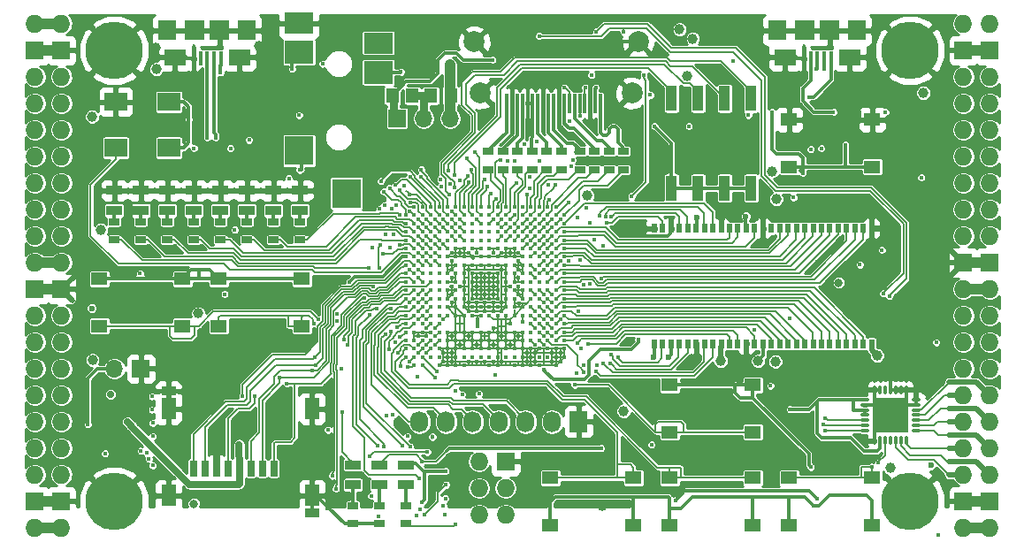
<source format=gtl>
G04 #@! TF.GenerationSoftware,KiCad,Pcbnew,5.0.0+dfsg1-1*
G04 #@! TF.CreationDate,2018-08-08T13:43:29+02:00*
G04 #@! TF.ProjectId,ulx3s,756C7833732E6B696361645F70636200,rev?*
G04 #@! TF.SameCoordinates,Original*
G04 #@! TF.FileFunction,Copper,L1,Top,Signal*
G04 #@! TF.FilePolarity,Positive*
%FSLAX46Y46*%
G04 Gerber Fmt 4.6, Leading zero omitted, Abs format (unit mm)*
G04 Created by KiCad (PCBNEW 5.0.0+dfsg1-1) date Wed Aug  8 13:43:29 2018*
%MOMM*%
%LPD*%
G01*
G04 APERTURE LIST*
G04 #@! TA.AperFunction,BGAPad,CuDef*
%ADD10C,0.400000*%
G04 #@! TD*
G04 #@! TA.AperFunction,SMDPad,CuDef*
%ADD11R,0.300000X1.900000*%
G04 #@! TD*
G04 #@! TA.AperFunction,ComponentPad*
%ADD12C,2.000000*%
G04 #@! TD*
G04 #@! TA.AperFunction,SMDPad,CuDef*
%ADD13R,1.120000X2.440000*%
G04 #@! TD*
G04 #@! TA.AperFunction,SMDPad,CuDef*
%ADD14R,0.560000X0.900000*%
G04 #@! TD*
G04 #@! TA.AperFunction,ComponentPad*
%ADD15O,1.727200X1.727200*%
G04 #@! TD*
G04 #@! TA.AperFunction,ComponentPad*
%ADD16R,1.727200X1.727200*%
G04 #@! TD*
G04 #@! TA.AperFunction,ComponentPad*
%ADD17C,5.500000*%
G04 #@! TD*
G04 #@! TA.AperFunction,SMDPad,CuDef*
%ADD18O,0.850000X0.300000*%
G04 #@! TD*
G04 #@! TA.AperFunction,SMDPad,CuDef*
%ADD19O,0.300000X0.850000*%
G04 #@! TD*
G04 #@! TA.AperFunction,SMDPad,CuDef*
%ADD20R,1.675000X1.675000*%
G04 #@! TD*
G04 #@! TA.AperFunction,ComponentPad*
%ADD21R,1.727200X2.032000*%
G04 #@! TD*
G04 #@! TA.AperFunction,ComponentPad*
%ADD22O,1.727200X2.032000*%
G04 #@! TD*
G04 #@! TA.AperFunction,SMDPad,CuDef*
%ADD23R,2.800000X2.000000*%
G04 #@! TD*
G04 #@! TA.AperFunction,SMDPad,CuDef*
%ADD24R,2.800000X2.200000*%
G04 #@! TD*
G04 #@! TA.AperFunction,SMDPad,CuDef*
%ADD25R,2.800000X2.800000*%
G04 #@! TD*
G04 #@! TA.AperFunction,SMDPad,CuDef*
%ADD26R,0.700000X1.500000*%
G04 #@! TD*
G04 #@! TA.AperFunction,SMDPad,CuDef*
%ADD27R,1.450000X0.900000*%
G04 #@! TD*
G04 #@! TA.AperFunction,SMDPad,CuDef*
%ADD28R,1.450000X2.000000*%
G04 #@! TD*
G04 #@! TA.AperFunction,SMDPad,CuDef*
%ADD29R,2.200000X1.800000*%
G04 #@! TD*
G04 #@! TA.AperFunction,SMDPad,CuDef*
%ADD30R,1.000000X0.670000*%
G04 #@! TD*
G04 #@! TA.AperFunction,SMDPad,CuDef*
%ADD31R,1.500000X0.970000*%
G04 #@! TD*
G04 #@! TA.AperFunction,ComponentPad*
%ADD32R,1.700000X1.700000*%
G04 #@! TD*
G04 #@! TA.AperFunction,ComponentPad*
%ADD33O,1.700000X1.700000*%
G04 #@! TD*
G04 #@! TA.AperFunction,SMDPad,CuDef*
%ADD34R,1.295000X1.400000*%
G04 #@! TD*
G04 #@! TA.AperFunction,SMDPad,CuDef*
%ADD35R,1.800000X1.900000*%
G04 #@! TD*
G04 #@! TA.AperFunction,SMDPad,CuDef*
%ADD36R,0.400000X1.350000*%
G04 #@! TD*
G04 #@! TA.AperFunction,SMDPad,CuDef*
%ADD37R,1.900000X1.900000*%
G04 #@! TD*
G04 #@! TA.AperFunction,SMDPad,CuDef*
%ADD38R,2.100000X1.600000*%
G04 #@! TD*
G04 #@! TA.AperFunction,SMDPad,CuDef*
%ADD39R,1.550000X1.300000*%
G04 #@! TD*
G04 #@! TA.AperFunction,ViaPad*
%ADD40C,2.000000*%
G04 #@! TD*
G04 #@! TA.AperFunction,ViaPad*
%ADD41C,0.419000*%
G04 #@! TD*
G04 #@! TA.AperFunction,ViaPad*
%ADD42C,0.454000*%
G04 #@! TD*
G04 #@! TA.AperFunction,ViaPad*
%ADD43C,0.600000*%
G04 #@! TD*
G04 #@! TA.AperFunction,ViaPad*
%ADD44C,1.000000*%
G04 #@! TD*
G04 #@! TA.AperFunction,ViaPad*
%ADD45C,0.800000*%
G04 #@! TD*
G04 #@! TA.AperFunction,ViaPad*
%ADD46C,0.700000*%
G04 #@! TD*
G04 #@! TA.AperFunction,Conductor*
%ADD47C,0.300000*%
G04 #@! TD*
G04 #@! TA.AperFunction,Conductor*
%ADD48C,0.127000*%
G04 #@! TD*
G04 #@! TA.AperFunction,Conductor*
%ADD49C,0.190000*%
G04 #@! TD*
G04 #@! TA.AperFunction,Conductor*
%ADD50C,0.500000*%
G04 #@! TD*
G04 #@! TA.AperFunction,Conductor*
%ADD51C,1.000000*%
G04 #@! TD*
G04 #@! TA.AperFunction,Conductor*
%ADD52C,0.700000*%
G04 #@! TD*
G04 #@! TA.AperFunction,Conductor*
%ADD53C,0.800000*%
G04 #@! TD*
G04 #@! TA.AperFunction,Conductor*
%ADD54C,0.140000*%
G04 #@! TD*
G04 #@! TA.AperFunction,Conductor*
%ADD55C,0.254000*%
G04 #@! TD*
G04 APERTURE END LIST*
D10*
G04 #@! TO.P,U1,Y19*
G04 #@! TO.N,GND*
X145280000Y-95400000D03*
G04 #@! TO.P,U1,Y17*
X143680000Y-95400000D03*
G04 #@! TO.P,U1,Y16*
X142880000Y-95400000D03*
G04 #@! TO.P,U1,Y15*
X142080000Y-95400000D03*
G04 #@! TO.P,U1,Y14*
X141280000Y-95400000D03*
G04 #@! TO.P,U1,Y12*
X139680000Y-95400000D03*
G04 #@! TO.P,U1,Y11*
X138880000Y-95400000D03*
G04 #@! TO.P,U1,Y8*
X136480000Y-95400000D03*
G04 #@! TO.P,U1,Y7*
X135680000Y-95400000D03*
G04 #@! TO.P,U1,Y6*
X134880000Y-95400000D03*
G04 #@! TO.P,U1,Y5*
X134080000Y-95400000D03*
G04 #@! TO.P,U1,Y3*
G04 #@! TO.N,/flash/FPGA_DONE*
X132480000Y-95400000D03*
G04 #@! TO.P,U1,Y2*
G04 #@! TO.N,/flash/FLASH_nWP*
X131680000Y-95400000D03*
G04 #@! TO.P,U1,W20*
G04 #@! TO.N,GND*
X146080000Y-94600000D03*
G04 #@! TO.P,U1,W19*
X145280000Y-94600000D03*
G04 #@! TO.P,U1,W18*
G04 #@! TO.N,Net-(U1-PadW18)*
X144480000Y-94600000D03*
G04 #@! TO.P,U1,W17*
G04 #@! TO.N,Net-(U1-PadW17)*
X143680000Y-94600000D03*
G04 #@! TO.P,U1,W16*
G04 #@! TO.N,GND*
X142880000Y-94600000D03*
G04 #@! TO.P,U1,W15*
X142080000Y-94600000D03*
G04 #@! TO.P,U1,W14*
G04 #@! TO.N,Net-(U1-PadW14)*
X141280000Y-94600000D03*
G04 #@! TO.P,U1,W13*
G04 #@! TO.N,Net-(U1-PadW13)*
X140480000Y-94600000D03*
G04 #@! TO.P,U1,W12*
G04 #@! TO.N,GND*
X139680000Y-94600000D03*
G04 #@! TO.P,U1,W11*
G04 #@! TO.N,N/C*
X138880000Y-94600000D03*
G04 #@! TO.P,U1,W10*
X138080000Y-94600000D03*
G04 #@! TO.P,U1,W9*
G04 #@! TO.N,Net-(U1-PadW9)*
X137280000Y-94600000D03*
G04 #@! TO.P,U1,W8*
G04 #@! TO.N,Net-(U1-PadW8)*
X136480000Y-94600000D03*
G04 #@! TO.P,U1,W7*
G04 #@! TO.N,GND*
X135680000Y-94600000D03*
G04 #@! TO.P,U1,W6*
X134880000Y-94600000D03*
G04 #@! TO.P,U1,W5*
G04 #@! TO.N,Net-(U1-PadW5)*
X134080000Y-94600000D03*
G04 #@! TO.P,U1,W4*
G04 #@! TO.N,Net-(U1-PadW4)*
X133280000Y-94600000D03*
G04 #@! TO.P,U1,W3*
G04 #@! TO.N,/flash/FPGA_PROGRAMN*
X132480000Y-94600000D03*
G04 #@! TO.P,U1,W2*
G04 #@! TO.N,/flash/FLASH_MOSI*
X131680000Y-94600000D03*
G04 #@! TO.P,U1,W1*
G04 #@! TO.N,/flash/FLASH_nHOLD*
X130880000Y-94600000D03*
G04 #@! TO.P,U1,V20*
G04 #@! TO.N,GND*
X146080000Y-93800000D03*
G04 #@! TO.P,U1,V19*
X145280000Y-93800000D03*
G04 #@! TO.P,U1,V18*
X144480000Y-93800000D03*
G04 #@! TO.P,U1,V17*
X143680000Y-93800000D03*
G04 #@! TO.P,U1,V16*
X142880000Y-93800000D03*
G04 #@! TO.P,U1,V15*
X142080000Y-93800000D03*
G04 #@! TO.P,U1,V14*
X141280000Y-93800000D03*
G04 #@! TO.P,U1,V13*
X140480000Y-93800000D03*
G04 #@! TO.P,U1,V12*
X139680000Y-93800000D03*
G04 #@! TO.P,U1,V11*
X138880000Y-93800000D03*
G04 #@! TO.P,U1,V10*
X138080000Y-93800000D03*
G04 #@! TO.P,U1,V9*
X137280000Y-93800000D03*
G04 #@! TO.P,U1,V8*
X136480000Y-93800000D03*
G04 #@! TO.P,U1,V7*
X135680000Y-93800000D03*
G04 #@! TO.P,U1,V6*
X134880000Y-93800000D03*
G04 #@! TO.P,U1,V5*
X134080000Y-93800000D03*
G04 #@! TO.P,U1,V4*
G04 #@! TO.N,JTAG_TDO*
X133280000Y-93800000D03*
G04 #@! TO.P,U1,V3*
G04 #@! TO.N,/flash/FPGA_INITN*
X132480000Y-93800000D03*
G04 #@! TO.P,U1,V2*
G04 #@! TO.N,/flash/FLASH_MISO*
X131680000Y-93800000D03*
G04 #@! TO.P,U1,V1*
G04 #@! TO.N,BTN_D*
X130880000Y-93800000D03*
G04 #@! TO.P,U1,U20*
G04 #@! TO.N,SDRAM_D7*
X146080000Y-93000000D03*
G04 #@! TO.P,U1,U19*
G04 #@! TO.N,SDRAM_DQM0*
X145280000Y-93000000D03*
G04 #@! TO.P,U1,U18*
G04 #@! TO.N,GP14*
X144480000Y-93000000D03*
G04 #@! TO.P,U1,U17*
G04 #@! TO.N,GN14*
X143680000Y-93000000D03*
G04 #@! TO.P,U1,U16*
G04 #@! TO.N,ADC_MISO*
X142880000Y-93000000D03*
G04 #@! TO.P,U1,U15*
G04 #@! TO.N,GND*
X142080000Y-93000000D03*
G04 #@! TO.P,U1,U14*
X141280000Y-93000000D03*
G04 #@! TO.P,U1,U13*
X140480000Y-93000000D03*
G04 #@! TO.P,U1,U12*
X139680000Y-93000000D03*
G04 #@! TO.P,U1,U11*
X138880000Y-93000000D03*
G04 #@! TO.P,U1,U10*
X138080000Y-93000000D03*
G04 #@! TO.P,U1,U9*
X137280000Y-93000000D03*
G04 #@! TO.P,U1,U8*
X136480000Y-93000000D03*
G04 #@! TO.P,U1,U7*
X135680000Y-93000000D03*
G04 #@! TO.P,U1,U6*
X134880000Y-93000000D03*
G04 #@! TO.P,U1,U5*
G04 #@! TO.N,JTAG_TMS*
X134080000Y-93000000D03*
G04 #@! TO.P,U1,U4*
G04 #@! TO.N,GND*
X133280000Y-93000000D03*
G04 #@! TO.P,U1,U3*
G04 #@! TO.N,/flash/FLASH_SCK*
X132480000Y-93000000D03*
G04 #@! TO.P,U1,U2*
G04 #@! TO.N,+3V3*
X131680000Y-93000000D03*
G04 #@! TO.P,U1,U1*
G04 #@! TO.N,BTN_L*
X130880000Y-93000000D03*
G04 #@! TO.P,U1,T20*
G04 #@! TO.N,SDRAM_nWE*
X146080000Y-92200000D03*
G04 #@! TO.P,U1,T19*
G04 #@! TO.N,SDRAM_nCAS*
X145280000Y-92200000D03*
G04 #@! TO.P,U1,T18*
G04 #@! TO.N,SDRAM_D5*
X144480000Y-92200000D03*
G04 #@! TO.P,U1,T17*
G04 #@! TO.N,SDRAM_D6*
X143680000Y-92200000D03*
G04 #@! TO.P,U1,T16*
G04 #@! TO.N,Net-(U1-PadT16)*
X142880000Y-92200000D03*
G04 #@! TO.P,U1,T15*
G04 #@! TO.N,GND*
X142080000Y-92200000D03*
G04 #@! TO.P,U1,T14*
X141280000Y-92200000D03*
G04 #@! TO.P,U1,T13*
X140480000Y-92200000D03*
G04 #@! TO.P,U1,T12*
X139680000Y-92200000D03*
G04 #@! TO.P,U1,T11*
X138880000Y-92200000D03*
G04 #@! TO.P,U1,T10*
X138080000Y-92200000D03*
G04 #@! TO.P,U1,T9*
X137280000Y-92200000D03*
G04 #@! TO.P,U1,T8*
X136480000Y-92200000D03*
G04 #@! TO.P,U1,T7*
X135680000Y-92200000D03*
G04 #@! TO.P,U1,T6*
X134880000Y-92200000D03*
G04 #@! TO.P,U1,T5*
G04 #@! TO.N,JTAG_TCK*
X134080000Y-92200000D03*
G04 #@! TO.P,U1,T4*
G04 #@! TO.N,+3V3*
X133280000Y-92200000D03*
G04 #@! TO.P,U1,T3*
X132480000Y-92200000D03*
G04 #@! TO.P,U1,T2*
X131680000Y-92200000D03*
G04 #@! TO.P,U1,T1*
G04 #@! TO.N,BTN_F2*
X130880000Y-92200000D03*
G04 #@! TO.P,U1,R20*
G04 #@! TO.N,SDRAM_nRAS*
X146080000Y-91400000D03*
G04 #@! TO.P,U1,R19*
G04 #@! TO.N,GND*
X145280000Y-91400000D03*
G04 #@! TO.P,U1,R18*
G04 #@! TO.N,BTN_U*
X144480000Y-91400000D03*
G04 #@! TO.P,U1,R17*
G04 #@! TO.N,ADC_CSn*
X143680000Y-91400000D03*
G04 #@! TO.P,U1,R16*
G04 #@! TO.N,ADC_MOSI*
X142880000Y-91400000D03*
G04 #@! TO.P,U1,R5*
G04 #@! TO.N,JTAG_TDI*
X134080000Y-91400000D03*
G04 #@! TO.P,U1,R4*
G04 #@! TO.N,GND*
X133280000Y-91400000D03*
G04 #@! TO.P,U1,R3*
G04 #@! TO.N,Net-(U1-PadR3)*
X132480000Y-91400000D03*
G04 #@! TO.P,U1,R2*
G04 #@! TO.N,/flash/FLASH_nCS*
X131680000Y-91400000D03*
G04 #@! TO.P,U1,R1*
G04 #@! TO.N,BTN_F1*
X130880000Y-91400000D03*
G04 #@! TO.P,U1,P20*
G04 #@! TO.N,SDRAM_nCS*
X146080000Y-90600000D03*
G04 #@! TO.P,U1,P19*
G04 #@! TO.N,SDRAM_BA0*
X145280000Y-90600000D03*
G04 #@! TO.P,U1,P18*
G04 #@! TO.N,SDRAM_D4*
X144480000Y-90600000D03*
G04 #@! TO.P,U1,P17*
G04 #@! TO.N,ADC_SCLK*
X143680000Y-90600000D03*
G04 #@! TO.P,U1,P16*
G04 #@! TO.N,GN15*
X142880000Y-90600000D03*
G04 #@! TO.P,U1,P15*
G04 #@! TO.N,+2V5*
X142080000Y-90600000D03*
G04 #@! TO.P,U1,P14*
G04 #@! TO.N,GND*
X141280000Y-90600000D03*
G04 #@! TO.P,U1,P13*
X140480000Y-90600000D03*
G04 #@! TO.P,U1,P12*
X139680000Y-90600000D03*
G04 #@! TO.P,U1,P11*
X138880000Y-90600000D03*
G04 #@! TO.P,U1,P10*
G04 #@! TO.N,+3V3*
X138080000Y-90600000D03*
G04 #@! TO.P,U1,P9*
X137280000Y-90600000D03*
G04 #@! TO.P,U1,P8*
G04 #@! TO.N,GND*
X136480000Y-90600000D03*
G04 #@! TO.P,U1,P7*
X135680000Y-90600000D03*
G04 #@! TO.P,U1,P6*
G04 #@! TO.N,+2V5*
X134880000Y-90600000D03*
G04 #@! TO.P,U1,P5*
G04 #@! TO.N,SD_WP*
X134080000Y-90600000D03*
G04 #@! TO.P,U1,P4*
G04 #@! TO.N,OLED_CLK*
X133280000Y-90600000D03*
G04 #@! TO.P,U1,P3*
G04 #@! TO.N,OLED_MOSI*
X132480000Y-90600000D03*
G04 #@! TO.P,U1,P2*
G04 #@! TO.N,OLED_RES*
X131680000Y-90600000D03*
G04 #@! TO.P,U1,P1*
G04 #@! TO.N,OLED_DC*
X130880000Y-90600000D03*
G04 #@! TO.P,U1,N20*
G04 #@! TO.N,SDRAM_BA1*
X146080000Y-89800000D03*
G04 #@! TO.P,U1,N19*
G04 #@! TO.N,SDRAM_A10*
X145280000Y-89800000D03*
G04 #@! TO.P,U1,N18*
G04 #@! TO.N,SDRAM_D3*
X144480000Y-89800000D03*
G04 #@! TO.P,U1,N17*
G04 #@! TO.N,GP15*
X143680000Y-89800000D03*
G04 #@! TO.P,U1,N16*
G04 #@! TO.N,GP16*
X142880000Y-89800000D03*
G04 #@! TO.P,U1,N15*
G04 #@! TO.N,GND*
X142080000Y-89800000D03*
G04 #@! TO.P,U1,N14*
X141280000Y-89800000D03*
G04 #@! TO.P,U1,N13*
G04 #@! TO.N,+1V1*
X140480000Y-89800000D03*
G04 #@! TO.P,U1,N12*
X139680000Y-89800000D03*
G04 #@! TO.P,U1,N11*
X138880000Y-89800000D03*
G04 #@! TO.P,U1,N10*
X138080000Y-89800000D03*
G04 #@! TO.P,U1,N9*
X137280000Y-89800000D03*
G04 #@! TO.P,U1,N8*
X136480000Y-89800000D03*
G04 #@! TO.P,U1,N7*
G04 #@! TO.N,GND*
X135680000Y-89800000D03*
G04 #@! TO.P,U1,N6*
X134880000Y-89800000D03*
G04 #@! TO.P,U1,N5*
G04 #@! TO.N,SD_CD*
X134080000Y-89800000D03*
G04 #@! TO.P,U1,N4*
G04 #@! TO.N,WIFI_GPIO5*
X133280000Y-89800000D03*
G04 #@! TO.P,U1,N3*
G04 #@! TO.N,WIFI_GPIO17*
X132480000Y-89800000D03*
G04 #@! TO.P,U1,N2*
G04 #@! TO.N,OLED_CS*
X131680000Y-89800000D03*
G04 #@! TO.P,U1,N1*
G04 #@! TO.N,FTDI_nDTR*
X130880000Y-89800000D03*
G04 #@! TO.P,U1,M20*
G04 #@! TO.N,SDRAM_A0*
X146080000Y-89000000D03*
G04 #@! TO.P,U1,M19*
G04 #@! TO.N,SDRAM_A1*
X145280000Y-89000000D03*
G04 #@! TO.P,U1,M18*
G04 #@! TO.N,SDRAM_D2*
X144480000Y-89000000D03*
G04 #@! TO.P,U1,M17*
G04 #@! TO.N,GN16*
X143680000Y-89000000D03*
G04 #@! TO.P,U1,M16*
G04 #@! TO.N,GND*
X142880000Y-89000000D03*
G04 #@! TO.P,U1,M15*
G04 #@! TO.N,+3V3*
X142080000Y-89000000D03*
G04 #@! TO.P,U1,M14*
G04 #@! TO.N,GND*
X141280000Y-89000000D03*
G04 #@! TO.P,U1,M13*
G04 #@! TO.N,+1V1*
X140480000Y-89000000D03*
G04 #@! TO.P,U1,M12*
G04 #@! TO.N,GND*
X139680000Y-89000000D03*
G04 #@! TO.P,U1,M11*
X138880000Y-89000000D03*
G04 #@! TO.P,U1,M10*
X138080000Y-89000000D03*
G04 #@! TO.P,U1,M9*
X137280000Y-89000000D03*
G04 #@! TO.P,U1,M8*
G04 #@! TO.N,+1V1*
X136480000Y-89000000D03*
G04 #@! TO.P,U1,M7*
G04 #@! TO.N,GND*
X135680000Y-89000000D03*
G04 #@! TO.P,U1,M6*
G04 #@! TO.N,+3V3*
X134880000Y-89000000D03*
G04 #@! TO.P,U1,M5*
G04 #@! TO.N,Net-(U1-PadM5)*
X134080000Y-89000000D03*
G04 #@! TO.P,U1,M4*
G04 #@! TO.N,USER_PROGRAMN*
X133280000Y-89000000D03*
G04 #@! TO.P,U1,M3*
G04 #@! TO.N,FTDI_nRTS*
X132480000Y-89000000D03*
G04 #@! TO.P,U1,M2*
G04 #@! TO.N,GND*
X131680000Y-89000000D03*
G04 #@! TO.P,U1,M1*
G04 #@! TO.N,FTDI_TXD*
X130880000Y-89000000D03*
G04 #@! TO.P,U1,L20*
G04 #@! TO.N,SDRAM_A2*
X146080000Y-88200000D03*
G04 #@! TO.P,U1,L19*
G04 #@! TO.N,SDRAM_A3*
X145280000Y-88200000D03*
G04 #@! TO.P,U1,L18*
G04 #@! TO.N,SDRAM_D1*
X144480000Y-88200000D03*
G04 #@! TO.P,U1,L17*
G04 #@! TO.N,GN17*
X143680000Y-88200000D03*
G04 #@! TO.P,U1,L16*
G04 #@! TO.N,GP17*
X142880000Y-88200000D03*
G04 #@! TO.P,U1,L15*
G04 #@! TO.N,+3V3*
X142080000Y-88200000D03*
G04 #@! TO.P,U1,L14*
X141280000Y-88200000D03*
G04 #@! TO.P,U1,L13*
G04 #@! TO.N,+1V1*
X140480000Y-88200000D03*
G04 #@! TO.P,U1,L12*
G04 #@! TO.N,GND*
X139680000Y-88200000D03*
G04 #@! TO.P,U1,L11*
X138880000Y-88200000D03*
G04 #@! TO.P,U1,L10*
X138080000Y-88200000D03*
G04 #@! TO.P,U1,L9*
X137280000Y-88200000D03*
G04 #@! TO.P,U1,L8*
G04 #@! TO.N,+1V1*
X136480000Y-88200000D03*
G04 #@! TO.P,U1,L7*
G04 #@! TO.N,+3V3*
X135680000Y-88200000D03*
G04 #@! TO.P,U1,L6*
X134880000Y-88200000D03*
G04 #@! TO.P,U1,L5*
G04 #@! TO.N,Net-(U1-PadL5)*
X134080000Y-88200000D03*
G04 #@! TO.P,U1,L4*
G04 #@! TO.N,FTDI_RXD*
X133280000Y-88200000D03*
G04 #@! TO.P,U1,L3*
G04 #@! TO.N,FTDI_TXDEN*
X132480000Y-88200000D03*
G04 #@! TO.P,U1,L2*
G04 #@! TO.N,WIFI_GPIO0*
X131680000Y-88200000D03*
G04 #@! TO.P,U1,L1*
G04 #@! TO.N,WIFI_GPIO16*
X130880000Y-88200000D03*
G04 #@! TO.P,U1,K20*
G04 #@! TO.N,SDRAM_A4*
X146080000Y-87400000D03*
G04 #@! TO.P,U1,K19*
G04 #@! TO.N,SDRAM_A5*
X145280000Y-87400000D03*
G04 #@! TO.P,U1,K18*
G04 #@! TO.N,SDRAM_A6*
X144480000Y-87400000D03*
G04 #@! TO.P,U1,K17*
G04 #@! TO.N,Net-(U1-PadK17)*
X143680000Y-87400000D03*
G04 #@! TO.P,U1,K16*
G04 #@! TO.N,Net-(U1-PadK16)*
X142880000Y-87400000D03*
G04 #@! TO.P,U1,K15*
G04 #@! TO.N,GND*
X142080000Y-87400000D03*
G04 #@! TO.P,U1,K14*
X141280000Y-87400000D03*
G04 #@! TO.P,U1,K13*
G04 #@! TO.N,+1V1*
X140480000Y-87400000D03*
G04 #@! TO.P,U1,K12*
G04 #@! TO.N,GND*
X139680000Y-87400000D03*
G04 #@! TO.P,U1,K11*
X138880000Y-87400000D03*
G04 #@! TO.P,U1,K10*
X138080000Y-87400000D03*
G04 #@! TO.P,U1,K9*
X137280000Y-87400000D03*
G04 #@! TO.P,U1,K8*
G04 #@! TO.N,+1V1*
X136480000Y-87400000D03*
G04 #@! TO.P,U1,K7*
G04 #@! TO.N,GND*
X135680000Y-87400000D03*
G04 #@! TO.P,U1,K6*
X134880000Y-87400000D03*
G04 #@! TO.P,U1,K5*
G04 #@! TO.N,Net-(U1-PadK5)*
X134080000Y-87400000D03*
G04 #@! TO.P,U1,K4*
G04 #@! TO.N,WIFI_TXD*
X133280000Y-87400000D03*
G04 #@! TO.P,U1,K3*
G04 #@! TO.N,WIFI_RXD*
X132480000Y-87400000D03*
G04 #@! TO.P,U1,K2*
G04 #@! TO.N,SD_D3*
X131680000Y-87400000D03*
G04 #@! TO.P,U1,K1*
G04 #@! TO.N,SD_D2*
X130880000Y-87400000D03*
G04 #@! TO.P,U1,J20*
G04 #@! TO.N,SDRAM_A7*
X146080000Y-86600000D03*
G04 #@! TO.P,U1,J19*
G04 #@! TO.N,SDRAM_A8*
X145280000Y-86600000D03*
G04 #@! TO.P,U1,J18*
G04 #@! TO.N,SDRAM_D14*
X144480000Y-86600000D03*
G04 #@! TO.P,U1,J17*
G04 #@! TO.N,SDRAM_D15*
X143680000Y-86600000D03*
G04 #@! TO.P,U1,J16*
G04 #@! TO.N,SDRAM_D0*
X142880000Y-86600000D03*
G04 #@! TO.P,U1,J15*
G04 #@! TO.N,+3V3*
X142080000Y-86600000D03*
G04 #@! TO.P,U1,J14*
G04 #@! TO.N,GND*
X141280000Y-86600000D03*
G04 #@! TO.P,U1,J13*
G04 #@! TO.N,+1V1*
X140480000Y-86600000D03*
G04 #@! TO.P,U1,J12*
G04 #@! TO.N,GND*
X139680000Y-86600000D03*
G04 #@! TO.P,U1,J11*
X138880000Y-86600000D03*
G04 #@! TO.P,U1,J10*
X138080000Y-86600000D03*
G04 #@! TO.P,U1,J9*
X137280000Y-86600000D03*
G04 #@! TO.P,U1,J8*
G04 #@! TO.N,+1V1*
X136480000Y-86600000D03*
G04 #@! TO.P,U1,J7*
G04 #@! TO.N,GND*
X135680000Y-86600000D03*
G04 #@! TO.P,U1,J6*
G04 #@! TO.N,2V5_3V3*
X134880000Y-86600000D03*
G04 #@! TO.P,U1,J5*
G04 #@! TO.N,Net-(U1-PadJ5)*
X134080000Y-86600000D03*
G04 #@! TO.P,U1,J4*
G04 #@! TO.N,Net-(U1-PadJ4)*
X133280000Y-86600000D03*
G04 #@! TO.P,U1,J3*
G04 #@! TO.N,SD_D0*
X132480000Y-86600000D03*
G04 #@! TO.P,U1,J2*
G04 #@! TO.N,GND*
X131680000Y-86600000D03*
G04 #@! TO.P,U1,J1*
G04 #@! TO.N,SD_CMD*
X130880000Y-86600000D03*
G04 #@! TO.P,U1,H20*
G04 #@! TO.N,SDRAM_A9*
X146080000Y-85800000D03*
G04 #@! TO.P,U1,H19*
G04 #@! TO.N,GND*
X145280000Y-85800000D03*
G04 #@! TO.P,U1,H18*
G04 #@! TO.N,GP18*
X144480000Y-85800000D03*
G04 #@! TO.P,U1,H17*
G04 #@! TO.N,GN18*
X143680000Y-85800000D03*
G04 #@! TO.P,U1,H16*
G04 #@! TO.N,BTN_R*
X142880000Y-85800000D03*
G04 #@! TO.P,U1,H15*
G04 #@! TO.N,+3V3*
X142080000Y-85800000D03*
G04 #@! TO.P,U1,H14*
X141280000Y-85800000D03*
G04 #@! TO.P,U1,H13*
G04 #@! TO.N,+1V1*
X140480000Y-85800000D03*
G04 #@! TO.P,U1,H12*
X139680000Y-85800000D03*
G04 #@! TO.P,U1,H11*
X138880000Y-85800000D03*
G04 #@! TO.P,U1,H10*
X138080000Y-85800000D03*
G04 #@! TO.P,U1,H9*
X137280000Y-85800000D03*
G04 #@! TO.P,U1,H8*
X136480000Y-85800000D03*
G04 #@! TO.P,U1,H7*
G04 #@! TO.N,2V5_3V3*
X135680000Y-85800000D03*
G04 #@! TO.P,U1,H6*
X134880000Y-85800000D03*
G04 #@! TO.P,U1,H5*
G04 #@! TO.N,AUDIO_V0*
X134080000Y-85800000D03*
G04 #@! TO.P,U1,H4*
G04 #@! TO.N,GP13*
X133280000Y-85800000D03*
G04 #@! TO.P,U1,H3*
G04 #@! TO.N,LED7*
X132480000Y-85800000D03*
G04 #@! TO.P,U1,H2*
G04 #@! TO.N,SD_CLK*
X131680000Y-85800000D03*
G04 #@! TO.P,U1,H1*
G04 #@! TO.N,SD_D1*
X130880000Y-85800000D03*
G04 #@! TO.P,U1,G20*
G04 #@! TO.N,SDRAM_A11*
X146080000Y-85000000D03*
G04 #@! TO.P,U1,G19*
G04 #@! TO.N,SDRAM_A12*
X145280000Y-85000000D03*
G04 #@! TO.P,U1,G18*
G04 #@! TO.N,GN19*
X144480000Y-85000000D03*
G04 #@! TO.P,U1,G17*
G04 #@! TO.N,GND*
X143680000Y-85000000D03*
G04 #@! TO.P,U1,G16*
G04 #@! TO.N,SHUTDOWN*
X142880000Y-85000000D03*
G04 #@! TO.P,U1,G15*
G04 #@! TO.N,GND*
X142080000Y-85000000D03*
G04 #@! TO.P,U1,G14*
X141280000Y-85000000D03*
G04 #@! TO.P,U1,G13*
X140480000Y-85000000D03*
G04 #@! TO.P,U1,G12*
X139680000Y-85000000D03*
G04 #@! TO.P,U1,G11*
X138880000Y-85000000D03*
G04 #@! TO.P,U1,G10*
X138080000Y-85000000D03*
G04 #@! TO.P,U1,G9*
X137280000Y-85000000D03*
G04 #@! TO.P,U1,G8*
X136480000Y-85000000D03*
G04 #@! TO.P,U1,G7*
X135680000Y-85000000D03*
G04 #@! TO.P,U1,G6*
X134880000Y-85000000D03*
G04 #@! TO.P,U1,G5*
G04 #@! TO.N,GN13*
X134080000Y-85000000D03*
G04 #@! TO.P,U1,G4*
G04 #@! TO.N,GND*
X133280000Y-85000000D03*
G04 #@! TO.P,U1,G3*
G04 #@! TO.N,GP12*
X132480000Y-85000000D03*
G04 #@! TO.P,U1,G2*
G04 #@! TO.N,CLK_25MHz*
X131680000Y-85000000D03*
G04 #@! TO.P,U1,G1*
G04 #@! TO.N,/usb/ANT_433MHz*
X130880000Y-85000000D03*
G04 #@! TO.P,U1,F20*
G04 #@! TO.N,SDRAM_CKE*
X146080000Y-84200000D03*
G04 #@! TO.P,U1,F19*
G04 #@! TO.N,SDRAM_CLK*
X145280000Y-84200000D03*
G04 #@! TO.P,U1,F18*
G04 #@! TO.N,SDRAM_D13*
X144480000Y-84200000D03*
G04 #@! TO.P,U1,F17*
G04 #@! TO.N,GP19*
X143680000Y-84200000D03*
G04 #@! TO.P,U1,F16*
G04 #@! TO.N,USB_FPGA_D-*
X142880000Y-84200000D03*
G04 #@! TO.P,U1,F15*
G04 #@! TO.N,+2V5*
X142080000Y-84200000D03*
G04 #@! TO.P,U1,F14*
G04 #@! TO.N,GND*
X141280000Y-84200000D03*
G04 #@! TO.P,U1,F13*
X140480000Y-84200000D03*
G04 #@! TO.P,U1,F12*
G04 #@! TO.N,+3V3*
X139680000Y-84200000D03*
G04 #@! TO.P,U1,F11*
X138880000Y-84200000D03*
G04 #@! TO.P,U1,F10*
G04 #@! TO.N,2V5_3V3*
X138080000Y-84200000D03*
G04 #@! TO.P,U1,F9*
X137280000Y-84200000D03*
G04 #@! TO.P,U1,F8*
G04 #@! TO.N,GND*
X136480000Y-84200000D03*
G04 #@! TO.P,U1,F7*
X135680000Y-84200000D03*
G04 #@! TO.P,U1,F6*
G04 #@! TO.N,+2V5*
X134880000Y-84200000D03*
G04 #@! TO.P,U1,F5*
G04 #@! TO.N,AUDIO_V2*
X134080000Y-84200000D03*
G04 #@! TO.P,U1,F4*
G04 #@! TO.N,GP11*
X133280000Y-84200000D03*
G04 #@! TO.P,U1,F3*
G04 #@! TO.N,GN12*
X132480000Y-84200000D03*
G04 #@! TO.P,U1,F2*
G04 #@! TO.N,AUDIO_V1*
X131680000Y-84200000D03*
G04 #@! TO.P,U1,F1*
G04 #@! TO.N,WIFI_EN*
X130880000Y-84200000D03*
G04 #@! TO.P,U1,E20*
G04 #@! TO.N,SDRAM_DQM1*
X146080000Y-83400000D03*
G04 #@! TO.P,U1,E19*
G04 #@! TO.N,SDRAM_D8*
X145280000Y-83400000D03*
G04 #@! TO.P,U1,E18*
G04 #@! TO.N,SDRAM_D12*
X144480000Y-83400000D03*
G04 #@! TO.P,U1,E17*
G04 #@! TO.N,GN20*
X143680000Y-83400000D03*
G04 #@! TO.P,U1,E16*
G04 #@! TO.N,USB_FPGA_D+*
X142880000Y-83400000D03*
G04 #@! TO.P,U1,E15*
G04 #@! TO.N,USB_FPGA_D-*
X142080000Y-83400000D03*
G04 #@! TO.P,U1,E14*
G04 #@! TO.N,GN25*
X141280000Y-83400000D03*
G04 #@! TO.P,U1,E13*
G04 #@! TO.N,GN27*
X140480000Y-83400000D03*
G04 #@! TO.P,U1,E12*
G04 #@! TO.N,FPDI_SCL*
X139680000Y-83400000D03*
G04 #@! TO.P,U1,E11*
G04 #@! TO.N,Net-(U1-PadE11)*
X138880000Y-83400000D03*
G04 #@! TO.P,U1,E10*
G04 #@! TO.N,Net-(U1-PadE10)*
X138080000Y-83400000D03*
G04 #@! TO.P,U1,E9*
G04 #@! TO.N,Net-(U1-PadE9)*
X137280000Y-83400000D03*
G04 #@! TO.P,U1,E8*
G04 #@! TO.N,SW1*
X136480000Y-83400000D03*
G04 #@! TO.P,U1,E7*
G04 #@! TO.N,SW4*
X135680000Y-83400000D03*
G04 #@! TO.P,U1,E6*
G04 #@! TO.N,Net-(U1-PadE6)*
X134880000Y-83400000D03*
G04 #@! TO.P,U1,E5*
G04 #@! TO.N,AUDIO_V3*
X134080000Y-83400000D03*
G04 #@! TO.P,U1,E4*
G04 #@! TO.N,AUDIO_L0*
X133280000Y-83400000D03*
G04 #@! TO.P,U1,E3*
G04 #@! TO.N,GN11*
X132480000Y-83400000D03*
G04 #@! TO.P,U1,E2*
G04 #@! TO.N,LED5*
X131680000Y-83400000D03*
G04 #@! TO.P,U1,E1*
G04 #@! TO.N,LED6*
X130880000Y-83400000D03*
G04 #@! TO.P,U1,D20*
G04 #@! TO.N,SDRAM_D9*
X146080000Y-82600000D03*
G04 #@! TO.P,U1,D19*
G04 #@! TO.N,SDRAM_D10*
X145280000Y-82600000D03*
G04 #@! TO.P,U1,D18*
G04 #@! TO.N,GP20*
X144480000Y-82600000D03*
G04 #@! TO.P,U1,D17*
G04 #@! TO.N,GN21*
X143680000Y-82600000D03*
G04 #@! TO.P,U1,D16*
G04 #@! TO.N,GN24*
X142880000Y-82600000D03*
G04 #@! TO.P,U1,D15*
G04 #@! TO.N,USB_FPGA_D+*
X142080000Y-82600000D03*
G04 #@! TO.P,U1,D14*
G04 #@! TO.N,GP25*
X141280000Y-82600000D03*
G04 #@! TO.P,U1,D13*
G04 #@! TO.N,GP27*
X140480000Y-82600000D03*
G04 #@! TO.P,U1,D12*
G04 #@! TO.N,Net-(U1-PadD12)*
X139680000Y-82600000D03*
G04 #@! TO.P,U1,D11*
G04 #@! TO.N,Net-(U1-PadD11)*
X138880000Y-82600000D03*
G04 #@! TO.P,U1,D10*
G04 #@! TO.N,Net-(U1-PadD10)*
X138080000Y-82600000D03*
G04 #@! TO.P,U1,D9*
G04 #@! TO.N,Net-(U1-PadD9)*
X137280000Y-82600000D03*
G04 #@! TO.P,U1,D8*
G04 #@! TO.N,SW2*
X136480000Y-82600000D03*
G04 #@! TO.P,U1,D7*
G04 #@! TO.N,SW3*
X135680000Y-82600000D03*
G04 #@! TO.P,U1,D6*
G04 #@! TO.N,BTN_PWRn*
X134880000Y-82600000D03*
G04 #@! TO.P,U1,D5*
G04 #@! TO.N,AUDIO_R2*
X134080000Y-82600000D03*
G04 #@! TO.P,U1,D4*
G04 #@! TO.N,GND*
X133280000Y-82600000D03*
G04 #@! TO.P,U1,D3*
G04 #@! TO.N,AUDIO_L1*
X132480000Y-82600000D03*
G04 #@! TO.P,U1,D2*
G04 #@! TO.N,LED3*
X131680000Y-82600000D03*
G04 #@! TO.P,U1,D1*
G04 #@! TO.N,LED4*
X130880000Y-82600000D03*
G04 #@! TO.P,U1,C20*
G04 #@! TO.N,SDRAM_D11*
X146080000Y-81800000D03*
G04 #@! TO.P,U1,C19*
G04 #@! TO.N,GND*
X145280000Y-81800000D03*
G04 #@! TO.P,U1,C18*
G04 #@! TO.N,GP21*
X144480000Y-81800000D03*
G04 #@! TO.P,U1,C17*
G04 #@! TO.N,GN23*
X143680000Y-81800000D03*
G04 #@! TO.P,U1,C16*
G04 #@! TO.N,GP24*
X142880000Y-81800000D03*
G04 #@! TO.P,U1,C15*
G04 #@! TO.N,GN22*
X142080000Y-81800000D03*
G04 #@! TO.P,U1,C14*
G04 #@! TO.N,FPDI_D1-*
X141280000Y-81800000D03*
G04 #@! TO.P,U1,C13*
G04 #@! TO.N,GN26*
X140480000Y-81800000D03*
G04 #@! TO.P,U1,C12*
G04 #@! TO.N,USB_FPGA_PULL_D-*
X139680000Y-81800000D03*
G04 #@! TO.P,U1,C11*
G04 #@! TO.N,GN0*
X138880000Y-81800000D03*
G04 #@! TO.P,U1,C10*
G04 #@! TO.N,GN3*
X138080000Y-81800000D03*
G04 #@! TO.P,U1,C9*
G04 #@! TO.N,Net-(U1-PadC9)*
X137280000Y-81800000D03*
G04 #@! TO.P,U1,C8*
G04 #@! TO.N,GP5*
X136480000Y-81800000D03*
G04 #@! TO.P,U1,C7*
G04 #@! TO.N,GN6*
X135680000Y-81800000D03*
G04 #@! TO.P,U1,C6*
G04 #@! TO.N,GP6*
X134880000Y-81800000D03*
G04 #@! TO.P,U1,C5*
G04 #@! TO.N,AUDIO_R3*
X134080000Y-81800000D03*
G04 #@! TO.P,U1,C4*
G04 #@! TO.N,GP10*
X133280000Y-81800000D03*
G04 #@! TO.P,U1,C3*
G04 #@! TO.N,AUDIO_L2*
X132480000Y-81800000D03*
G04 #@! TO.P,U1,C2*
G04 #@! TO.N,LED1*
X131680000Y-81800000D03*
G04 #@! TO.P,U1,C1*
G04 #@! TO.N,LED2*
X130880000Y-81800000D03*
G04 #@! TO.P,U1,B20*
G04 #@! TO.N,FPDI_ETH-*
X146080000Y-81000000D03*
G04 #@! TO.P,U1,B19*
G04 #@! TO.N,FPDI_SDA*
X145280000Y-81000000D03*
G04 #@! TO.P,U1,B18*
G04 #@! TO.N,FPDI_CLK-*
X144480000Y-81000000D03*
G04 #@! TO.P,U1,B17*
G04 #@! TO.N,GP23*
X143680000Y-81000000D03*
G04 #@! TO.P,U1,B16*
G04 #@! TO.N,FPDI_D0-*
X142880000Y-81000000D03*
G04 #@! TO.P,U1,B15*
G04 #@! TO.N,GP22*
X142080000Y-81000000D03*
G04 #@! TO.P,U1,B14*
G04 #@! TO.N,GND*
X141280000Y-81000000D03*
G04 #@! TO.P,U1,B13*
G04 #@! TO.N,GP26*
X140480000Y-81000000D03*
G04 #@! TO.P,U1,B12*
G04 #@! TO.N,USB_FPGA_PULL_D+*
X139680000Y-81000000D03*
G04 #@! TO.P,U1,B11*
G04 #@! TO.N,GP0*
X138880000Y-81000000D03*
G04 #@! TO.P,U1,B10*
G04 #@! TO.N,GN2*
X138080000Y-81000000D03*
G04 #@! TO.P,U1,B9*
G04 #@! TO.N,GP3*
X137280000Y-81000000D03*
G04 #@! TO.P,U1,B8*
G04 #@! TO.N,GN5*
X136480000Y-81000000D03*
G04 #@! TO.P,U1,B7*
G04 #@! TO.N,GND*
X135680000Y-81000000D03*
G04 #@! TO.P,U1,B6*
G04 #@! TO.N,GN7*
X134880000Y-81000000D03*
G04 #@! TO.P,U1,B5*
G04 #@! TO.N,AUDIO_R1*
X134080000Y-81000000D03*
G04 #@! TO.P,U1,B4*
G04 #@! TO.N,GN10*
X133280000Y-81000000D03*
G04 #@! TO.P,U1,B3*
G04 #@! TO.N,AUDIO_L3*
X132480000Y-81000000D03*
G04 #@! TO.P,U1,B2*
G04 #@! TO.N,LED0*
X131680000Y-81000000D03*
G04 #@! TO.P,U1,B1*
G04 #@! TO.N,GN9*
X130880000Y-81000000D03*
G04 #@! TO.P,U1,A19*
G04 #@! TO.N,FPDI_ETH+*
X145280000Y-80200000D03*
G04 #@! TO.P,U1,A18*
G04 #@! TO.N,/gpdi/FPDI_CEC*
X144480000Y-80200000D03*
G04 #@! TO.P,U1,A17*
G04 #@! TO.N,FPDI_CLK+*
X143680000Y-80200000D03*
G04 #@! TO.P,U1,A16*
G04 #@! TO.N,FPDI_D0+*
X142880000Y-80200000D03*
G04 #@! TO.P,U1,A15*
G04 #@! TO.N,Net-(U1-PadA15)*
X142080000Y-80200000D03*
G04 #@! TO.P,U1,A14*
G04 #@! TO.N,FPDI_D1+*
X141280000Y-80200000D03*
G04 #@! TO.P,U1,A13*
G04 #@! TO.N,FPDI_D2-*
X140480000Y-80200000D03*
G04 #@! TO.P,U1,A12*
G04 #@! TO.N,FPDI_D2+*
X139680000Y-80200000D03*
G04 #@! TO.P,U1,A11*
G04 #@! TO.N,GN1*
X138880000Y-80200000D03*
G04 #@! TO.P,U1,A10*
G04 #@! TO.N,GP1*
X138080000Y-80200000D03*
G04 #@! TO.P,U1,A9*
G04 #@! TO.N,GP2*
X137280000Y-80200000D03*
G04 #@! TO.P,U1,A8*
G04 #@! TO.N,GN4*
X136480000Y-80200000D03*
G04 #@! TO.P,U1,A7*
G04 #@! TO.N,GP4*
X135680000Y-80200000D03*
G04 #@! TO.P,U1,A6*
G04 #@! TO.N,GP7*
X134880000Y-80200000D03*
G04 #@! TO.P,U1,A5*
G04 #@! TO.N,GN8*
X134080000Y-80200000D03*
G04 #@! TO.P,U1,A4*
G04 #@! TO.N,GP8*
X133280000Y-80200000D03*
G04 #@! TO.P,U1,A3*
G04 #@! TO.N,AUDIO_R0*
X132480000Y-80200000D03*
G04 #@! TO.P,U1,A2*
G04 #@! TO.N,GP9*
X131680000Y-80200000D03*
G04 #@! TD*
D11*
G04 #@! TO.P,GPDI1,19*
G04 #@! TO.N,/gpdi/GPDI_ETH-*
X149546000Y-70312000D03*
G04 #@! TO.P,GPDI1,18*
G04 #@! TO.N,+5V*
X149046000Y-70312000D03*
G04 #@! TO.P,GPDI1,17*
G04 #@! TO.N,GND*
X148546000Y-70312000D03*
G04 #@! TO.P,GPDI1,16*
G04 #@! TO.N,GPDI_SDA*
X148046000Y-70312000D03*
G04 #@! TO.P,GPDI1,15*
G04 #@! TO.N,GPDI_SCL*
X147546000Y-70312000D03*
G04 #@! TO.P,GPDI1,14*
G04 #@! TO.N,/gpdi/GPDI_ETH+*
X147046000Y-70312000D03*
G04 #@! TO.P,GPDI1,13*
G04 #@! TO.N,GPDI_CEC*
X146546000Y-70312000D03*
G04 #@! TO.P,GPDI1,12*
G04 #@! TO.N,/gpdi/GPDI_CLK-*
X146046000Y-70312000D03*
G04 #@! TO.P,GPDI1,11*
G04 #@! TO.N,GND*
X145546000Y-70312000D03*
G04 #@! TO.P,GPDI1,10*
G04 #@! TO.N,/gpdi/GPDI_CLK+*
X145046000Y-70312000D03*
G04 #@! TO.P,GPDI1,9*
G04 #@! TO.N,/gpdi/GPDI_D0-*
X144546000Y-70312000D03*
G04 #@! TO.P,GPDI1,8*
G04 #@! TO.N,GND*
X144046000Y-70312000D03*
G04 #@! TO.P,GPDI1,7*
G04 #@! TO.N,/gpdi/GPDI_D0+*
X143546000Y-70312000D03*
G04 #@! TO.P,GPDI1,6*
G04 #@! TO.N,/gpdi/GPDI_D1-*
X143046000Y-70312000D03*
G04 #@! TO.P,GPDI1,5*
G04 #@! TO.N,GND*
X142546000Y-70312000D03*
G04 #@! TO.P,GPDI1,4*
G04 #@! TO.N,/gpdi/GPDI_D1+*
X142046000Y-70312000D03*
G04 #@! TO.P,GPDI1,3*
G04 #@! TO.N,/gpdi/GPDI_D2-*
X141546000Y-70312000D03*
G04 #@! TO.P,GPDI1,2*
G04 #@! TO.N,GND*
X141046000Y-70312000D03*
G04 #@! TO.P,GPDI1,1*
G04 #@! TO.N,/gpdi/GPDI_D2+*
X140546000Y-70312000D03*
D12*
G04 #@! TO.P,GPDI1,0*
G04 #@! TO.N,GND*
X152546000Y-69312000D03*
X138046000Y-69312000D03*
X153146000Y-64412000D03*
X137446000Y-64412000D03*
G04 #@! TD*
D13*
G04 #@! TO.P,SW1,8*
G04 #@! TO.N,SW1*
X156330000Y-69815000D03*
G04 #@! TO.P,SW1,4*
G04 #@! TO.N,/blinkey/SWPU*
X163950000Y-78425000D03*
G04 #@! TO.P,SW1,7*
G04 #@! TO.N,SW2*
X158870000Y-69815000D03*
G04 #@! TO.P,SW1,3*
G04 #@! TO.N,/blinkey/SWPU*
X161410000Y-78425000D03*
G04 #@! TO.P,SW1,6*
G04 #@! TO.N,SW3*
X161410000Y-69815000D03*
G04 #@! TO.P,SW1,2*
G04 #@! TO.N,/blinkey/SWPU*
X158870000Y-78425000D03*
G04 #@! TO.P,SW1,5*
G04 #@! TO.N,SW4*
X163950000Y-69815000D03*
G04 #@! TO.P,SW1,1*
G04 #@! TO.N,/blinkey/SWPU*
X156330000Y-78425000D03*
G04 #@! TD*
D14*
G04 #@! TO.P,U2,28*
G04 #@! TO.N,GND*
X175493000Y-82270000D03*
G04 #@! TO.P,U2,1*
G04 #@! TO.N,+3V3*
X154693000Y-93330000D03*
G04 #@! TO.P,U2,2*
G04 #@! TO.N,SDRAM_D0*
X155493000Y-93330000D03*
G04 #@! TO.P,U2,3*
G04 #@! TO.N,+3V3*
X156293000Y-93330000D03*
G04 #@! TO.P,U2,4*
G04 #@! TO.N,SDRAM_D1*
X157093000Y-93330000D03*
G04 #@! TO.P,U2,5*
G04 #@! TO.N,SDRAM_D2*
X157893000Y-93330000D03*
G04 #@! TO.P,U2,6*
G04 #@! TO.N,GND*
X158693000Y-93330000D03*
G04 #@! TO.P,U2,7*
G04 #@! TO.N,SDRAM_D3*
X159493000Y-93330000D03*
G04 #@! TO.P,U2,8*
G04 #@! TO.N,SDRAM_D4*
X160293000Y-93330000D03*
G04 #@! TO.P,U2,9*
G04 #@! TO.N,+3V3*
X161093000Y-93330000D03*
G04 #@! TO.P,U2,10*
G04 #@! TO.N,SDRAM_D5*
X161893000Y-93330000D03*
G04 #@! TO.P,U2,11*
G04 #@! TO.N,SDRAM_D6*
X162693000Y-93330000D03*
G04 #@! TO.P,U2,12*
G04 #@! TO.N,GND*
X163493000Y-93330000D03*
G04 #@! TO.P,U2,13*
G04 #@! TO.N,SDRAM_D7*
X164293000Y-93330000D03*
G04 #@! TO.P,U2,14*
G04 #@! TO.N,+3V3*
X165093000Y-93330000D03*
G04 #@! TO.P,U2,15*
G04 #@! TO.N,SDRAM_DQM0*
X165893000Y-93330000D03*
G04 #@! TO.P,U2,16*
G04 #@! TO.N,SDRAM_nWE*
X166693000Y-93330000D03*
G04 #@! TO.P,U2,17*
G04 #@! TO.N,SDRAM_nCAS*
X167493000Y-93330000D03*
G04 #@! TO.P,U2,18*
G04 #@! TO.N,SDRAM_nRAS*
X168293000Y-93330000D03*
G04 #@! TO.P,U2,19*
G04 #@! TO.N,SDRAM_nCS*
X169093000Y-93330000D03*
G04 #@! TO.P,U2,20*
G04 #@! TO.N,SDRAM_BA0*
X169893000Y-93330000D03*
G04 #@! TO.P,U2,21*
G04 #@! TO.N,SDRAM_BA1*
X170693000Y-93330000D03*
G04 #@! TO.P,U2,22*
G04 #@! TO.N,SDRAM_A10*
X171493000Y-93330000D03*
G04 #@! TO.P,U2,23*
G04 #@! TO.N,SDRAM_A0*
X172293000Y-93330000D03*
G04 #@! TO.P,U2,24*
G04 #@! TO.N,SDRAM_A1*
X173093000Y-93330000D03*
G04 #@! TO.P,U2,25*
G04 #@! TO.N,SDRAM_A2*
X173893000Y-93330000D03*
G04 #@! TO.P,U2,26*
G04 #@! TO.N,SDRAM_A3*
X174693000Y-93330000D03*
G04 #@! TO.P,U2,27*
G04 #@! TO.N,+3V3*
X175493000Y-93330000D03*
G04 #@! TO.P,U2,29*
G04 #@! TO.N,SDRAM_A4*
X174693000Y-82270000D03*
G04 #@! TO.P,U2,30*
G04 #@! TO.N,SDRAM_A5*
X173893000Y-82270000D03*
G04 #@! TO.P,U2,31*
G04 #@! TO.N,SDRAM_A6*
X173093000Y-82270000D03*
G04 #@! TO.P,U2,32*
G04 #@! TO.N,SDRAM_A7*
X172293000Y-82270000D03*
G04 #@! TO.P,U2,33*
G04 #@! TO.N,SDRAM_A8*
X171493000Y-82270000D03*
G04 #@! TO.P,U2,34*
G04 #@! TO.N,SDRAM_A9*
X170693000Y-82270000D03*
G04 #@! TO.P,U2,35*
G04 #@! TO.N,SDRAM_A11*
X169893000Y-82270000D03*
G04 #@! TO.P,U2,36*
G04 #@! TO.N,SDRAM_A12*
X169093000Y-82270000D03*
G04 #@! TO.P,U2,37*
G04 #@! TO.N,SDRAM_CKE*
X168293000Y-82270000D03*
G04 #@! TO.P,U2,38*
G04 #@! TO.N,SDRAM_CLK*
X167493000Y-82270000D03*
G04 #@! TO.P,U2,39*
G04 #@! TO.N,SDRAM_DQM1*
X166693000Y-82270000D03*
G04 #@! TO.P,U2,40*
G04 #@! TO.N,N/C*
X165893000Y-82270000D03*
G04 #@! TO.P,U2,41*
G04 #@! TO.N,GND*
X165093000Y-82270000D03*
G04 #@! TO.P,U2,42*
G04 #@! TO.N,SDRAM_D8*
X164293000Y-82270000D03*
G04 #@! TO.P,U2,43*
G04 #@! TO.N,+3V3*
X163493000Y-82270000D03*
G04 #@! TO.P,U2,44*
G04 #@! TO.N,SDRAM_D9*
X162693000Y-82270000D03*
G04 #@! TO.P,U2,45*
G04 #@! TO.N,SDRAM_D10*
X161893000Y-82270000D03*
G04 #@! TO.P,U2,46*
G04 #@! TO.N,GND*
X161093000Y-82270000D03*
G04 #@! TO.P,U2,47*
G04 #@! TO.N,SDRAM_D11*
X160293000Y-82270000D03*
G04 #@! TO.P,U2,48*
G04 #@! TO.N,SDRAM_D12*
X159493000Y-82270000D03*
G04 #@! TO.P,U2,49*
G04 #@! TO.N,+3V3*
X158693000Y-82270000D03*
G04 #@! TO.P,U2,50*
G04 #@! TO.N,SDRAM_D13*
X157893000Y-82270000D03*
G04 #@! TO.P,U2,51*
G04 #@! TO.N,SDRAM_D14*
X157093000Y-82270000D03*
G04 #@! TO.P,U2,52*
G04 #@! TO.N,GND*
X156293000Y-82270000D03*
G04 #@! TO.P,U2,53*
G04 #@! TO.N,SDRAM_D15*
X155493000Y-82270000D03*
G04 #@! TO.P,U2,54*
G04 #@! TO.N,GND*
X154693000Y-82270000D03*
G04 #@! TD*
D15*
G04 #@! TO.P,J1,1*
G04 #@! TO.N,2V5_3V3*
X97910000Y-62690000D03*
G04 #@! TO.P,J1,2*
X95370000Y-62690000D03*
D16*
G04 #@! TO.P,J1,3*
G04 #@! TO.N,GND*
X97910000Y-65230000D03*
G04 #@! TO.P,J1,4*
X95370000Y-65230000D03*
D15*
G04 #@! TO.P,J1,5*
G04 #@! TO.N,GN0*
X97910000Y-67770000D03*
G04 #@! TO.P,J1,6*
G04 #@! TO.N,GP0*
X95370000Y-67770000D03*
G04 #@! TO.P,J1,7*
G04 #@! TO.N,GN1*
X97910000Y-70310000D03*
G04 #@! TO.P,J1,8*
G04 #@! TO.N,GP1*
X95370000Y-70310000D03*
G04 #@! TO.P,J1,9*
G04 #@! TO.N,GN2*
X97910000Y-72850000D03*
G04 #@! TO.P,J1,10*
G04 #@! TO.N,GP2*
X95370000Y-72850000D03*
G04 #@! TO.P,J1,11*
G04 #@! TO.N,GN3*
X97910000Y-75390000D03*
G04 #@! TO.P,J1,12*
G04 #@! TO.N,GP3*
X95370000Y-75390000D03*
G04 #@! TO.P,J1,13*
G04 #@! TO.N,GN4*
X97910000Y-77930000D03*
G04 #@! TO.P,J1,14*
G04 #@! TO.N,GP4*
X95370000Y-77930000D03*
G04 #@! TO.P,J1,15*
G04 #@! TO.N,GN5*
X97910000Y-80470000D03*
G04 #@! TO.P,J1,16*
G04 #@! TO.N,GP5*
X95370000Y-80470000D03*
G04 #@! TO.P,J1,17*
G04 #@! TO.N,GN6*
X97910000Y-83010000D03*
G04 #@! TO.P,J1,18*
G04 #@! TO.N,GP6*
X95370000Y-83010000D03*
G04 #@! TO.P,J1,19*
G04 #@! TO.N,2V5_3V3*
X97910000Y-85550000D03*
G04 #@! TO.P,J1,20*
X95370000Y-85550000D03*
D16*
G04 #@! TO.P,J1,21*
G04 #@! TO.N,GND*
X97910000Y-88090000D03*
G04 #@! TO.P,J1,22*
X95370000Y-88090000D03*
D15*
G04 #@! TO.P,J1,23*
G04 #@! TO.N,GN7*
X97910000Y-90630000D03*
G04 #@! TO.P,J1,24*
G04 #@! TO.N,GP7*
X95370000Y-90630000D03*
G04 #@! TO.P,J1,25*
G04 #@! TO.N,GN8*
X97910000Y-93170000D03*
G04 #@! TO.P,J1,26*
G04 #@! TO.N,GP8*
X95370000Y-93170000D03*
G04 #@! TO.P,J1,27*
G04 #@! TO.N,GN9*
X97910000Y-95710000D03*
G04 #@! TO.P,J1,28*
G04 #@! TO.N,GP9*
X95370000Y-95710000D03*
G04 #@! TO.P,J1,29*
G04 #@! TO.N,GN10*
X97910000Y-98250000D03*
G04 #@! TO.P,J1,30*
G04 #@! TO.N,GP10*
X95370000Y-98250000D03*
G04 #@! TO.P,J1,31*
G04 #@! TO.N,GN11*
X97910000Y-100790000D03*
G04 #@! TO.P,J1,32*
G04 #@! TO.N,GP11*
X95370000Y-100790000D03*
G04 #@! TO.P,J1,33*
G04 #@! TO.N,GN12*
X97910000Y-103330000D03*
G04 #@! TO.P,J1,34*
G04 #@! TO.N,GP12*
X95370000Y-103330000D03*
G04 #@! TO.P,J1,35*
G04 #@! TO.N,GN13*
X97910000Y-105870000D03*
G04 #@! TO.P,J1,36*
G04 #@! TO.N,GP13*
X95370000Y-105870000D03*
D16*
G04 #@! TO.P,J1,37*
G04 #@! TO.N,GND*
X97910000Y-108410000D03*
G04 #@! TO.P,J1,38*
X95370000Y-108410000D03*
D15*
G04 #@! TO.P,J1,39*
G04 #@! TO.N,2V5_3V3*
X97910000Y-110950000D03*
G04 #@! TO.P,J1,40*
X95370000Y-110950000D03*
G04 #@! TD*
G04 #@! TO.P,J2,1*
G04 #@! TO.N,+3V3*
X184270000Y-110950000D03*
G04 #@! TO.P,J2,2*
X186810000Y-110950000D03*
D16*
G04 #@! TO.P,J2,3*
G04 #@! TO.N,GND*
X184270000Y-108410000D03*
G04 #@! TO.P,J2,4*
X186810000Y-108410000D03*
D15*
G04 #@! TO.P,J2,5*
G04 #@! TO.N,GN14*
X184270000Y-105870000D03*
G04 #@! TO.P,J2,6*
G04 #@! TO.N,GP14*
X186810000Y-105870000D03*
G04 #@! TO.P,J2,7*
G04 #@! TO.N,GN15*
X184270000Y-103330000D03*
G04 #@! TO.P,J2,8*
G04 #@! TO.N,GP15*
X186810000Y-103330000D03*
G04 #@! TO.P,J2,9*
G04 #@! TO.N,GN16*
X184270000Y-100790000D03*
G04 #@! TO.P,J2,10*
G04 #@! TO.N,GP16*
X186810000Y-100790000D03*
G04 #@! TO.P,J2,11*
G04 #@! TO.N,GN17*
X184270000Y-98250000D03*
G04 #@! TO.P,J2,12*
G04 #@! TO.N,GP17*
X186810000Y-98250000D03*
G04 #@! TO.P,J2,13*
G04 #@! TO.N,GN18*
X184270000Y-95710000D03*
G04 #@! TO.P,J2,14*
G04 #@! TO.N,GP18*
X186810000Y-95710000D03*
G04 #@! TO.P,J2,15*
G04 #@! TO.N,GN19*
X184270000Y-93170000D03*
G04 #@! TO.P,J2,16*
G04 #@! TO.N,GP19*
X186810000Y-93170000D03*
G04 #@! TO.P,J2,17*
G04 #@! TO.N,GN20*
X184270000Y-90630000D03*
G04 #@! TO.P,J2,18*
G04 #@! TO.N,GP20*
X186810000Y-90630000D03*
G04 #@! TO.P,J2,19*
G04 #@! TO.N,+3V3*
X184270000Y-88090000D03*
G04 #@! TO.P,J2,20*
X186810000Y-88090000D03*
D16*
G04 #@! TO.P,J2,21*
G04 #@! TO.N,GND*
X184270000Y-85550000D03*
G04 #@! TO.P,J2,22*
X186810000Y-85550000D03*
D15*
G04 #@! TO.P,J2,23*
G04 #@! TO.N,GN21*
X184270000Y-83010000D03*
G04 #@! TO.P,J2,24*
G04 #@! TO.N,GP21*
X186810000Y-83010000D03*
G04 #@! TO.P,J2,25*
G04 #@! TO.N,GN22*
X184270000Y-80470000D03*
G04 #@! TO.P,J2,26*
G04 #@! TO.N,GP22*
X186810000Y-80470000D03*
G04 #@! TO.P,J2,27*
G04 #@! TO.N,GN23*
X184270000Y-77930000D03*
G04 #@! TO.P,J2,28*
G04 #@! TO.N,GP23*
X186810000Y-77930000D03*
G04 #@! TO.P,J2,29*
G04 #@! TO.N,GN24*
X184270000Y-75390000D03*
G04 #@! TO.P,J2,30*
G04 #@! TO.N,GP24*
X186810000Y-75390000D03*
G04 #@! TO.P,J2,31*
G04 #@! TO.N,GN25*
X184270000Y-72850000D03*
G04 #@! TO.P,J2,32*
G04 #@! TO.N,GP25*
X186810000Y-72850000D03*
G04 #@! TO.P,J2,33*
G04 #@! TO.N,GN26*
X184270000Y-70310000D03*
G04 #@! TO.P,J2,34*
G04 #@! TO.N,GP26*
X186810000Y-70310000D03*
G04 #@! TO.P,J2,35*
G04 #@! TO.N,GN27*
X184270000Y-67770000D03*
G04 #@! TO.P,J2,36*
G04 #@! TO.N,GP27*
X186810000Y-67770000D03*
D16*
G04 #@! TO.P,J2,37*
G04 #@! TO.N,GND*
X184270000Y-65230000D03*
G04 #@! TO.P,J2,38*
X186810000Y-65230000D03*
D15*
G04 #@! TO.P,J2,39*
G04 #@! TO.N,/gpio/IN5V*
X184270000Y-62690000D03*
G04 #@! TO.P,J2,40*
G04 #@! TO.N,/gpio/OUT5V*
X186810000Y-62690000D03*
G04 #@! TD*
D17*
G04 #@! TO.P,H1,1*
G04 #@! TO.N,GND*
X102990000Y-108410000D03*
G04 #@! TD*
G04 #@! TO.P,H2,1*
G04 #@! TO.N,GND*
X179190000Y-108410000D03*
G04 #@! TD*
G04 #@! TO.P,H3,1*
G04 #@! TO.N,GND*
X179190000Y-65230000D03*
G04 #@! TD*
G04 #@! TO.P,H4,1*
G04 #@! TO.N,GND*
X102990000Y-65230000D03*
G04 #@! TD*
D16*
G04 #@! TO.P,J4,1*
G04 #@! TO.N,GND*
X140455000Y-104600000D03*
D15*
G04 #@! TO.P,J4,2*
G04 #@! TO.N,+3V3*
X137915000Y-104600000D03*
G04 #@! TO.P,J4,3*
G04 #@! TO.N,JTAG_TDI*
X140455000Y-107140000D03*
G04 #@! TO.P,J4,4*
G04 #@! TO.N,JTAG_TCK*
X137915000Y-107140000D03*
G04 #@! TO.P,J4,5*
G04 #@! TO.N,JTAG_TMS*
X140455000Y-109680000D03*
G04 #@! TO.P,J4,6*
G04 #@! TO.N,JTAG_TDO*
X137915000Y-109680000D03*
G04 #@! TD*
D18*
G04 #@! TO.P,U8,1*
G04 #@! TO.N,GP15*
X179735000Y-101655000D03*
G04 #@! TO.P,U8,2*
G04 #@! TO.N,GN16*
X179735000Y-101155000D03*
G04 #@! TO.P,U8,3*
G04 #@! TO.N,GP16*
X179735000Y-100655000D03*
G04 #@! TO.P,U8,4*
G04 #@! TO.N,GN17*
X179735000Y-100155000D03*
G04 #@! TO.P,U8,5*
G04 #@! TO.N,GP17*
X179735000Y-99655000D03*
G04 #@! TO.P,U8,6*
G04 #@! TO.N,GND*
X179735000Y-99155000D03*
G04 #@! TO.P,U8,7*
X179735000Y-98655000D03*
D19*
G04 #@! TO.P,U8,8*
X178785000Y-97705000D03*
G04 #@! TO.P,U8,9*
X178285000Y-97705000D03*
G04 #@! TO.P,U8,10*
X177785000Y-97705000D03*
G04 #@! TO.P,U8,11*
X177285000Y-97705000D03*
G04 #@! TO.P,U8,12*
G04 #@! TO.N,Net-(U8-Pad12)*
X176785000Y-97705000D03*
G04 #@! TO.P,U8,13*
G04 #@! TO.N,GND*
X176285000Y-97705000D03*
G04 #@! TO.P,U8,14*
X175785000Y-97705000D03*
D18*
G04 #@! TO.P,U8,15*
G04 #@! TO.N,/analog/ADC3V3*
X174835000Y-98655000D03*
G04 #@! TO.P,U8,16*
G04 #@! TO.N,GND*
X174835000Y-99155000D03*
G04 #@! TO.P,U8,17*
G04 #@! TO.N,/analog/ADC3V3*
X174835000Y-99655000D03*
G04 #@! TO.P,U8,18*
X174835000Y-100155000D03*
G04 #@! TO.P,U8,19*
G04 #@! TO.N,ADC_SCLK*
X174835000Y-100655000D03*
G04 #@! TO.P,U8,20*
G04 #@! TO.N,ADC_CSn*
X174835000Y-101155000D03*
G04 #@! TO.P,U8,21*
G04 #@! TO.N,ADC_MOSI*
X174835000Y-101655000D03*
D19*
G04 #@! TO.P,U8,22*
G04 #@! TO.N,GND*
X175785000Y-102605000D03*
G04 #@! TO.P,U8,23*
G04 #@! TO.N,/analog/ADC3V3*
X176285000Y-102605000D03*
G04 #@! TO.P,U8,24*
G04 #@! TO.N,ADC_MISO*
X176785000Y-102605000D03*
G04 #@! TO.P,U8,25*
G04 #@! TO.N,Net-(U8-Pad25)*
X177285000Y-102605000D03*
G04 #@! TO.P,U8,26*
G04 #@! TO.N,GN14*
X177785000Y-102605000D03*
G04 #@! TO.P,U8,27*
G04 #@! TO.N,GP14*
X178285000Y-102605000D03*
G04 #@! TO.P,U8,28*
G04 #@! TO.N,GN15*
X178785000Y-102605000D03*
D20*
G04 #@! TO.P,U8,29*
G04 #@! TO.N,GND*
X176447500Y-99317500D03*
X176447500Y-100992500D03*
X178122500Y-99317500D03*
X178122500Y-100992500D03*
G04 #@! TD*
D21*
G04 #@! TO.P,OLED1,1*
G04 #@! TO.N,GND*
X147440000Y-100790000D03*
D22*
G04 #@! TO.P,OLED1,2*
G04 #@! TO.N,+3V3*
X144900000Y-100790000D03*
G04 #@! TO.P,OLED1,3*
G04 #@! TO.N,OLED_CLK*
X142360000Y-100790000D03*
G04 #@! TO.P,OLED1,4*
G04 #@! TO.N,OLED_MOSI*
X139820000Y-100790000D03*
G04 #@! TO.P,OLED1,5*
G04 #@! TO.N,OLED_RES*
X137280000Y-100790000D03*
G04 #@! TO.P,OLED1,6*
G04 #@! TO.N,OLED_DC*
X134740000Y-100790000D03*
G04 #@! TO.P,OLED1,7*
G04 #@! TO.N,OLED_CS*
X132200000Y-100790000D03*
G04 #@! TD*
D23*
G04 #@! TO.P,AUDIO1,1*
G04 #@! TO.N,GND*
X120668000Y-62618000D03*
D24*
G04 #@! TO.P,AUDIO1,4*
G04 #@! TO.N,/analog/AUDIO_V*
X120668000Y-65418000D03*
D25*
G04 #@! TO.P,AUDIO1,2*
G04 #@! TO.N,/analog/AUDIO_L*
X120668000Y-74818000D03*
G04 #@! TO.P,AUDIO1,5*
G04 #@! TO.N,Net-(AUDIO1-Pad5)*
X125218000Y-78918000D03*
D24*
G04 #@! TO.P,AUDIO1,3*
G04 #@! TO.N,/analog/AUDIO_R*
X128268000Y-67318000D03*
D23*
G04 #@! TO.P,AUDIO1,6*
G04 #@! TO.N,Net-(AUDIO1-Pad6)*
X128268000Y-64518000D03*
G04 #@! TD*
D26*
G04 #@! TO.P,SD1,1*
G04 #@! TO.N,SD_D2*
X118250000Y-105250000D03*
G04 #@! TO.P,SD1,2*
G04 #@! TO.N,SD_D3*
X117150000Y-105250000D03*
G04 #@! TO.P,SD1,3*
G04 #@! TO.N,SD_CMD*
X116050000Y-105250000D03*
G04 #@! TO.P,SD1,4*
G04 #@! TO.N,/sdcard/SD3V3*
X114950000Y-105250000D03*
G04 #@! TO.P,SD1,5*
G04 #@! TO.N,SD_CLK*
X113850000Y-105250000D03*
G04 #@! TO.P,SD1,6*
G04 #@! TO.N,GND*
X112750000Y-105250000D03*
G04 #@! TO.P,SD1,7*
G04 #@! TO.N,SD_D0*
X111650000Y-105250000D03*
G04 #@! TO.P,SD1,8*
G04 #@! TO.N,SD_D1*
X110550000Y-105250000D03*
D27*
G04 #@! TO.P,SD1,10*
G04 #@! TO.N,GND*
X121925000Y-109550000D03*
G04 #@! TO.P,SD1,11*
X108175000Y-97850000D03*
D28*
G04 #@! TO.P,SD1,9*
X108175000Y-107850000D03*
X121925000Y-107850000D03*
X121925000Y-99550000D03*
X108175000Y-99550000D03*
G04 #@! TD*
D29*
G04 #@! TO.P,Y1,1*
G04 #@! TO.N,+3V3*
X108212000Y-70160000D03*
G04 #@! TO.P,Y1,2*
G04 #@! TO.N,GND*
X103132000Y-70160000D03*
G04 #@! TO.P,Y1,3*
G04 #@! TO.N,CLK_25MHz*
X103132000Y-74560000D03*
G04 #@! TO.P,Y1,4*
G04 #@! TO.N,+3V3*
X108212000Y-74560000D03*
G04 #@! TD*
D30*
G04 #@! TO.P,C36,1*
G04 #@! TO.N,FPDI_ETH+*
X150361000Y-76646000D03*
G04 #@! TO.P,C36,2*
G04 #@! TO.N,/gpdi/GPDI_ETH+*
X150361000Y-74896000D03*
G04 #@! TD*
G04 #@! TO.P,C37,2*
G04 #@! TO.N,/gpdi/GPDI_ETH-*
X151758000Y-74896000D03*
G04 #@! TO.P,C37,1*
G04 #@! TO.N,FPDI_ETH-*
X151758000Y-76646000D03*
G04 #@! TD*
G04 #@! TO.P,C38,2*
G04 #@! TO.N,/gpdi/GPDI_D2-*
X140201000Y-74896000D03*
G04 #@! TO.P,C38,1*
G04 #@! TO.N,FPDI_D2-*
X140201000Y-76646000D03*
G04 #@! TD*
G04 #@! TO.P,C39,1*
G04 #@! TO.N,FPDI_D1-*
X142995000Y-76646000D03*
G04 #@! TO.P,C39,2*
G04 #@! TO.N,/gpdi/GPDI_D1-*
X142995000Y-74896000D03*
G04 #@! TD*
G04 #@! TO.P,C40,1*
G04 #@! TO.N,FPDI_D0-*
X145789000Y-76646000D03*
G04 #@! TO.P,C40,2*
G04 #@! TO.N,/gpdi/GPDI_D0-*
X145789000Y-74896000D03*
G04 #@! TD*
G04 #@! TO.P,C41,2*
G04 #@! TO.N,/gpdi/GPDI_CLK-*
X148964000Y-74896000D03*
G04 #@! TO.P,C41,1*
G04 #@! TO.N,FPDI_CLK-*
X148964000Y-76646000D03*
G04 #@! TD*
G04 #@! TO.P,C42,1*
G04 #@! TO.N,FPDI_D2+*
X138742800Y-76638600D03*
G04 #@! TO.P,C42,2*
G04 #@! TO.N,/gpdi/GPDI_D2+*
X138742800Y-74888600D03*
G04 #@! TD*
G04 #@! TO.P,C43,2*
G04 #@! TO.N,/gpdi/GPDI_D1+*
X141598000Y-74896000D03*
G04 #@! TO.P,C43,1*
G04 #@! TO.N,FPDI_D1+*
X141598000Y-76646000D03*
G04 #@! TD*
G04 #@! TO.P,C44,2*
G04 #@! TO.N,/gpdi/GPDI_D0+*
X144392000Y-74896000D03*
G04 #@! TO.P,C44,1*
G04 #@! TO.N,FPDI_D0+*
X144392000Y-76646000D03*
G04 #@! TD*
G04 #@! TO.P,C45,1*
G04 #@! TO.N,FPDI_CLK+*
X147567000Y-76634000D03*
G04 #@! TO.P,C45,2*
G04 #@! TO.N,/gpdi/GPDI_CLK+*
X147567000Y-74884000D03*
G04 #@! TD*
D31*
G04 #@! TO.P,D19,1*
G04 #@! TO.N,/blinkey/LED_TXLED*
X130930000Y-106825000D03*
G04 #@! TO.P,D19,2*
G04 #@! TO.N,FT2V5*
X130930000Y-104915000D03*
G04 #@! TD*
G04 #@! TO.P,D0,1*
G04 #@! TO.N,GND*
X120770000Y-78644000D03*
G04 #@! TO.P,D0,2*
G04 #@! TO.N,/blinkey/ALED0*
X120770000Y-80554000D03*
G04 #@! TD*
G04 #@! TO.P,D1,2*
G04 #@! TO.N,/blinkey/ALED1*
X118230000Y-80554000D03*
G04 #@! TO.P,D1,1*
G04 #@! TO.N,GND*
X118230000Y-78644000D03*
G04 #@! TD*
G04 #@! TO.P,D2,1*
G04 #@! TO.N,GND*
X115690000Y-78644000D03*
G04 #@! TO.P,D2,2*
G04 #@! TO.N,/blinkey/ALED2*
X115690000Y-80554000D03*
G04 #@! TD*
G04 #@! TO.P,D3,1*
G04 #@! TO.N,GND*
X113150000Y-78644000D03*
G04 #@! TO.P,D3,2*
G04 #@! TO.N,/blinkey/ALED3*
X113150000Y-80554000D03*
G04 #@! TD*
G04 #@! TO.P,D4,2*
G04 #@! TO.N,/blinkey/ALED4*
X110610000Y-80554000D03*
G04 #@! TO.P,D4,1*
G04 #@! TO.N,GND*
X110610000Y-78644000D03*
G04 #@! TD*
G04 #@! TO.P,D5,2*
G04 #@! TO.N,/blinkey/ALED5*
X108070000Y-80554000D03*
G04 #@! TO.P,D5,1*
G04 #@! TO.N,GND*
X108070000Y-78644000D03*
G04 #@! TD*
G04 #@! TO.P,D6,1*
G04 #@! TO.N,GND*
X105545000Y-78644000D03*
G04 #@! TO.P,D6,2*
G04 #@! TO.N,/blinkey/ALED6*
X105545000Y-80554000D03*
G04 #@! TD*
G04 #@! TO.P,D7,2*
G04 #@! TO.N,/blinkey/ALED7*
X102990000Y-80554000D03*
G04 #@! TO.P,D7,1*
G04 #@! TO.N,GND*
X102990000Y-78644000D03*
G04 #@! TD*
G04 #@! TO.P,D18,1*
G04 #@! TO.N,/blinkey/LED_PWREN*
X128390000Y-106825000D03*
G04 #@! TO.P,D18,2*
G04 #@! TO.N,FTDI_nSLEEP*
X128390000Y-104915000D03*
G04 #@! TD*
G04 #@! TO.P,D22,2*
G04 #@! TO.N,WIFI_GPIO5*
X125850000Y-104915000D03*
G04 #@! TO.P,D22,1*
G04 #@! TO.N,/blinkey/LED_WIFI*
X125850000Y-106825000D03*
G04 #@! TD*
D30*
G04 #@! TO.P,R41,1*
G04 #@! TO.N,LED0*
X120770000Y-83377000D03*
G04 #@! TO.P,R41,2*
G04 #@! TO.N,/blinkey/ALED0*
X120770000Y-81627000D03*
G04 #@! TD*
G04 #@! TO.P,R42,2*
G04 #@! TO.N,/blinkey/ALED1*
X118230000Y-81627000D03*
G04 #@! TO.P,R42,1*
G04 #@! TO.N,LED1*
X118230000Y-83377000D03*
G04 #@! TD*
G04 #@! TO.P,R43,1*
G04 #@! TO.N,LED2*
X115690000Y-83377000D03*
G04 #@! TO.P,R43,2*
G04 #@! TO.N,/blinkey/ALED2*
X115690000Y-81627000D03*
G04 #@! TD*
G04 #@! TO.P,R44,2*
G04 #@! TO.N,/blinkey/ALED3*
X113150000Y-81627000D03*
G04 #@! TO.P,R44,1*
G04 #@! TO.N,LED3*
X113150000Y-83377000D03*
G04 #@! TD*
G04 #@! TO.P,R45,2*
G04 #@! TO.N,/blinkey/ALED4*
X110610000Y-81627000D03*
G04 #@! TO.P,R45,1*
G04 #@! TO.N,LED4*
X110610000Y-83377000D03*
G04 #@! TD*
G04 #@! TO.P,R46,1*
G04 #@! TO.N,LED5*
X108070000Y-83377000D03*
G04 #@! TO.P,R46,2*
G04 #@! TO.N,/blinkey/ALED5*
X108070000Y-81627000D03*
G04 #@! TD*
G04 #@! TO.P,R47,2*
G04 #@! TO.N,/blinkey/ALED6*
X105530000Y-81627000D03*
G04 #@! TO.P,R47,1*
G04 #@! TO.N,LED6*
X105530000Y-83377000D03*
G04 #@! TD*
G04 #@! TO.P,R48,1*
G04 #@! TO.N,LED7*
X102990000Y-83377000D03*
G04 #@! TO.P,R48,2*
G04 #@! TO.N,/blinkey/ALED7*
X102990000Y-81627000D03*
G04 #@! TD*
G04 #@! TO.P,R36,2*
G04 #@! TO.N,GND*
X128390000Y-110555000D03*
G04 #@! TO.P,R36,1*
G04 #@! TO.N,/blinkey/LED_PWREN*
X128390000Y-108805000D03*
G04 #@! TD*
G04 #@! TO.P,R37,1*
G04 #@! TO.N,FTDI_nTXLED*
X130930000Y-110555000D03*
G04 #@! TO.P,R37,2*
G04 #@! TO.N,/blinkey/LED_TXLED*
X130930000Y-108805000D03*
G04 #@! TD*
G04 #@! TO.P,R62,1*
G04 #@! TO.N,/blinkey/LED_WIFI*
X125850000Y-108805000D03*
G04 #@! TO.P,R62,2*
G04 #@! TO.N,GND*
X125850000Y-110555000D03*
G04 #@! TD*
D32*
G04 #@! TO.P,J3,1*
G04 #@! TO.N,GND*
X105530000Y-95710000D03*
D33*
G04 #@! TO.P,J3,2*
G04 #@! TO.N,/wifi/WIFIEN*
X102990000Y-95710000D03*
G04 #@! TD*
D32*
G04 #@! TO.P,J5,1*
G04 #@! TO.N,+2V5*
X130056000Y-71725000D03*
D33*
G04 #@! TO.P,J5,2*
G04 #@! TO.N,2V5_3V3*
X132596000Y-71725000D03*
G04 #@! TO.P,J5,3*
G04 #@! TO.N,+3V3*
X135136000Y-71725000D03*
G04 #@! TD*
D34*
G04 #@! TO.P,RV2,2*
G04 #@! TO.N,2V5_3V3*
X131531500Y-69566000D03*
G04 #@! TO.P,RV2,1*
G04 #@! TO.N,+2V5*
X129596500Y-69566000D03*
G04 #@! TD*
G04 #@! TO.P,RV3,1*
G04 #@! TO.N,2V5_3V3*
X133279500Y-69566000D03*
G04 #@! TO.P,RV3,2*
G04 #@! TO.N,+3V3*
X135214500Y-69566000D03*
G04 #@! TD*
D35*
G04 #@! TO.P,US1,6*
G04 #@! TO.N,GND*
X108080000Y-63325000D03*
X115680000Y-63325000D03*
D36*
G04 #@! TO.P,US1,5*
X110580000Y-66000000D03*
G04 #@! TO.P,US1,4*
G04 #@! TO.N,Net-(US1-Pad4)*
X111230000Y-66000000D03*
G04 #@! TO.P,US1,3*
G04 #@! TO.N,/usb/FTD+*
X111880000Y-66000000D03*
G04 #@! TO.P,US1,2*
G04 #@! TO.N,/usb/FTD-*
X112530000Y-66000000D03*
G04 #@! TO.P,US1,1*
G04 #@! TO.N,USB5V*
X113180000Y-66000000D03*
D37*
G04 #@! TO.P,US1,6*
G04 #@! TO.N,GND*
X110680000Y-63325000D03*
X113080000Y-63325000D03*
D38*
X108780000Y-65875000D03*
X114980000Y-65875000D03*
G04 #@! TD*
G04 #@! TO.P,US2,6*
G04 #@! TO.N,GND*
X173400000Y-65875000D03*
X167200000Y-65875000D03*
D37*
X171500000Y-63325000D03*
X169100000Y-63325000D03*
D36*
G04 #@! TO.P,US2,1*
G04 #@! TO.N,/usb/US2VBUS*
X171600000Y-66000000D03*
G04 #@! TO.P,US2,2*
G04 #@! TO.N,/usb/FPD-*
X170950000Y-66000000D03*
G04 #@! TO.P,US2,3*
G04 #@! TO.N,/usb/FPD+*
X170300000Y-66000000D03*
G04 #@! TO.P,US2,4*
G04 #@! TO.N,US2_ID*
X169650000Y-66000000D03*
G04 #@! TO.P,US2,5*
G04 #@! TO.N,GND*
X169000000Y-66000000D03*
D35*
G04 #@! TO.P,US2,6*
X174100000Y-63325000D03*
X166500000Y-63325000D03*
G04 #@! TD*
D39*
G04 #@! TO.P,B0,2*
G04 #@! TO.N,GND*
X175550000Y-71870000D03*
G04 #@! TO.P,B0,1*
G04 #@! TO.N,PWRBTn*
X175550000Y-76370000D03*
X167590000Y-76370000D03*
G04 #@! TO.P,B0,2*
G04 #@! TO.N,GND*
X167590000Y-71870000D03*
G04 #@! TD*
G04 #@! TO.P,B1,2*
G04 #@! TO.N,BTN_F1*
X109510000Y-91610000D03*
G04 #@! TO.P,B1,1*
G04 #@! TO.N,/blinkey/BTNPUL*
X109510000Y-87110000D03*
X101550000Y-87110000D03*
G04 #@! TO.P,B1,2*
G04 #@! TO.N,BTN_F1*
X101550000Y-91610000D03*
G04 #@! TD*
G04 #@! TO.P,B2,2*
G04 #@! TO.N,BTN_F2*
X112980000Y-91610000D03*
G04 #@! TO.P,B2,1*
G04 #@! TO.N,/blinkey/BTNPUL*
X112980000Y-87110000D03*
X120940000Y-87110000D03*
G04 #@! TO.P,B2,2*
G04 #@! TO.N,BTN_F2*
X120940000Y-91610000D03*
G04 #@! TD*
G04 #@! TO.P,B3,2*
G04 #@! TO.N,BTN_U*
X164120000Y-101770000D03*
G04 #@! TO.P,B3,1*
G04 #@! TO.N,/blinkey/BTNPUR*
X164120000Y-97270000D03*
X156160000Y-97270000D03*
G04 #@! TO.P,B3,2*
G04 #@! TO.N,BTN_U*
X156160000Y-101770000D03*
G04 #@! TD*
G04 #@! TO.P,B4,2*
G04 #@! TO.N,BTN_D*
X164120000Y-106160000D03*
G04 #@! TO.P,B4,1*
G04 #@! TO.N,/blinkey/BTNPUR*
X164120000Y-110660000D03*
X156160000Y-110660000D03*
G04 #@! TO.P,B4,2*
G04 #@! TO.N,BTN_D*
X156160000Y-106160000D03*
G04 #@! TD*
G04 #@! TO.P,B5,2*
G04 #@! TO.N,BTN_L*
X144730000Y-106160000D03*
G04 #@! TO.P,B5,1*
G04 #@! TO.N,/blinkey/BTNPUR*
X144730000Y-110660000D03*
X152690000Y-110660000D03*
G04 #@! TO.P,B5,2*
G04 #@! TO.N,BTN_L*
X152690000Y-106160000D03*
G04 #@! TD*
G04 #@! TO.P,B6,2*
G04 #@! TO.N,BTN_R*
X175550000Y-106160000D03*
G04 #@! TO.P,B6,1*
G04 #@! TO.N,/blinkey/BTNPUR*
X175550000Y-110660000D03*
X167590000Y-110660000D03*
G04 #@! TO.P,B6,2*
G04 #@! TO.N,BTN_R*
X167590000Y-106160000D03*
G04 #@! TD*
D40*
G04 #@! TO.N,GND*
X118689500Y-101316000D03*
D41*
X152408000Y-72169500D03*
X140080000Y-92600000D03*
X135280000Y-87000000D03*
D42*
X141675979Y-86986521D03*
D41*
X177287984Y-96778661D03*
D43*
X152510125Y-81695229D03*
D44*
X177658444Y-82281349D03*
X163203000Y-94966000D03*
X158539988Y-94868772D03*
D43*
X156262773Y-81349374D03*
X123437000Y-108972000D03*
D41*
X170309539Y-85441529D03*
X133216000Y-107465000D03*
X137680000Y-88600000D03*
X142480000Y-95000000D03*
X141680000Y-92600000D03*
D44*
X116880503Y-64802940D03*
X106974809Y-64953974D03*
D41*
X142480000Y-94200000D03*
X140880000Y-93400000D03*
X139280000Y-93400000D03*
X137680000Y-93400000D03*
X136880000Y-92600000D03*
X135280000Y-92600000D03*
X132880000Y-91800000D03*
X132880000Y-93400000D03*
X139280000Y-87000000D03*
X137680000Y-87000000D03*
X136080000Y-84600000D03*
X139280000Y-88600000D03*
D44*
X175776000Y-63343000D03*
X164854000Y-63343000D03*
X158645000Y-98635000D03*
X104402000Y-76932000D03*
X123198000Y-64232000D03*
D45*
X167267000Y-68677000D03*
D41*
X170061000Y-103094000D03*
X173109000Y-103094000D03*
D44*
X166632000Y-96363000D03*
X173490000Y-94585000D03*
D45*
X176411000Y-86838000D03*
D41*
X122944000Y-67788000D03*
D44*
X118245000Y-67534000D03*
D41*
X114181000Y-76678000D03*
X111006000Y-76551000D03*
X106815000Y-76424000D03*
X101354000Y-76297000D03*
X116340000Y-76678000D03*
D44*
X121674000Y-104618000D03*
X108339000Y-71852000D03*
X147455000Y-107031000D03*
X149741000Y-108809000D03*
D43*
X152408000Y-92997500D03*
D44*
X173934500Y-68550000D03*
X180221000Y-94712000D03*
D40*
X115197000Y-101316000D03*
D41*
X180460000Y-74374000D03*
X116452000Y-74247000D03*
X100450000Y-103838000D03*
X131280000Y-89400000D03*
X131280000Y-86200000D03*
X132880000Y-82200000D03*
X135280000Y-80600000D03*
X132880000Y-84600000D03*
X134480000Y-94200000D03*
X135280000Y-94200000D03*
X135280000Y-95000000D03*
X136080000Y-93400000D03*
X145680000Y-94200000D03*
X145680000Y-85400000D03*
X145680000Y-81400000D03*
X144080000Y-84600000D03*
X140880000Y-81400000D03*
X145680000Y-91000000D03*
X140880000Y-84600000D03*
X139280000Y-91800000D03*
X140880000Y-91400000D03*
X141480000Y-68800000D03*
X174313117Y-71127457D03*
D43*
X179459000Y-71036957D03*
D44*
X105149000Y-71727010D03*
X180714000Y-91900000D03*
D43*
X154567000Y-79178521D03*
D44*
X101847000Y-100790000D03*
D45*
X164331000Y-81232000D03*
D41*
X181412500Y-86312000D03*
D44*
X159266000Y-72205935D03*
X173030500Y-77212479D03*
D45*
X112794578Y-101644078D03*
D41*
X101974000Y-88788500D03*
X100005500Y-79962000D03*
X135280000Y-89400000D03*
X138480000Y-88600000D03*
D45*
X161092500Y-81232000D03*
D43*
X169220500Y-79644500D03*
X172840000Y-79644500D03*
X174110000Y-79263500D03*
D41*
X135280000Y-84600000D03*
X136880000Y-84600000D03*
X140080000Y-84600000D03*
X141680000Y-84600000D03*
X138480000Y-87000000D03*
X137680000Y-87800000D03*
X139280000Y-87800000D03*
X141700000Y-89420000D03*
X134480000Y-95000000D03*
X136880000Y-95000000D03*
X137680000Y-95000000D03*
X138480000Y-95000000D03*
X139280000Y-95000000D03*
X140080000Y-95000000D03*
X143280000Y-95000000D03*
X145680000Y-95000000D03*
X144880000Y-94200000D03*
X144880000Y-95000000D03*
X143280000Y-94200000D03*
D44*
G04 #@! TO.N,+5V*
X107021491Y-67043629D03*
X157807568Y-67669269D03*
X101707889Y-82423180D03*
X166284693Y-95025145D03*
D41*
X174379000Y-85743000D03*
X149080000Y-68800000D03*
D44*
X166363006Y-79473521D03*
X165982000Y-76801043D03*
G04 #@! TO.N,/gpio/IN5V*
X157107000Y-63216000D03*
G04 #@! TO.N,/gpio/OUT5V*
X158376998Y-64105000D03*
X180444709Y-69292440D03*
D41*
G04 #@! TO.N,+3V3*
X119692151Y-77494120D03*
D43*
X156091000Y-94585000D03*
D41*
X137803000Y-91664000D03*
D43*
X181155918Y-104980708D03*
D44*
X135105588Y-66616618D03*
D41*
X114513935Y-82409431D03*
X165803369Y-97344883D03*
D43*
X154593901Y-94607945D03*
D44*
X164625730Y-94982471D03*
D45*
X110593913Y-108636458D03*
D41*
X129005202Y-100174798D03*
X141680000Y-86200000D03*
X132880000Y-92600000D03*
X141680000Y-85400000D03*
D46*
X102624000Y-98141000D03*
D41*
X110117000Y-71852000D03*
D45*
X172347000Y-87473000D03*
D43*
X163457000Y-81123000D03*
D44*
X161044000Y-94966000D03*
D43*
X158758000Y-81250000D03*
D41*
X102101000Y-103838000D03*
X132080000Y-92600000D03*
X135280000Y-87800000D03*
X139280000Y-84600000D03*
X148680006Y-67600000D03*
D44*
X177285000Y-105235000D03*
X176015000Y-94440000D03*
X100894500Y-94884500D03*
D41*
X113546000Y-88559731D03*
X180255508Y-77402208D03*
D44*
X148268387Y-79156021D03*
D41*
X135280000Y-88600000D03*
X141680000Y-88600000D03*
X141680273Y-87827458D03*
G04 #@! TO.N,BTN_F1*
X130092500Y-91742500D03*
X122520963Y-90982169D03*
G04 #@! TO.N,BTN_F2*
X130283002Y-92694998D03*
X122116566Y-91386566D03*
G04 #@! TO.N,BTN_R*
X143280000Y-86200000D03*
X146480000Y-85400000D03*
X181680000Y-93200000D03*
X175507000Y-105108000D03*
G04 #@! TO.N,BTN_U*
X144880000Y-91800000D03*
X147047006Y-97267000D03*
X147700000Y-93768490D03*
G04 #@! TO.N,+2V5*
X142107219Y-91201016D03*
X142480000Y-83800000D03*
X134480000Y-83800000D03*
X134480000Y-91000000D03*
X139200000Y-66137000D03*
D44*
X111025100Y-90413100D03*
D41*
G04 #@! TO.N,/power/PWREN*
X154313000Y-69502500D03*
X122926177Y-66532317D03*
X105454500Y-86599000D03*
X120664983Y-71436510D03*
G04 #@! TO.N,/power/VBAT*
X156725998Y-108301000D03*
X170315004Y-108174000D03*
G04 #@! TO.N,JTAG_TDI*
X132708000Y-109680000D03*
X134750646Y-106810513D03*
X133680000Y-91800000D03*
X136280000Y-98200000D03*
X128251000Y-109840000D03*
G04 #@! TO.N,JTAG_TCK*
X134675868Y-108131585D03*
D42*
X133449289Y-102232615D03*
D41*
X133680000Y-92600000D03*
X135680000Y-97800000D03*
G04 #@! TO.N,JTAG_TMS*
X127419091Y-104077728D03*
X134463998Y-108841973D03*
X133680000Y-93400000D03*
X132950000Y-103680500D03*
G04 #@! TO.N,JTAG_TDO*
X131039072Y-102187000D03*
X134636872Y-109719950D03*
X132880000Y-94200000D03*
X131997500Y-96505000D03*
G04 #@! TO.N,SHUTDOWN*
X143260000Y-84620000D03*
X176480289Y-84343711D03*
G04 #@! TO.N,GPDI_SDA*
X148059490Y-68800000D03*
G04 #@! TO.N,GPDI_SCL*
X147582000Y-71534498D03*
G04 #@! TO.N,SD_CMD*
X121928000Y-95855000D03*
G04 #@! TO.N,SD_CLK*
X115245500Y-98377000D03*
X116438522Y-98377000D03*
G04 #@! TO.N,SD_D0*
X122309000Y-95347000D03*
X132080000Y-86200000D03*
X127747678Y-87860116D03*
G04 #@! TO.N,SD_D1*
X122203636Y-94585375D03*
X124707000Y-95710000D03*
G04 #@! TO.N,USB5V*
X113157250Y-67343629D03*
X127586603Y-107875044D03*
X115880000Y-73800000D03*
G04 #@! TO.N,GPDI_CEC*
X146080000Y-68800000D03*
G04 #@! TO.N,FTDI_nDTR*
X131299000Y-103172500D03*
G04 #@! TO.N,SDRAM_D15*
X144080000Y-86200000D03*
X150107000Y-81740000D03*
G04 #@! TO.N,SDRAM_A6*
X144880000Y-87000000D03*
X149575498Y-87093010D03*
G04 #@! TO.N,SDRAM_D13*
X144880000Y-83800000D03*
X150013807Y-81172725D03*
G04 #@! TO.N,SDRAM_D6*
X147343891Y-93217126D03*
X144080000Y-92600000D03*
G04 #@! TO.N,SDRAM_D14*
X144880000Y-86200000D03*
X150559802Y-81168435D03*
G04 #@! TO.N,SDRAM_D12*
X144880000Y-83000000D03*
X149471988Y-81105000D03*
G04 #@! TO.N,SDRAM_D5*
X148349010Y-93322307D03*
X144880000Y-92600000D03*
G04 #@! TO.N,SDRAM_D4*
X149091000Y-95964000D03*
X144880000Y-91000000D03*
G04 #@! TO.N,SDRAM_D3*
X144880000Y-90200000D03*
X149777490Y-95171500D03*
G04 #@! TO.N,SDRAM_D2*
X144880000Y-89400000D03*
X150476000Y-95171500D03*
G04 #@! TO.N,SDRAM_D1*
X144880000Y-88600000D03*
X150539500Y-94346000D03*
G04 #@! TO.N,SDRAM_D0*
X143280000Y-87000000D03*
X151190159Y-94650846D03*
G04 #@! TO.N,/flash/FLASH_nWP*
X131084713Y-95564177D03*
X129861888Y-93188963D03*
G04 #@! TO.N,/flash/FLASH_nHOLD*
X130405479Y-95464307D03*
G04 #@! TO.N,/flash/FLASH_MOSI*
X131280000Y-95000000D03*
G04 #@! TO.N,/flash/FLASH_MISO*
X130176181Y-94152270D03*
G04 #@! TO.N,/flash/FLASH_SCK*
X132080000Y-93400000D03*
G04 #@! TO.N,/flash/FLASH_nCS*
X129318354Y-93878451D03*
G04 #@! TO.N,/flash/FPGA_PROGRAMN*
X139439000Y-96345000D03*
X133880000Y-96000000D03*
G04 #@! TO.N,/flash/FPGA_DONE*
X133680000Y-96600000D03*
G04 #@! TO.N,/flash/FPGA_INITN*
X132080000Y-94200000D03*
G04 #@! TO.N,WIFI_EN*
X105530000Y-103584000D03*
X128701140Y-84724382D03*
G04 #@! TO.N,FTDI_nRTS*
X129449238Y-89937935D03*
X132080000Y-89400000D03*
X130537000Y-103109000D03*
G04 #@! TO.N,FTDI_TXD*
X128806823Y-103185900D03*
G04 #@! TO.N,FTDI_RXD*
X132162861Y-106185868D03*
X132880000Y-88600000D03*
X128132185Y-89930183D03*
G04 #@! TO.N,WIFI_RXD*
X132080000Y-87000000D03*
X123863489Y-105966500D03*
X126923286Y-88929791D03*
G04 #@! TO.N,WIFI_GPIO0*
X125291490Y-93393500D03*
G04 #@! TO.N,WIFI_TXD*
X124202418Y-107207639D03*
G04 #@! TO.N,USB_FTDI_D+*
X110599084Y-74589383D03*
X131882500Y-109743500D03*
G04 #@! TO.N,USB_FTDI_D-*
X114104080Y-74612196D03*
X132275111Y-109182963D03*
G04 #@! TO.N,SD_D3*
X118804124Y-96541124D03*
G04 #@! TO.N,AUDIO_L3*
X131297848Y-79823446D03*
G04 #@! TO.N,AUDIO_L2*
X132080000Y-81400000D03*
G04 #@! TO.N,AUDIO_L1*
X132080000Y-82200000D03*
G04 #@! TO.N,AUDIO_L0*
X132880000Y-83000000D03*
G04 #@! TO.N,AUDIO_R3*
X133680000Y-81400000D03*
G04 #@! TO.N,AUDIO_R2*
X133680000Y-82200000D03*
G04 #@! TO.N,AUDIO_R1*
X131285655Y-77327355D03*
G04 #@! TO.N,AUDIO_R0*
X130283053Y-78624643D03*
G04 #@! TO.N,OLED_CLK*
X132880000Y-91000000D03*
X129457500Y-92123500D03*
G04 #@! TO.N,OLED_MOSI*
X132077338Y-91002010D03*
X128962831Y-92390827D03*
G04 #@! TO.N,LED0*
X131280000Y-80623627D03*
X130295000Y-80978000D03*
G04 #@! TO.N,LED7*
X132080000Y-85414999D03*
X127374000Y-86058000D03*
G04 #@! TO.N,BTN_PWRn*
X134480000Y-82200000D03*
X146565997Y-71977990D03*
X134250196Y-78254176D03*
X163690901Y-71416935D03*
G04 #@! TO.N,FTDI_nTXLED*
X135656559Y-110610712D03*
G04 #@! TO.N,FTDI_nSLEEP*
X149577281Y-103320847D03*
X132442000Y-104633000D03*
D46*
G04 #@! TO.N,/sdcard/SD3V3*
X104260000Y-100790000D03*
D41*
G04 #@! TO.N,SD_D2*
X119515000Y-97125000D03*
G04 #@! TO.N,/blinkey/BTNPUL*
X111895217Y-86253790D03*
G04 #@! TO.N,/blinkey/BTNPUR*
X162441000Y-97270000D03*
X169934000Y-108808998D03*
X169680000Y-105126000D03*
G04 #@! TO.N,USB_FPGA_D+*
X142480000Y-82200000D03*
X143280000Y-83000000D03*
X169653000Y-74706510D03*
G04 #@! TO.N,/power/FTDI_nSUSPEND*
X154425580Y-102987766D03*
X168014000Y-79327000D03*
G04 #@! TO.N,/usb/FTD-*
X112680000Y-73600000D03*
G04 #@! TO.N,/usb/FTD+*
X111880000Y-73600000D03*
G04 #@! TO.N,ADC_MISO*
X143280000Y-93400000D03*
X176142000Y-104727000D03*
G04 #@! TO.N,ADC_MOSI*
X143280000Y-91800000D03*
X171050000Y-101628490D03*
G04 #@! TO.N,ADC_CSn*
X144080000Y-91800000D03*
X170859500Y-101077000D03*
G04 #@! TO.N,ADC_SCLK*
X144080000Y-91000000D03*
X171050000Y-100442000D03*
G04 #@! TO.N,SW3*
X135280000Y-82200000D03*
X135591505Y-78376591D03*
G04 #@! TO.N,SW2*
X136080000Y-82200000D03*
X134993992Y-76723500D03*
G04 #@! TO.N,SW1*
X136080000Y-83000000D03*
X135565500Y-77168000D03*
G04 #@! TO.N,USB_FPGA_D-*
X142460000Y-83020000D03*
X143280000Y-83800000D03*
X170680000Y-74600000D03*
X142785835Y-77336599D03*
G04 #@! TO.N,/usb/FPD+*
X170188000Y-67026000D03*
G04 #@! TO.N,/usb/FPD-*
X170950000Y-67026000D03*
G04 #@! TO.N,WIFI_GPIO16*
X124963994Y-92956608D03*
G04 #@! TO.N,/usb/ANT_433MHz*
X181872000Y-111603000D03*
X125488374Y-87410874D03*
G04 #@! TO.N,PROG_DONE*
X129660000Y-100155000D03*
X123425447Y-101564351D03*
G04 #@! TO.N,FTDI_TXDEN*
X132080000Y-88600000D03*
X128187500Y-103109000D03*
X127438343Y-90557396D03*
G04 #@! TO.N,/analog/AUDIO_V*
X120008000Y-67008000D03*
G04 #@! TO.N,AUDIO_V3*
X133680000Y-83000000D03*
X129947106Y-80044312D03*
G04 #@! TO.N,AUDIO_V2*
X133680000Y-83800000D03*
X129507513Y-80406500D03*
G04 #@! TO.N,AUDIO_V1*
X130334100Y-83854100D03*
X128834500Y-80089000D03*
G04 #@! TO.N,AUDIO_V0*
X133680000Y-85400000D03*
X128453500Y-83899000D03*
X128390000Y-80406500D03*
X128340716Y-86062072D03*
G04 #@! TO.N,+1V1*
X136080000Y-87800000D03*
X140080000Y-89400000D03*
X136880000Y-89400000D03*
X140896226Y-87816226D03*
D44*
X151758000Y-99774000D03*
D41*
X136880000Y-86200000D03*
X140080000Y-86200000D03*
X137680000Y-90200000D03*
X139280000Y-90200000D03*
X136880000Y-90200000D03*
X138480000Y-90200000D03*
X140080000Y-90200000D03*
X138480000Y-89400000D03*
X137680000Y-89400000D03*
X139280000Y-89400000D03*
G04 #@! TO.N,SW4*
X135021320Y-79024950D03*
X135280000Y-83000000D03*
G04 #@! TO.N,/blinkey/SWPU*
X154694000Y-72487000D03*
G04 #@! TO.N,/wifi/WIFIEN*
X100450000Y-101044000D03*
G04 #@! TO.N,FT2V5*
X134707351Y-105508447D03*
X132442000Y-108506500D03*
G04 #@! TO.N,GN0*
X139280000Y-81400000D03*
G04 #@! TO.N,GP0*
X139554000Y-79423500D03*
G04 #@! TO.N,GN1*
X139046000Y-78915500D03*
G04 #@! TO.N,GP1*
X138728500Y-78280500D03*
G04 #@! TO.N,GN2*
X138405916Y-77551542D03*
G04 #@! TO.N,GP2*
X137480000Y-75000000D03*
G04 #@! TO.N,GN3*
X137680000Y-81400000D03*
G04 #@! TO.N,GP3*
X136742593Y-75579407D03*
G04 #@! TO.N,GN4*
X137174375Y-76624866D03*
G04 #@! TO.N,GP4*
X136863200Y-77287600D03*
G04 #@! TO.N,GN5*
X136894606Y-77861070D03*
G04 #@! TO.N,GP5*
X136048819Y-77645502D03*
X136080000Y-81400000D03*
G04 #@! TO.N,GN6*
X135280000Y-81400000D03*
X135172500Y-78026500D03*
G04 #@! TO.N,GP6*
X134480000Y-81400000D03*
X134211634Y-77583950D03*
G04 #@! TO.N,GN14*
X147280010Y-96104826D03*
X144080000Y-93400000D03*
G04 #@! TO.N,GP14*
X147945596Y-96037210D03*
G04 #@! TO.N,GN15*
X147928857Y-95339016D03*
X143280000Y-91000000D03*
G04 #@! TO.N,GP15*
X144080000Y-90200000D03*
X149206000Y-95362000D03*
G04 #@! TO.N,GN16*
X144080000Y-89400000D03*
X147430953Y-90233021D03*
G04 #@! TO.N,GP16*
X143280000Y-90200000D03*
G04 #@! TO.N,GN17*
X147910791Y-87683418D03*
X144080000Y-88600000D03*
G04 #@! TO.N,GP17*
X148483539Y-87623462D03*
X143280000Y-88600000D03*
G04 #@! TO.N,GN18*
X144080000Y-85400000D03*
G04 #@! TO.N,GP18*
X144880000Y-85400000D03*
X147612154Y-85271855D03*
G04 #@! TO.N,GN19*
X144880000Y-84600000D03*
X149764011Y-83914020D03*
G04 #@! TO.N,GP19*
X144080000Y-83800000D03*
X148964000Y-83391010D03*
G04 #@! TO.N,GN20*
X144080000Y-83000000D03*
X148519500Y-81740000D03*
G04 #@! TO.N,GP20*
X144880000Y-82200000D03*
G04 #@! TO.N,GN21*
X144080000Y-82200000D03*
X148202000Y-80343000D03*
G04 #@! TO.N,GP21*
X144880000Y-81400000D03*
X147301000Y-81265000D03*
G04 #@! TO.N,GN22*
X142480000Y-81400000D03*
X142773292Y-78438000D03*
G04 #@! TO.N,GP22*
X142463773Y-79031095D03*
G04 #@! TO.N,GN23*
X144080000Y-81400000D03*
X144519000Y-78120500D03*
G04 #@! TO.N,GP23*
X145217500Y-78120500D03*
G04 #@! TO.N,GN24*
X143280000Y-82200000D03*
X146700290Y-76355020D03*
G04 #@! TO.N,GP24*
X146868500Y-75707500D03*
X143280000Y-81400000D03*
G04 #@! TO.N,GN25*
X143708879Y-75817300D03*
X141680000Y-83000000D03*
G04 #@! TO.N,GP25*
X141680000Y-82200000D03*
G04 #@! TO.N,GN26*
X140080000Y-82200000D03*
G04 #@! TO.N,GP26*
X141459000Y-77962998D03*
G04 #@! TO.N,GN27*
X140880000Y-83000000D03*
X142280000Y-74200000D03*
G04 #@! TO.N,GP27*
X140880000Y-82200000D03*
X143418626Y-73975126D03*
G04 #@! TO.N,GN7*
X132309031Y-77342560D03*
G04 #@! TO.N,GP7*
X132378500Y-76629500D03*
G04 #@! TO.N,GN8*
X128517000Y-77754510D03*
G04 #@! TO.N,GP8*
X129914000Y-78120498D03*
G04 #@! TO.N,GN9*
X128771000Y-78755500D03*
G04 #@! TO.N,GP9*
X129342500Y-78438000D03*
G04 #@! TO.N,GN10*
X131248178Y-79023435D03*
G04 #@! TO.N,GP10*
X132880000Y-81400000D03*
X130739500Y-78184000D03*
G04 #@! TO.N,GN11*
X132080000Y-83000000D03*
X106609500Y-99647000D03*
X129723500Y-82838510D03*
G04 #@! TO.N,GP11*
X132880000Y-83800000D03*
X106609500Y-98377000D03*
X128961500Y-82883000D03*
G04 #@! TO.N,GN12*
X132080000Y-83800000D03*
X106673000Y-102187010D03*
X129405008Y-84108521D03*
G04 #@! TO.N,GP12*
X132080000Y-84600000D03*
X106673000Y-100917000D03*
X127691500Y-84153000D03*
G04 #@! TO.N,GN13*
X133680000Y-84600000D03*
X106673000Y-104981000D03*
X106059700Y-103716425D03*
G04 #@! TO.N,GP13*
X132880000Y-85400000D03*
X106292000Y-104346000D03*
G04 #@! TO.N,WIFI_GPIO5*
X132900000Y-90180000D03*
X124770500Y-99901000D03*
X124337009Y-91171000D03*
G04 #@! TO.N,WIFI_GPIO17*
X132080000Y-90200000D03*
X124337018Y-90487913D03*
G04 #@! TO.N,USB_FPGA_PULL_D+*
X162271466Y-66284958D03*
X139993521Y-75751715D03*
G04 #@! TO.N,USB_FPGA_PULL_D-*
X140080000Y-81400000D03*
X140680000Y-75800000D03*
X176797084Y-71127457D03*
G04 #@! TO.N,FPDI_SDA*
X176605426Y-88507160D03*
X152497066Y-79193467D03*
X146481406Y-79819384D03*
X143650666Y-63862520D03*
X151773000Y-63470000D03*
X153680000Y-67600000D03*
G04 #@! TO.N,FPDI_SCL*
X140060000Y-83020000D03*
X149134122Y-63424051D03*
X177188990Y-88764025D03*
X141280000Y-75800000D03*
G04 #@! TO.N,/gpdi/FPDI_CEC*
X144634000Y-79522787D03*
G04 #@! TO.N,2V5_3V3*
X157996000Y-72487000D03*
D44*
X100855891Y-71574861D03*
D41*
X135280000Y-85400000D03*
X135280000Y-86200000D03*
X137680000Y-84600000D03*
D43*
X100831000Y-89931500D03*
D41*
G04 #@! TO.N,/usb/US2VBUS*
X169517039Y-69686488D03*
G04 #@! TO.N,US2_ID*
X171839000Y-71127457D03*
G04 #@! TO.N,/analog/AUDIO_L*
X120739932Y-76694083D03*
G04 #@! TO.N,/analog/AUDIO_R*
X130437000Y-67280000D03*
G04 #@! TO.N,/analog/ADC3V3*
X167648000Y-90902000D03*
X167680000Y-99600000D03*
G04 #@! TO.N,PWRBTn*
X172982000Y-74265000D03*
X164285100Y-91945900D03*
X153155000Y-92916000D03*
X165982000Y-71127457D03*
X168903000Y-76972035D03*
X144079996Y-95800000D03*
G04 #@! TO.N,USER_PROGRAMN*
X137914992Y-98123000D03*
X132880000Y-89400000D03*
G04 #@! TD*
D47*
G04 #@! TO.N,GND*
X153146000Y-64412000D02*
X151466000Y-64412000D01*
X151466000Y-64412000D02*
X151392000Y-64486000D01*
X125850000Y-110555000D02*
X125020000Y-110555000D01*
X125020000Y-110555000D02*
X123437000Y-108972000D01*
X128390000Y-110555000D02*
X125850000Y-110555000D01*
X118230000Y-78644000D02*
X120770000Y-78644000D01*
X115690000Y-78644000D02*
X118230000Y-78644000D01*
X113150000Y-78644000D02*
X115690000Y-78644000D01*
X110610000Y-78644000D02*
X113150000Y-78644000D01*
X108070000Y-78644000D02*
X110610000Y-78644000D01*
X105545000Y-78644000D02*
X108070000Y-78644000D01*
X102990000Y-78644000D02*
X105545000Y-78644000D01*
X148407500Y-68359500D02*
X148598000Y-68550000D01*
X144046000Y-70312000D02*
X144046000Y-68951000D01*
X145546000Y-70312000D02*
X145546000Y-69062000D01*
X145546000Y-69062000D02*
X145550000Y-69058000D01*
X142565500Y-69375500D02*
X142565500Y-69058000D01*
X142546000Y-70312000D02*
X142546000Y-69395000D01*
X142546000Y-69395000D02*
X142565500Y-69375500D01*
D48*
X138480000Y-92200000D02*
X138880000Y-92200000D01*
X138080000Y-92200000D02*
X138480000Y-92200000D01*
D49*
X138480000Y-92200000D02*
X138480000Y-92600000D01*
D48*
X140080000Y-92200000D02*
X140480000Y-92200000D01*
X139680000Y-92200000D02*
X140080000Y-92200000D01*
D49*
X140080000Y-92200000D02*
X140080000Y-92600000D01*
D48*
X135680000Y-89800000D02*
X135280000Y-89800000D01*
X135280000Y-89800000D02*
X134880000Y-89800000D01*
D47*
X141675979Y-86986521D02*
X141675979Y-87004021D01*
X141675979Y-86986521D02*
X141675979Y-86995979D01*
X141666521Y-86986521D02*
X141675979Y-86986521D01*
X177285000Y-96781645D02*
X177287984Y-96778661D01*
X177285000Y-97705000D02*
X177285000Y-96781645D01*
D50*
X184230000Y-85550000D02*
X182920003Y-84240003D01*
X182920003Y-84240003D02*
X182920003Y-84225534D01*
D47*
X184270000Y-85550000D02*
X184230000Y-85550000D01*
D50*
X184270000Y-85610000D02*
X182952738Y-86927262D01*
X182952738Y-86927262D02*
X182916738Y-86927262D01*
D47*
X184270000Y-85550000D02*
X184270000Y-85610000D01*
D50*
X97910000Y-88090000D02*
X99203955Y-86796045D01*
X99203955Y-86796045D02*
X99203955Y-86791266D01*
D47*
X177252609Y-82281349D02*
X177658444Y-82281349D01*
X177241260Y-82270000D02*
X177252609Y-82281349D01*
X121925000Y-107450000D02*
X121925000Y-109150000D01*
X156280000Y-82270000D02*
X156280000Y-81366601D01*
X156280000Y-81366601D02*
X156262773Y-81349374D01*
D50*
X175480000Y-82270000D02*
X177241260Y-82270000D01*
D47*
X121930000Y-107465000D02*
X123437000Y-108972000D01*
D51*
X184270000Y-65230000D02*
X186810000Y-65230000D01*
X184270000Y-85550000D02*
X186810000Y-85550000D01*
X184270000Y-108410000D02*
X186810000Y-108410000D01*
X95370000Y-108410000D02*
X97910000Y-108410000D01*
D50*
X97910000Y-88090000D02*
X99013590Y-89193590D01*
D47*
X99013590Y-89193590D02*
X99060056Y-89193590D01*
D51*
X95370000Y-88090000D02*
X97910000Y-88090000D01*
X95370000Y-65230000D02*
X97910000Y-65230000D01*
D48*
X142480000Y-94600000D02*
X142880000Y-94600000D01*
X142080000Y-94600000D02*
X142480000Y-94600000D01*
D49*
X142480000Y-94600000D02*
X142480000Y-95000000D01*
D48*
X141680000Y-92200000D02*
X142080000Y-92200000D01*
X141280000Y-92200000D02*
X141680000Y-92200000D01*
D49*
X141680000Y-92200000D02*
X141680000Y-92600000D01*
D47*
X143590561Y-93800000D02*
X143680000Y-93800000D01*
D48*
X142080000Y-93000000D02*
X142080000Y-93800000D01*
X140480000Y-92200000D02*
X141280000Y-92200000D01*
D47*
X175495631Y-72230631D02*
X175495631Y-71740274D01*
X175535000Y-72270000D02*
X175495631Y-72230631D01*
X178785000Y-97705000D02*
X178785000Y-98655000D01*
X178785000Y-98655000D02*
X178122500Y-99317500D01*
X176285000Y-97705000D02*
X175785000Y-97705000D01*
X175785000Y-102605000D02*
X175785000Y-101655000D01*
X175785000Y-101655000D02*
X176447500Y-100992500D01*
X178122500Y-99317500D02*
X178122500Y-100992500D01*
X176447500Y-99317500D02*
X178122500Y-99317500D01*
X176447500Y-100992500D02*
X178122500Y-100992500D01*
X178122500Y-99317500D02*
X178285000Y-99155000D01*
X178285000Y-99155000D02*
X179735000Y-99155000D01*
X179735000Y-98655000D02*
X179735000Y-99155000D01*
X177785000Y-97705000D02*
X177920000Y-97705000D01*
X177920000Y-97705000D02*
X178285000Y-97705000D01*
X178285000Y-97705000D02*
X178785000Y-97705000D01*
X177285000Y-97705000D02*
X177785000Y-97705000D01*
X175785000Y-97705000D02*
X175785000Y-98655000D01*
X175785000Y-98655000D02*
X176447500Y-99317500D01*
X174835000Y-99155000D02*
X176285000Y-99155000D01*
X176285000Y-99155000D02*
X176447500Y-99317500D01*
X137368351Y-85088351D02*
X137280000Y-85000000D01*
D48*
X139680000Y-88200000D02*
X139680000Y-89000000D01*
X139680000Y-87400000D02*
X139680000Y-88200000D01*
X139680000Y-86600000D02*
X139680000Y-87400000D01*
X137280000Y-88200000D02*
X137280000Y-89000000D01*
X137280000Y-88200000D02*
X138080000Y-88200000D01*
X145680000Y-93800000D02*
X145280000Y-93800000D01*
X146080000Y-93800000D02*
X145680000Y-93800000D01*
X135280000Y-95400000D02*
X135680000Y-95400000D01*
X134880000Y-95400000D02*
X135280000Y-95400000D01*
X135280000Y-93800000D02*
X135680000Y-93800000D01*
X134880000Y-93800000D02*
X135280000Y-93800000D01*
X142480000Y-93800000D02*
X142080000Y-93800000D01*
X142880000Y-93800000D02*
X142480000Y-93800000D01*
D49*
X142480000Y-93800000D02*
X142480000Y-94200000D01*
D48*
X140880000Y-93000000D02*
X141280000Y-93000000D01*
X140480000Y-93000000D02*
X140880000Y-93000000D01*
D49*
X140880000Y-93000000D02*
X140880000Y-93400000D01*
D48*
X139280000Y-93000000D02*
X138880000Y-93000000D01*
X139680000Y-93000000D02*
X139280000Y-93000000D01*
D49*
X139280000Y-93000000D02*
X139280000Y-93400000D01*
D48*
X137680000Y-93000000D02*
X137280000Y-93000000D01*
D49*
X137680000Y-93000000D02*
X137680000Y-93400000D01*
D48*
X138080000Y-93000000D02*
X137680000Y-93000000D01*
X136080000Y-93000000D02*
X135680000Y-93000000D01*
X136480000Y-93000000D02*
X136080000Y-93000000D01*
X136880000Y-93000000D02*
X136480000Y-93000000D01*
X137280000Y-93000000D02*
X136880000Y-93000000D01*
D49*
X136880000Y-93000000D02*
X136880000Y-92600000D01*
D48*
X135280000Y-93000000D02*
X135680000Y-93000000D01*
X134880000Y-93000000D02*
X135280000Y-93000000D01*
D49*
X135280000Y-93000000D02*
X135280000Y-92600000D01*
D48*
X133280000Y-91400000D02*
X132880000Y-91800000D01*
X133280000Y-93000000D02*
X132880000Y-93400000D01*
X138880000Y-86600000D02*
X139680000Y-86600000D01*
X135680000Y-90600000D02*
X135680000Y-89800000D01*
X134880000Y-95400000D02*
X134080000Y-95400000D01*
X134880000Y-93000000D02*
X134880000Y-93800000D01*
X136480000Y-93800000D02*
X137280000Y-93800000D01*
X137280000Y-92200000D02*
X138080000Y-92200000D01*
X137280000Y-92200000D02*
X137280000Y-93000000D01*
X138880000Y-93800000D02*
X138080000Y-93800000D01*
X141280000Y-93800000D02*
X142080000Y-93800000D01*
D47*
X109555000Y-66000000D02*
X109280000Y-65725000D01*
X110580000Y-66000000D02*
X109555000Y-66000000D01*
X167975000Y-66000000D02*
X167700000Y-65725000D01*
X169000000Y-66000000D02*
X167975000Y-66000000D01*
X161080000Y-82270000D02*
X161044000Y-82234000D01*
X153117000Y-64412000D02*
X153146000Y-64412000D01*
X153146000Y-64412000D02*
X152990000Y-64412000D01*
X152990000Y-64412000D02*
X152154000Y-65248000D01*
X152154000Y-65248000D02*
X152027000Y-65375000D01*
X152027000Y-65375000D02*
X151519000Y-65375000D01*
D48*
X131280000Y-89400000D02*
X131680000Y-89000000D01*
X131280000Y-86200000D02*
X131680000Y-86600000D01*
X132880000Y-82200000D02*
X133280000Y-82600000D01*
X135280000Y-80600000D02*
X135680000Y-81000000D01*
X132880000Y-84600000D02*
X133280000Y-85000000D01*
X135288625Y-93808625D02*
X135280000Y-93800000D01*
D49*
X135288625Y-94191375D02*
X135288625Y-93808625D01*
D47*
X135280000Y-94200000D02*
X135288625Y-94191375D01*
D48*
X135284627Y-95395373D02*
X135280000Y-95400000D01*
D49*
X135284627Y-95004627D02*
X135284627Y-95395373D01*
D47*
X135280000Y-95000000D02*
X135284627Y-95004627D01*
D48*
X136095958Y-93015958D02*
X136080000Y-93000000D01*
D49*
X136095958Y-93384042D02*
X136095958Y-93015958D01*
D47*
X136080000Y-93400000D02*
X136095958Y-93384042D01*
D49*
X145691238Y-94188762D02*
X145691238Y-93811238D01*
D48*
X145691238Y-93811238D02*
X145680000Y-93800000D01*
D47*
X145680000Y-94200000D02*
X145691238Y-94188762D01*
D48*
X145680000Y-85400000D02*
X145280000Y-85800000D01*
X145680000Y-81400000D02*
X145280000Y-81800000D01*
X144080000Y-84600000D02*
X143680000Y-85000000D01*
X140880000Y-81400000D02*
X141280000Y-81000000D01*
X141280000Y-90600000D02*
X141280000Y-90000000D01*
X145680000Y-91000000D02*
X145280000Y-91400000D01*
D47*
X139280000Y-91800000D02*
X139264636Y-91784636D01*
D48*
X138880000Y-90600000D02*
X139280000Y-91000000D01*
X140880000Y-91000000D02*
X141280000Y-90600000D01*
X140480000Y-90600000D02*
X140480000Y-91000000D01*
D49*
X139680000Y-91000000D02*
X139280000Y-91000000D01*
D48*
X139680000Y-90600000D02*
X139680000Y-91000000D01*
D49*
X140880000Y-91400000D02*
X140480000Y-91400000D01*
D47*
X141280000Y-68828000D02*
X141046000Y-69062000D01*
X141046000Y-69062000D02*
X141046000Y-70312000D01*
X141480000Y-68800000D02*
X141280000Y-68800000D01*
X141280000Y-68800000D02*
X141280000Y-68828000D01*
X145546000Y-69062000D02*
X145546000Y-68534000D01*
X145546000Y-68534000D02*
X145966502Y-68113498D01*
X148161498Y-68113498D02*
X148407500Y-68359500D01*
X145966502Y-68113498D02*
X148161498Y-68113498D01*
X148546000Y-69062000D02*
X148546000Y-70312000D01*
X148546000Y-68602000D02*
X148546000Y-69062000D01*
X148598000Y-68550000D02*
X148546000Y-68602000D01*
X148948000Y-68200000D02*
X148598000Y-68550000D01*
X152546000Y-69312000D02*
X151434000Y-68200000D01*
X151434000Y-68200000D02*
X148948000Y-68200000D01*
X175550000Y-71870000D02*
X174475000Y-71870000D01*
X174313117Y-71423734D02*
X174313117Y-71127457D01*
X174475000Y-71870000D02*
X174313117Y-71708117D01*
X174313117Y-71708117D02*
X174313117Y-71423734D01*
X156205000Y-81920000D02*
X156205000Y-82786602D01*
X156205000Y-82786602D02*
X155977635Y-83013967D01*
X155977635Y-83013967D02*
X153828863Y-83013967D01*
X153828863Y-83013967D02*
X152810124Y-81995228D01*
X152810124Y-81995228D02*
X152510125Y-81695229D01*
D52*
X112750000Y-101688656D02*
X112794578Y-101644078D01*
X112750000Y-105250000D02*
X112750000Y-101688656D01*
D48*
X134480000Y-93806000D02*
X134486000Y-93800000D01*
D49*
X134480000Y-94200000D02*
X134480000Y-93806000D01*
D48*
X134080000Y-93800000D02*
X134486000Y-93800000D01*
X134486000Y-93800000D02*
X134880000Y-93800000D01*
D49*
X142480000Y-95000000D02*
X142880000Y-95000000D01*
D48*
X142880000Y-95400000D02*
X142880000Y-95000000D01*
X142880000Y-95000000D02*
X142880000Y-94600000D01*
D49*
X142480000Y-95000000D02*
X142080000Y-95000000D01*
D48*
X142080000Y-95400000D02*
X142080000Y-95000000D01*
X142080000Y-95000000D02*
X142080000Y-94600000D01*
D49*
X142480000Y-95000000D02*
X142480000Y-95400000D01*
D48*
X142080000Y-95400000D02*
X142480000Y-95400000D01*
X142480000Y-95400000D02*
X142880000Y-95400000D01*
D49*
X142480000Y-94200000D02*
X142880000Y-94200000D01*
D48*
X142880000Y-94600000D02*
X142880000Y-94200000D01*
X142880000Y-94200000D02*
X142880000Y-93800000D01*
D49*
X142480000Y-94200000D02*
X142080000Y-94200000D01*
D48*
X142080000Y-93800000D02*
X142080000Y-94200000D01*
X142080000Y-94200000D02*
X142080000Y-94600000D01*
D49*
X142480000Y-94200000D02*
X142480000Y-94600000D01*
X135280000Y-92600000D02*
X135280000Y-92200000D01*
D48*
X135680000Y-92200000D02*
X135280000Y-92200000D01*
X135280000Y-92200000D02*
X134880000Y-92200000D01*
D49*
X135280000Y-92600000D02*
X135680000Y-92600000D01*
D48*
X135680000Y-92200000D02*
X135680000Y-92600000D01*
X135680000Y-92600000D02*
X135680000Y-93000000D01*
D49*
X135280000Y-92600000D02*
X134880000Y-92600000D01*
D48*
X134880000Y-92200000D02*
X134880000Y-92600000D01*
X134880000Y-92600000D02*
X134880000Y-93000000D01*
X136480000Y-92200000D02*
X136880000Y-92200000D01*
D49*
X136880000Y-92600000D02*
X136880000Y-92200000D01*
D48*
X136880000Y-92200000D02*
X137280000Y-92200000D01*
D49*
X136880000Y-92600000D02*
X137280000Y-92600000D01*
X136880000Y-92600000D02*
X136480000Y-92600000D01*
D48*
X136480000Y-92200000D02*
X136480000Y-92600000D01*
X136480000Y-92600000D02*
X136480000Y-93000000D01*
D49*
X138480000Y-92600000D02*
X138480000Y-93000000D01*
D48*
X138080000Y-93000000D02*
X138480000Y-93000000D01*
X138480000Y-93000000D02*
X138880000Y-93000000D01*
D49*
X138480000Y-92600000D02*
X138880000Y-92600000D01*
D48*
X138880000Y-92200000D02*
X138880000Y-92600000D01*
X138880000Y-92600000D02*
X138880000Y-93000000D01*
D49*
X138480000Y-92600000D02*
X138080000Y-92600000D01*
D48*
X138080000Y-92200000D02*
X138080000Y-92600000D01*
X138080000Y-92600000D02*
X138080000Y-93000000D01*
D49*
X139280000Y-91800000D02*
X139280000Y-92200000D01*
D48*
X138880000Y-92200000D02*
X139280000Y-92200000D01*
X139280000Y-92200000D02*
X139680000Y-92200000D01*
D49*
X139280000Y-91800000D02*
X139680000Y-91800000D01*
D48*
X139680000Y-91800000D02*
X139680000Y-92200000D01*
D49*
X140080000Y-92600000D02*
X140080000Y-93000000D01*
D48*
X140480000Y-93000000D02*
X140080000Y-93000000D01*
X140080000Y-93000000D02*
X139680000Y-93000000D01*
D49*
X140080000Y-92600000D02*
X140480000Y-92600000D01*
D48*
X140480000Y-93000000D02*
X140480000Y-92600000D01*
X140480000Y-92600000D02*
X140480000Y-92200000D01*
D49*
X140080000Y-92600000D02*
X139680000Y-92600000D01*
D48*
X139680000Y-92200000D02*
X139680000Y-92600000D01*
X139680000Y-92600000D02*
X139680000Y-93000000D01*
D49*
X140880000Y-93400000D02*
X140480000Y-93400000D01*
D48*
X140480000Y-93000000D02*
X140480000Y-93400000D01*
X140480000Y-93400000D02*
X140480000Y-93800000D01*
D49*
X140880000Y-93400000D02*
X141280000Y-93400000D01*
D48*
X141280000Y-93000000D02*
X141280000Y-93400000D01*
X141280000Y-93400000D02*
X141280000Y-93800000D01*
D49*
X140880000Y-93400000D02*
X140880000Y-93800000D01*
D48*
X140480000Y-93800000D02*
X140880000Y-93800000D01*
X140880000Y-93800000D02*
X141280000Y-93800000D01*
D49*
X141680000Y-92600000D02*
X141680000Y-93000000D01*
D48*
X142080000Y-93000000D02*
X141680000Y-93000000D01*
X141680000Y-93000000D02*
X141280000Y-93000000D01*
D49*
X141680000Y-92600000D02*
X142080000Y-92600000D01*
D48*
X142080000Y-92200000D02*
X142080000Y-92600000D01*
X142080000Y-92600000D02*
X142080000Y-93000000D01*
X141280000Y-93000000D02*
X141280000Y-92600000D01*
D49*
X141680000Y-92600000D02*
X141280000Y-92600000D01*
D48*
X141280000Y-92600000D02*
X141280000Y-92200000D01*
X140480000Y-85000000D02*
X140480000Y-84600000D01*
D49*
X140880000Y-84600000D02*
X140480000Y-84600000D01*
D48*
X140480000Y-84600000D02*
X140480000Y-84200000D01*
D49*
X140880000Y-84600000D02*
X140880000Y-84200000D01*
D48*
X140480000Y-84200000D02*
X140880000Y-84200000D01*
X140880000Y-84200000D02*
X141280000Y-84200000D01*
D49*
X140880000Y-84600000D02*
X140880000Y-85000000D01*
D48*
X140480000Y-85000000D02*
X140880000Y-85000000D01*
X140880000Y-85000000D02*
X141280000Y-85000000D01*
X138880000Y-85000000D02*
X139680000Y-85000000D01*
X139680000Y-85000000D02*
X140480000Y-85000000D01*
X141280000Y-85000000D02*
X142080000Y-85000000D01*
X134880000Y-85000000D02*
X135680000Y-85000000D01*
X136480000Y-85000000D02*
X137280000Y-85000000D01*
X137280000Y-85000000D02*
X138080000Y-85000000D01*
X138080000Y-85000000D02*
X138880000Y-85000000D01*
X135680000Y-84200000D02*
X135680000Y-85000000D01*
D49*
X136080000Y-84600000D02*
X136080000Y-84200000D01*
D48*
X135680000Y-84200000D02*
X136080000Y-84200000D01*
X136080000Y-84200000D02*
X136480000Y-84200000D01*
D49*
X136080000Y-84600000D02*
X136080000Y-85000000D01*
D48*
X135680000Y-85000000D02*
X136080000Y-85000000D01*
X136080000Y-85000000D02*
X136480000Y-85000000D01*
D49*
X136080000Y-84600000D02*
X136480000Y-84600000D01*
D48*
X136480000Y-84200000D02*
X136480000Y-84600000D01*
X136480000Y-84600000D02*
X136480000Y-85000000D01*
D49*
X136080000Y-84600000D02*
X135680000Y-84600000D01*
D48*
X141675979Y-87395979D02*
X141680000Y-87400000D01*
X141675979Y-86986521D02*
X141675979Y-87395979D01*
X142080000Y-87400000D02*
X141680000Y-87400000D01*
X141680000Y-87400000D02*
X141280000Y-87400000D01*
X141293479Y-86986521D02*
X141280000Y-87000000D01*
D49*
X141675979Y-86986521D02*
X141293479Y-86986521D01*
D48*
X141280000Y-86600000D02*
X141280000Y-87000000D01*
X141280000Y-87000000D02*
X141280000Y-87400000D01*
X141280000Y-89000000D02*
X141280000Y-89800000D01*
D47*
X135342764Y-89337236D02*
X135280000Y-89400000D01*
X135298370Y-89381630D02*
X135280000Y-89400000D01*
D49*
X135280000Y-89400000D02*
X135280000Y-89800000D01*
X135280000Y-89400000D02*
X135680000Y-89400000D01*
D48*
X135680000Y-89000000D02*
X135680000Y-89400000D01*
X135680000Y-89400000D02*
X135680000Y-89800000D01*
X135280000Y-87000000D02*
X135280000Y-87400000D01*
X134880000Y-87400000D02*
X135280000Y-87400000D01*
X135280000Y-87400000D02*
X135680000Y-87400000D01*
X135680000Y-87400000D02*
X135680000Y-87000000D01*
X135680000Y-87000000D02*
X135680000Y-86600000D01*
X137280000Y-86600000D02*
X137680000Y-86600000D01*
D49*
X137680000Y-87000000D02*
X137680000Y-86600000D01*
D48*
X137680000Y-86600000D02*
X138080000Y-86600000D01*
D49*
X137680000Y-87000000D02*
X137280000Y-87000000D01*
D48*
X137280000Y-86600000D02*
X137280000Y-87000000D01*
X137280000Y-87000000D02*
X137280000Y-87400000D01*
D49*
X137680000Y-87000000D02*
X138080000Y-87000000D01*
D48*
X138080000Y-87400000D02*
X138080000Y-87000000D01*
X138080000Y-87000000D02*
X138080000Y-86600000D01*
X138880000Y-86600000D02*
X138880000Y-87000000D01*
X138880000Y-87000000D02*
X138880000Y-87400000D01*
X138480000Y-87000000D02*
X138880000Y-87000000D01*
X138480000Y-86600000D02*
X138480000Y-87000000D01*
X138080000Y-87000000D02*
X138480000Y-87000000D01*
X138480000Y-86600000D02*
X138880000Y-86600000D01*
X138080000Y-86600000D02*
X138480000Y-86600000D01*
X138480000Y-87000000D02*
X138480000Y-87400000D01*
X138080000Y-87400000D02*
X138480000Y-87400000D01*
X138480000Y-87400000D02*
X138880000Y-87400000D01*
D49*
X139280000Y-87000000D02*
X139280000Y-86600000D01*
X139280000Y-87000000D02*
X138880000Y-87000000D01*
X139280000Y-87000000D02*
X139680000Y-87000000D01*
X139280000Y-87000000D02*
X139280000Y-87400000D01*
D48*
X138880000Y-87400000D02*
X139280000Y-87400000D01*
X139280000Y-87400000D02*
X139680000Y-87400000D01*
X137280000Y-87400000D02*
X137680000Y-87400000D01*
X137680000Y-87400000D02*
X138080000Y-87400000D01*
X138080000Y-87800000D02*
X138080000Y-87400000D01*
X138080000Y-88200000D02*
X138080000Y-87800000D01*
X137280000Y-87800000D02*
X137280000Y-88200000D01*
X137280000Y-87400000D02*
X137280000Y-87800000D01*
X138880000Y-87400000D02*
X138880000Y-87800000D01*
X138880000Y-87800000D02*
X138880000Y-88200000D01*
X138880000Y-87800000D02*
X139680000Y-87800000D01*
X137680000Y-87800000D02*
X138080000Y-87800000D01*
X137280000Y-87800000D02*
X137680000Y-87800000D01*
D49*
X137680000Y-87200000D02*
X137680000Y-87400000D01*
D48*
X137680000Y-87200000D02*
X137680000Y-87800000D01*
X137680000Y-87000000D02*
X137680000Y-87200000D01*
X137680000Y-87800000D02*
X137680000Y-88200000D01*
X138480000Y-87400000D02*
X138480000Y-87800000D01*
X138080000Y-87800000D02*
X138480000Y-87800000D01*
X138480000Y-87800000D02*
X138880000Y-87800000D01*
X138480000Y-87800000D02*
X138480000Y-88200000D01*
X138080000Y-88200000D02*
X138480000Y-88200000D01*
X138480000Y-88200000D02*
X138880000Y-88200000D01*
X139280000Y-87400000D02*
X139280000Y-87800000D01*
X139280000Y-87800000D02*
X139280000Y-88200000D01*
X138880000Y-88200000D02*
X139280000Y-88200000D01*
X139280000Y-88200000D02*
X139680000Y-88200000D01*
D49*
X137680000Y-88600000D02*
X137680000Y-88200000D01*
X137680000Y-88600000D02*
X137280000Y-88600000D01*
X137680000Y-88600000D02*
X138080000Y-88600000D01*
D48*
X138080000Y-89000000D02*
X138080000Y-88600000D01*
X138080000Y-88600000D02*
X138080000Y-88200000D01*
X137680000Y-88600000D02*
X137680000Y-89000000D01*
X137280000Y-89000000D02*
X137680000Y-89000000D01*
X137680000Y-89000000D02*
X138080000Y-89000000D01*
X138080000Y-88600000D02*
X138480000Y-88600000D01*
X138880000Y-88200000D02*
X138880000Y-88600000D01*
X138880000Y-88600000D02*
X138880000Y-89000000D01*
X138480000Y-88200000D02*
X138480000Y-88600000D01*
X138480000Y-88600000D02*
X138480000Y-89000000D01*
X138080000Y-89000000D02*
X138480000Y-89000000D01*
X138480000Y-89000000D02*
X138880000Y-89000000D01*
D49*
X139280000Y-88600000D02*
X139280000Y-88200000D01*
X139280000Y-88600000D02*
X138880000Y-88600000D01*
X139280000Y-88600000D02*
X139680000Y-88600000D01*
D48*
X139280000Y-88600000D02*
X139280000Y-89000000D01*
X138880000Y-89000000D02*
X139280000Y-89000000D01*
X139280000Y-89000000D02*
X139680000Y-89000000D01*
D49*
X145680000Y-94200000D02*
X145680000Y-94600000D01*
X145280000Y-94600000D02*
X145680000Y-94600000D01*
D48*
X145680000Y-94600000D02*
X146080000Y-94600000D01*
D49*
X145280000Y-94200000D02*
X145680000Y-94200000D01*
D48*
X145280000Y-94200000D02*
X145280000Y-94600000D01*
X145280000Y-93800000D02*
X145280000Y-94200000D01*
D49*
X145680000Y-94200000D02*
X146080000Y-94200000D01*
D48*
X146080000Y-94600000D02*
X146080000Y-94200000D01*
X146080000Y-94200000D02*
X146080000Y-93800000D01*
X142880000Y-95000000D02*
X143280000Y-95000000D01*
X142880000Y-95400000D02*
X143280000Y-95400000D01*
X143280000Y-95400000D02*
X143680000Y-95400000D01*
X139680000Y-95000000D02*
X139680000Y-94600000D01*
X139680000Y-95400000D02*
X139680000Y-95000000D01*
X141680000Y-95000000D02*
X141680000Y-95400000D01*
X141280000Y-95400000D02*
X141680000Y-95400000D01*
X141680000Y-95400000D02*
X142080000Y-95400000D01*
X141680000Y-95000000D02*
X142080000Y-95000000D01*
X140880000Y-95400000D02*
X141280000Y-95400000D01*
X140880000Y-95000000D02*
X140880000Y-95400000D01*
X140880000Y-95000000D02*
X141680000Y-95000000D01*
X139680000Y-95400000D02*
X140080000Y-95400000D01*
X140080000Y-95000000D02*
X140080000Y-95400000D01*
X139680000Y-95000000D02*
X140080000Y-95000000D01*
X139680000Y-93800000D02*
X140080000Y-93800000D01*
X140080000Y-93800000D02*
X140480000Y-93800000D01*
X139680000Y-94200000D02*
X140080000Y-94200000D01*
X140080000Y-94200000D02*
X140080000Y-93800000D01*
X140080000Y-95000000D02*
X140080000Y-94200000D01*
X139680000Y-94200000D02*
X139680000Y-94600000D01*
X139680000Y-93800000D02*
X139680000Y-94200000D01*
D49*
X134480000Y-94200000D02*
X134880000Y-94200000D01*
D48*
X134880000Y-94600000D02*
X134880000Y-94200000D01*
X134880000Y-94200000D02*
X134880000Y-93800000D01*
D49*
X135280000Y-94200000D02*
X135280000Y-94600000D01*
D48*
X135680000Y-94600000D02*
X135280000Y-94600000D01*
X135280000Y-94600000D02*
X134880000Y-94600000D01*
D49*
X135280000Y-94200000D02*
X134880000Y-94200000D01*
X135280000Y-94200000D02*
X135680000Y-94200000D01*
D48*
X135680000Y-93800000D02*
X135680000Y-94200000D01*
X135680000Y-94200000D02*
X135680000Y-94600000D01*
D49*
X135280000Y-94600000D02*
X135280000Y-95000000D01*
X135280000Y-95000000D02*
X134880000Y-95000000D01*
D48*
X134880000Y-94600000D02*
X134880000Y-95000000D01*
X134880000Y-95000000D02*
X134880000Y-95400000D01*
D49*
X135280000Y-95000000D02*
X135680000Y-95000000D01*
D48*
X135680000Y-95400000D02*
X135680000Y-95000000D01*
X135680000Y-95000000D02*
X135680000Y-94600000D01*
X134080000Y-95400000D02*
X134480000Y-95000000D01*
X134480000Y-95000000D02*
X134880000Y-95000000D01*
X134880000Y-85000000D02*
X135280000Y-84600000D01*
X135280000Y-84600000D02*
X135680000Y-84600000D01*
X136480000Y-84600000D02*
X136880000Y-84600000D01*
X136880000Y-84600000D02*
X137280000Y-85000000D01*
X139680000Y-85000000D02*
X140080000Y-84600000D01*
X140080000Y-84600000D02*
X140480000Y-84600000D01*
X141680000Y-84600000D02*
X142080000Y-85000000D01*
X141280000Y-90600000D02*
X142080000Y-89800000D01*
X135680000Y-89800000D02*
X136480000Y-90600000D01*
X134880000Y-89800000D02*
X135680000Y-90600000D01*
X136880000Y-95000000D02*
X136880000Y-95400000D01*
X136480000Y-95400000D02*
X136880000Y-95400000D01*
X138480000Y-95400000D02*
X138880000Y-95400000D01*
X137680000Y-95000000D02*
X137680000Y-95400000D01*
X136080000Y-95000000D02*
X136080000Y-95400000D01*
X136080000Y-95400000D02*
X136480000Y-95400000D01*
X135680000Y-95400000D02*
X136080000Y-95400000D01*
X136080000Y-95000000D02*
X136880000Y-95000000D01*
X135680000Y-95000000D02*
X136080000Y-95000000D01*
X139280000Y-95000000D02*
X139280000Y-95400000D01*
X139280000Y-95400000D02*
X139680000Y-95400000D01*
X138880000Y-95400000D02*
X139280000Y-95400000D01*
X139280000Y-95000000D02*
X139680000Y-95000000D01*
X138480000Y-95000000D02*
X139280000Y-95000000D01*
X137280000Y-95000000D02*
X137280000Y-95400000D01*
X136880000Y-95400000D02*
X137280000Y-95400000D01*
X137280000Y-95400000D02*
X137680000Y-95400000D01*
X137280000Y-95000000D02*
X137680000Y-95000000D01*
X136880000Y-95000000D02*
X137280000Y-95000000D01*
X138080000Y-95000000D02*
X138080000Y-95400000D01*
X137680000Y-95400000D02*
X138080000Y-95400000D01*
X138080000Y-95000000D02*
X138480000Y-95000000D01*
X138080000Y-95400000D02*
X138480000Y-95400000D01*
X137680000Y-95000000D02*
X138080000Y-95000000D01*
X140480000Y-95000000D02*
X140480000Y-95400000D01*
X140480000Y-95400000D02*
X140880000Y-95400000D01*
X140080000Y-95400000D02*
X140480000Y-95400000D01*
X140480000Y-95000000D02*
X140880000Y-95000000D01*
X140080000Y-95000000D02*
X140480000Y-95000000D01*
D49*
X140480000Y-91000000D02*
X140880000Y-91000000D01*
X140480000Y-91000000D02*
X140480000Y-91400000D01*
D48*
X140480000Y-91620470D02*
X140480000Y-92200000D01*
D49*
X140480000Y-91400000D02*
X140480000Y-91620470D01*
X139680000Y-91620470D02*
X139680000Y-91800000D01*
X139680000Y-91000000D02*
X139680000Y-91620470D01*
X140080000Y-91000000D02*
X140080000Y-91620470D01*
X140080000Y-91620470D02*
X140480000Y-91620470D01*
X139680000Y-91620470D02*
X140080000Y-91620470D01*
X140080000Y-91000000D02*
X140480000Y-91000000D01*
X139680000Y-91000000D02*
X140080000Y-91000000D01*
X140080000Y-91620470D02*
X140080000Y-92200000D01*
X140880000Y-84600000D02*
X141259530Y-84600000D01*
D48*
X141280000Y-84579530D02*
X141280000Y-84200000D01*
X141259530Y-84600000D02*
X141280000Y-84579530D01*
X141280000Y-84620470D02*
X141280000Y-85000000D01*
X141259530Y-84600000D02*
X141280000Y-84620470D01*
X141259530Y-84600000D02*
X141680000Y-84600000D01*
X135680000Y-93800000D02*
X136080000Y-93800000D01*
D49*
X136080000Y-93400000D02*
X136080000Y-93800000D01*
D48*
X136080000Y-93800000D02*
X136480000Y-93800000D01*
X136459530Y-93400000D02*
X136480000Y-93420470D01*
D49*
X136080000Y-93400000D02*
X136459530Y-93400000D01*
D48*
X136480000Y-93000000D02*
X136480000Y-93420470D01*
X136480000Y-93420470D02*
X136480000Y-93800000D01*
D49*
X136080000Y-93400000D02*
X135680000Y-93400000D01*
D48*
X135680000Y-93000000D02*
X135680000Y-93400000D01*
X135680000Y-93400000D02*
X135680000Y-93800000D01*
X137280000Y-93800000D02*
X137680000Y-93800000D01*
D49*
X137680000Y-93400000D02*
X137680000Y-93800000D01*
D48*
X137680000Y-93800000D02*
X138080000Y-93800000D01*
D49*
X137680000Y-93400000D02*
X137280000Y-93400000D01*
D48*
X137280000Y-93800000D02*
X137280000Y-93400000D01*
X137280000Y-93400000D02*
X137280000Y-93000000D01*
X138080000Y-93800000D02*
X138080000Y-93400000D01*
D49*
X137680000Y-93400000D02*
X138080000Y-93400000D01*
D48*
X138080000Y-93400000D02*
X138080000Y-93000000D01*
D49*
X139280000Y-93400000D02*
X138880000Y-93400000D01*
D48*
X138880000Y-93000000D02*
X138880000Y-93400000D01*
X138880000Y-93400000D02*
X138880000Y-93800000D01*
D49*
X139280000Y-93400000D02*
X139280000Y-93800000D01*
D48*
X138880000Y-93800000D02*
X139280000Y-93800000D01*
X139280000Y-93800000D02*
X139680000Y-93800000D01*
D49*
X139280000Y-93400000D02*
X139680000Y-93400000D01*
D48*
X139680000Y-93800000D02*
X139680000Y-93400000D01*
X139680000Y-93400000D02*
X139680000Y-93000000D01*
D49*
X135280000Y-87000000D02*
X135680000Y-87000000D01*
X136080000Y-92200000D02*
X136080000Y-90600000D01*
D48*
X136080000Y-90600000D02*
X136480000Y-90600000D01*
X136080000Y-92200000D02*
X136480000Y-92200000D01*
X135680000Y-90600000D02*
X136080000Y-90600000D01*
X135680000Y-92200000D02*
X136080000Y-92200000D01*
D49*
X135680000Y-91400000D02*
X136480000Y-91400000D01*
D48*
X136480000Y-91400000D02*
X136480000Y-92200000D01*
X136480000Y-90600000D02*
X136480000Y-91400000D01*
X135680000Y-91400000D02*
X135680000Y-92200000D01*
X135680000Y-90600000D02*
X135680000Y-91400000D01*
D49*
X140880000Y-91400000D02*
X140880000Y-91000000D01*
D48*
X138480000Y-88600000D02*
X138880000Y-88600000D01*
D49*
X141700000Y-89420000D02*
X141300000Y-89420000D01*
X141700000Y-89420000D02*
X141700000Y-89800000D01*
D48*
X141280000Y-89800000D02*
X141700000Y-89800000D01*
X141700000Y-89800000D02*
X142080000Y-89800000D01*
X138480000Y-95000000D02*
X138526247Y-95000000D01*
X138480000Y-95000000D02*
X138480000Y-95400000D01*
X145680000Y-95000000D02*
X145280000Y-95400000D01*
D49*
X145680000Y-94600000D02*
X145680000Y-95000000D01*
X145680000Y-95000000D02*
X145280000Y-95000000D01*
D48*
X145280000Y-94600000D02*
X145280000Y-95000000D01*
X145280000Y-95000000D02*
X145280000Y-95400000D01*
X134880000Y-94600000D02*
X134480000Y-94600000D01*
X134480000Y-94200000D02*
X134480000Y-94600000D01*
X134480000Y-94600000D02*
X134480000Y-95000000D01*
X134480000Y-94200000D02*
X134080000Y-93800000D01*
D49*
X142880000Y-94200000D02*
X143280000Y-94200000D01*
D48*
X143280000Y-94200000D02*
X143680000Y-93800000D01*
X143280000Y-94200000D02*
X143280000Y-93800000D01*
X142880000Y-93800000D02*
X143280000Y-93800000D01*
X143280000Y-93800000D02*
X143680000Y-93800000D01*
X143280000Y-94200000D02*
X143280000Y-95000000D01*
X142880000Y-94600000D02*
X143280000Y-94600000D01*
D49*
X144880000Y-93800000D02*
X144880000Y-94200000D01*
D48*
X144880000Y-93800000D02*
X144480000Y-93800000D01*
X145280000Y-93800000D02*
X144880000Y-93800000D01*
D49*
X144880000Y-94200000D02*
X145280000Y-94200000D01*
D48*
X145680000Y-95000000D02*
X146080000Y-94600000D01*
X144880000Y-94600000D02*
X145280000Y-94600000D01*
X144880000Y-94200000D02*
X144880000Y-94600000D01*
X144880000Y-94600000D02*
X144880000Y-95000000D01*
D49*
X145280000Y-95000000D02*
X144880000Y-95000000D01*
D48*
X142080000Y-89420000D02*
X142080000Y-89800000D01*
X141700000Y-89420000D02*
X142080000Y-89420000D01*
X142460000Y-89420000D02*
X142880000Y-89000000D01*
X142080000Y-89420000D02*
X142460000Y-89420000D01*
X142080000Y-89800000D02*
X142460000Y-89420000D01*
X143280000Y-94200000D02*
X144880000Y-94200000D01*
X144080000Y-93800000D02*
X144080000Y-94200000D01*
X144080000Y-93800000D02*
X144480000Y-93800000D01*
X143680000Y-93800000D02*
X144080000Y-93800000D01*
X144080000Y-94200000D02*
X144080000Y-95000000D01*
X143280000Y-95000000D02*
X144080000Y-95000000D01*
X144080000Y-95000000D02*
X144880000Y-95000000D01*
X144080000Y-95000000D02*
X144080000Y-95400000D01*
X143680000Y-95400000D02*
X144080000Y-95400000D01*
D49*
X143280000Y-95000000D02*
X143280000Y-95400000D01*
X144880000Y-95000000D02*
X144880000Y-95400000D01*
D48*
X144080000Y-95400000D02*
X144880000Y-95400000D01*
X144880000Y-95400000D02*
X145280000Y-95400000D01*
D47*
G04 #@! TO.N,+5V*
X149046000Y-68834000D02*
X149080000Y-68800000D01*
X149046000Y-70312000D02*
X149046000Y-68834000D01*
G04 #@! TO.N,/gpio/OUT5V*
X186810000Y-62877865D02*
X186810000Y-62690000D01*
G04 #@! TO.N,+3V3*
X156280000Y-93330000D02*
X156280000Y-94396000D01*
X156280000Y-94396000D02*
X156091000Y-94585000D01*
X154693000Y-94457000D02*
X154694000Y-94458000D01*
X154693000Y-93330000D02*
X154693000Y-94457000D01*
X154694000Y-94458000D02*
X154593901Y-94558099D01*
X154593901Y-94558099D02*
X154593901Y-94607945D01*
X135031700Y-69769200D02*
X135031700Y-71620700D01*
X135031700Y-71620700D02*
X135136000Y-71725000D01*
X137803000Y-90923000D02*
X137803000Y-91381158D01*
X137803000Y-91381158D02*
X137803000Y-91664000D01*
D48*
X142080000Y-85800000D02*
X142080000Y-86200000D01*
X142080000Y-86200000D02*
X142080000Y-86600000D01*
D49*
X141680000Y-86200000D02*
X142080000Y-86200000D01*
D47*
X135105588Y-66805157D02*
X135105588Y-66616618D01*
D51*
X135105588Y-71694588D02*
X135105588Y-66616618D01*
D47*
X135037757Y-66872988D02*
X135105588Y-66805157D01*
X135105588Y-71694588D02*
X135136000Y-71725000D01*
X165125729Y-94482472D02*
X164625730Y-94982471D01*
X165125729Y-93375729D02*
X165125729Y-94482472D01*
X165080000Y-93330000D02*
X165125729Y-93375729D01*
D51*
X184270000Y-88090000D02*
X186810000Y-88090000D01*
X184270000Y-110950000D02*
X186810000Y-110950000D01*
D48*
X142080000Y-88600000D02*
X142080000Y-89000000D01*
X142080000Y-88200000D02*
X142080000Y-88600000D01*
D49*
X141680000Y-85800000D02*
X141680000Y-86200000D01*
D48*
X132080000Y-92200000D02*
X132480000Y-92200000D01*
X131680000Y-92200000D02*
X132080000Y-92200000D01*
X141680000Y-88200000D02*
X142080000Y-88200000D01*
X141280000Y-88200000D02*
X141680000Y-88200000D01*
X141680000Y-85800000D02*
X142080000Y-85800000D01*
X141280000Y-85800000D02*
X141680000Y-85800000D01*
D49*
X141680000Y-85800000D02*
X141680000Y-85400000D01*
D48*
X139280000Y-84200000D02*
X139680000Y-84200000D01*
X138880000Y-84200000D02*
X139280000Y-84200000D01*
D47*
X109612000Y-70160000D02*
X110117000Y-70665000D01*
X108212000Y-70160000D02*
X109612000Y-70160000D01*
X109612000Y-74560000D02*
X110117000Y-74055000D01*
X108212000Y-74560000D02*
X109612000Y-74560000D01*
X110117000Y-74055000D02*
X110117000Y-71852000D01*
X110117000Y-71852000D02*
X110117000Y-70665000D01*
X163480000Y-82270000D02*
X163457000Y-82247000D01*
X163457000Y-81688685D02*
X163457000Y-81123000D01*
X163457000Y-82247000D02*
X163457000Y-81688685D01*
D50*
X161044000Y-93672243D02*
X161044000Y-94258894D01*
X161044000Y-94258894D02*
X161044000Y-94966000D01*
X161080000Y-93636243D02*
X161044000Y-93672243D01*
D47*
X158758000Y-82192000D02*
X158758000Y-81674264D01*
X158680000Y-82270000D02*
X158758000Y-82192000D01*
X158758000Y-81674264D02*
X158758000Y-81250000D01*
X132080000Y-92600000D02*
X132110753Y-92569247D01*
X135280000Y-87800000D02*
X135263000Y-87817000D01*
X139280000Y-84600000D02*
X139272517Y-84592517D01*
D48*
X139272517Y-84207483D02*
X139280000Y-84200000D01*
D49*
X139272517Y-84592517D02*
X139272517Y-84207483D01*
D50*
X175515001Y-93448999D02*
X175515001Y-93940001D01*
X175515001Y-93940001D02*
X176015000Y-94440000D01*
X175522000Y-93442000D02*
X175515001Y-93448999D01*
D48*
X137803000Y-90723000D02*
X137680000Y-90600000D01*
X137803000Y-90923000D02*
X137803000Y-90723000D01*
X137280000Y-90600000D02*
X137680000Y-90600000D01*
X137680000Y-90600000D02*
X138080000Y-90600000D01*
X134880000Y-88200000D02*
X135246000Y-88200000D01*
X132480000Y-92200000D02*
X133280000Y-92200000D01*
D49*
X131680000Y-92600000D02*
X132080000Y-92600000D01*
D48*
X131680000Y-92600000D02*
X131680000Y-92200000D01*
X131680000Y-93000000D02*
X131680000Y-92600000D01*
X132080000Y-92600000D02*
X132880000Y-92600000D01*
X132880000Y-92600000D02*
X132880000Y-92200000D01*
D49*
X141680000Y-88600000D02*
X142080000Y-88600000D01*
X141680000Y-88600000D02*
X141680000Y-88200000D01*
D48*
X141680000Y-85400000D02*
X142080000Y-85800000D01*
X141280000Y-88200000D02*
X141680000Y-88600000D01*
D49*
X132080000Y-92538494D02*
X132080000Y-92200000D01*
D48*
X132110753Y-92569247D02*
X132080000Y-92538494D01*
D49*
X135280000Y-87800000D02*
X135280000Y-88200000D01*
D48*
X135246000Y-88200000D02*
X135280000Y-88200000D01*
X135280000Y-88200000D02*
X135680000Y-88200000D01*
X135280000Y-88600000D02*
X135680000Y-88200000D01*
D49*
X135280000Y-88600000D02*
X135280000Y-88200000D01*
X135280000Y-88600000D02*
X134880000Y-88600000D01*
D48*
X134880000Y-89000000D02*
X134880000Y-88600000D01*
X134880000Y-88600000D02*
X134880000Y-88200000D01*
X134880000Y-89000000D02*
X135280000Y-88600000D01*
D49*
X141680000Y-87827185D02*
X141680273Y-87827458D01*
X141680000Y-87800000D02*
X141680000Y-87827185D01*
X141680000Y-88200000D02*
X141680273Y-87827458D01*
D48*
X141680000Y-88600000D02*
X142080000Y-89000000D01*
X141680000Y-86200000D02*
X141280000Y-85800000D01*
X141680000Y-86200000D02*
X142080000Y-86600000D01*
D49*
G04 #@! TO.N,BTN_D*
X156160000Y-106160000D02*
X156160000Y-105210986D01*
X156160000Y-105210986D02*
X156218000Y-105152986D01*
X157996000Y-106160000D02*
X164120000Y-106160000D01*
X156690000Y-106560000D02*
X156355014Y-106560000D01*
X131205115Y-97200000D02*
X129853650Y-95848535D01*
X134880000Y-97200000D02*
X131205115Y-97200000D01*
X135229280Y-96850720D02*
X134880000Y-97200000D01*
X136009197Y-96850720D02*
X135229280Y-96850720D01*
X144481958Y-96859974D02*
X136018451Y-96859974D01*
X156218000Y-105152986D02*
X154948000Y-105152986D01*
X145980952Y-98358968D02*
X144481958Y-96859974D01*
X154948000Y-105152986D02*
X148153982Y-98358968D01*
X148153982Y-98358968D02*
X145980952Y-98358968D01*
X136018451Y-96859974D02*
X136009197Y-96850720D01*
D48*
X129853650Y-95848535D02*
X129853650Y-95066803D01*
X130680001Y-94240452D02*
X130680001Y-93999999D01*
X130680001Y-93999999D02*
X130880000Y-93800000D01*
X129853650Y-95066803D02*
X130680001Y-94240452D01*
D49*
X157219000Y-106033000D02*
X157346000Y-106160000D01*
X157219000Y-105152986D02*
X157219000Y-106033000D01*
X157346000Y-106160000D02*
X157996000Y-106160000D01*
X156160000Y-106160000D02*
X157346000Y-106160000D01*
X156218000Y-105152986D02*
X157219000Y-105152986D01*
G04 #@! TO.N,BTN_F1*
X108339000Y-91610000D02*
X108339000Y-92553000D01*
X110371000Y-92807000D02*
X110641664Y-92536336D01*
X108085000Y-91610000D02*
X108339000Y-91610000D01*
X108339000Y-92553000D02*
X108593000Y-92807000D01*
X108593000Y-92807000D02*
X110371000Y-92807000D01*
X109510000Y-91610000D02*
X108085000Y-91610000D01*
X108085000Y-91610000D02*
X101550000Y-91610000D01*
D48*
X110641664Y-91626664D02*
X110625000Y-91610000D01*
D49*
X110641664Y-92536336D02*
X110641664Y-91626664D01*
X109510000Y-91610000D02*
X110625000Y-91610000D01*
D48*
X130301999Y-91533001D02*
X130092500Y-91742500D01*
X130880000Y-91400000D02*
X130489025Y-91400000D01*
X130356024Y-91533001D02*
X130301999Y-91533001D01*
X130489025Y-91400000D02*
X130356024Y-91533001D01*
D49*
X121787794Y-90249000D02*
X122311464Y-90772670D01*
X110625000Y-91610000D02*
X111060000Y-91610000D01*
X122311464Y-90772670D02*
X122520963Y-90982169D01*
X112421000Y-90249000D02*
X121787794Y-90249000D01*
X111060000Y-91610000D02*
X112421000Y-90249000D01*
G04 #@! TO.N,BTN_F2*
X119642000Y-91610000D02*
X119642000Y-91029000D01*
X120940000Y-91610000D02*
X119642000Y-91610000D01*
X112980000Y-90770000D02*
X113102000Y-90648000D01*
X112980000Y-91610000D02*
X112980000Y-90770000D01*
X113102000Y-90648000D02*
X119642000Y-90648000D01*
X119642000Y-91029000D02*
X119642000Y-90648000D01*
X119642000Y-90648000D02*
X119657000Y-90663000D01*
X119657000Y-90663000D02*
X120919658Y-90663000D01*
X120023000Y-90648000D02*
X120038000Y-90663000D01*
X120038000Y-90663000D02*
X120919658Y-90663000D01*
D48*
X130880000Y-92200000D02*
X130385002Y-92694998D01*
D49*
X130385002Y-92694998D02*
X130283002Y-92694998D01*
X121976500Y-91011000D02*
X121976500Y-91246500D01*
X121976500Y-91246500D02*
X122116566Y-91386566D01*
X121628500Y-90663000D02*
X121976500Y-91011000D01*
X120919658Y-90663000D02*
X121628500Y-90663000D01*
X120919658Y-90716158D02*
X120919658Y-90663000D01*
X120940000Y-91610000D02*
X120940000Y-90777500D01*
X120960500Y-90757000D02*
X120919658Y-90716158D01*
X120940000Y-90777500D02*
X120960500Y-90757000D01*
G04 #@! TO.N,BTN_L*
X152408000Y-104872000D02*
X152690000Y-105154000D01*
X151170694Y-104872000D02*
X152408000Y-104872000D01*
X152690000Y-105154000D02*
X152690000Y-106160000D01*
X151170694Y-104872000D02*
X151170694Y-106127306D01*
X144730000Y-106160000D02*
X151138000Y-106160000D01*
X151138000Y-106160000D02*
X152690000Y-106160000D01*
X151170694Y-106127306D02*
X151138000Y-106160000D01*
X130880000Y-93000000D02*
X130676500Y-93000000D01*
X129749856Y-93926644D02*
X129749856Y-94073465D01*
X129749856Y-94073465D02*
X129513368Y-94309953D01*
X129513368Y-94309953D02*
X129513368Y-95956574D01*
X135040496Y-97600000D02*
X135463511Y-97176985D01*
X144350648Y-97176985D02*
X145849642Y-98675979D01*
X131156794Y-97600000D02*
X135040496Y-97600000D01*
X135463511Y-97176985D02*
X144350648Y-97176985D01*
X130676500Y-93000000D02*
X129749856Y-93926644D01*
X129513368Y-95956574D02*
X131156794Y-97600000D01*
X145849642Y-98675979D02*
X148022673Y-98675979D01*
X148022673Y-98675979D02*
X151170694Y-101824000D01*
X151170694Y-101824000D02*
X151170694Y-104872000D01*
G04 #@! TO.N,BTN_R*
X167590000Y-106160000D02*
X168918000Y-106160000D01*
X168918000Y-106160000D02*
X169426000Y-106160000D01*
D48*
X142880000Y-85800000D02*
X143280000Y-86200000D01*
D49*
X169426000Y-106160000D02*
X174280000Y-106160000D01*
D48*
X174455000Y-106160000D02*
X174280000Y-106160000D01*
D49*
X175550000Y-105151000D02*
X175550000Y-106160000D01*
X174280000Y-106160000D02*
X174618000Y-106160000D01*
X174618000Y-106160000D02*
X175550000Y-106160000D01*
X174491000Y-106033000D02*
X174618000Y-106160000D01*
X175507000Y-105108000D02*
X174491000Y-105108000D01*
X174491000Y-105108000D02*
X174491000Y-106033000D01*
X175507000Y-105108000D02*
X175550000Y-105151000D01*
G04 #@! TO.N,BTN_U*
X157488000Y-101770000D02*
X156160000Y-101770000D01*
X157742000Y-101770000D02*
X157488000Y-101770000D01*
X157488000Y-101516000D02*
X157488000Y-101770000D01*
X154821000Y-101062000D02*
X155075000Y-100808000D01*
X154821000Y-101770000D02*
X154821000Y-101062000D01*
X155075000Y-100808000D02*
X157234000Y-100808000D01*
X157234000Y-100808000D02*
X157488000Y-101062000D01*
X157488000Y-101062000D02*
X157488000Y-101516000D01*
X154821000Y-101770000D02*
X156160000Y-101770000D01*
X164120000Y-101770000D02*
X157742000Y-101770000D01*
D48*
X144880000Y-91800000D02*
X144480000Y-91400000D01*
D49*
X150318000Y-97267000D02*
X147343283Y-97267000D01*
X147343283Y-97267000D02*
X147047006Y-97267000D01*
X154821000Y-101770000D02*
X150318000Y-97267000D01*
D48*
G04 #@! TO.N,+2V5*
X142080000Y-90600000D02*
X142080000Y-91173797D01*
D47*
X142080000Y-91173797D02*
X142107219Y-91201016D01*
D48*
X142254999Y-84025001D02*
X142480000Y-83800000D01*
X142080000Y-84200000D02*
X142254999Y-84025001D01*
X134880000Y-84200000D02*
X134480000Y-83800000D01*
X134880000Y-90600000D02*
X134480000Y-91000000D01*
D53*
X129723500Y-71392500D02*
X130056000Y-71725000D01*
X129723500Y-69566000D02*
X129723500Y-71392500D01*
D47*
X136406000Y-66137000D02*
X139200000Y-66137000D01*
X135771000Y-65502000D02*
X136406000Y-66137000D01*
X134628000Y-65502000D02*
X135771000Y-65502000D01*
X129596500Y-69513500D02*
X130941000Y-68169000D01*
X133231000Y-68169000D02*
X133993000Y-67407000D01*
X129596500Y-69566000D02*
X129596500Y-69513500D01*
X133993000Y-67407000D02*
X133993000Y-66137000D01*
X130941000Y-68169000D02*
X133231000Y-68169000D01*
X133993000Y-66137000D02*
X134628000Y-65502000D01*
G04 #@! TO.N,/power/VBAT*
X156725998Y-108301000D02*
X157614998Y-107412000D01*
X157614998Y-107412000D02*
X169553004Y-107412000D01*
X170115005Y-107974001D02*
X170315004Y-108174000D01*
X169553004Y-107412000D02*
X170115005Y-107974001D01*
D48*
G04 #@! TO.N,JTAG_TDI*
X134080000Y-91400000D02*
X133680000Y-91800000D01*
D49*
X134550647Y-107010512D02*
X134750646Y-106810513D01*
X133978000Y-107583159D02*
X134550647Y-107010512D01*
X132708000Y-109680000D02*
X133978000Y-108410000D01*
X133978000Y-108410000D02*
X133978000Y-107583159D01*
D48*
G04 #@! TO.N,JTAG_TCK*
X134080000Y-92200000D02*
X133680000Y-92600000D01*
G04 #@! TO.N,JTAG_TMS*
X133680000Y-93400000D02*
X134080000Y-93000000D01*
D49*
X132665508Y-103680500D02*
X132615997Y-103630989D01*
X132950000Y-103680500D02*
X132665508Y-103680500D01*
X127865830Y-103630989D02*
X127419091Y-104077728D01*
X132615997Y-103630989D02*
X127865830Y-103630989D01*
D48*
G04 #@! TO.N,JTAG_TDO*
X132880000Y-94200000D02*
X133280000Y-93800000D01*
G04 #@! TO.N,SHUTDOWN*
X142880000Y-85000000D02*
X143260000Y-84620000D01*
D49*
G04 #@! TO.N,GPDI_SDA*
X148046000Y-70312000D02*
X148046000Y-68813490D01*
X148046000Y-68813490D02*
X148059490Y-68800000D01*
G04 #@! TO.N,GPDI_SCL*
X147546000Y-70312000D02*
X147546000Y-71498498D01*
X147546000Y-71498498D02*
X147582000Y-71534498D01*
G04 #@! TO.N,SD_CMD*
X121631723Y-95855000D02*
X121928000Y-95855000D01*
X118293500Y-96441500D02*
X118880000Y-95855000D01*
X118880000Y-95855000D02*
X121631723Y-95855000D01*
X116832989Y-101839011D02*
X116832989Y-98621157D01*
X116832989Y-98621157D02*
X118293500Y-97160646D01*
X116050000Y-105250000D02*
X116050000Y-102622000D01*
X118293500Y-97160646D02*
X118293500Y-96441500D01*
X116050000Y-102622000D02*
X116832989Y-101839011D01*
D48*
X123227455Y-95033643D02*
X122406098Y-95855000D01*
X126567266Y-88001660D02*
X125951892Y-88617035D01*
X123227455Y-94970143D02*
X123227455Y-95033643D01*
X130880000Y-86600000D02*
X130393051Y-86600000D01*
X130393051Y-86600000D02*
X129032517Y-87960534D01*
X128257179Y-87960534D02*
X127957587Y-88260126D01*
X125951892Y-88617035D02*
X124960646Y-88617035D01*
X122406098Y-95855000D02*
X122224277Y-95855000D01*
X129032517Y-87960534D02*
X128257179Y-87960534D01*
X123682997Y-91489812D02*
X123241252Y-91931556D01*
X123241252Y-91931556D02*
X123241252Y-94956346D01*
X127564081Y-88260126D02*
X127305616Y-88001660D01*
X123241252Y-94956346D02*
X123227455Y-94970143D01*
X127957587Y-88260126D02*
X127564081Y-88260126D01*
X122224277Y-95855000D02*
X121928000Y-95855000D01*
X127305616Y-88001660D02*
X126567266Y-88001660D01*
X124960646Y-88617035D02*
X123682997Y-89894684D01*
X123682997Y-89894684D02*
X123682997Y-91489812D01*
D49*
G04 #@! TO.N,SD_CLK*
X115245500Y-98080723D02*
X115245500Y-98377000D01*
X115245500Y-97244753D02*
X115245500Y-98080723D01*
X120837557Y-94340844D02*
X118149409Y-94340844D01*
X118149409Y-94340844D02*
X115245500Y-97244753D01*
X116438522Y-99025478D02*
X116438522Y-98673277D01*
X115957479Y-99506521D02*
X116438522Y-99025478D01*
X113850000Y-100471000D02*
X114814479Y-99506521D01*
X113850000Y-105250000D02*
X113850000Y-100471000D01*
X116438522Y-98673277D02*
X116438522Y-98377000D01*
X114814479Y-99506521D02*
X115957479Y-99506521D01*
X120837557Y-94340844D02*
X121250156Y-94340844D01*
D48*
X122920964Y-89579040D02*
X124645002Y-87855002D01*
X130694280Y-85400000D02*
X131280000Y-85400000D01*
X126285148Y-87206104D02*
X128888176Y-87206104D01*
X131280000Y-85400000D02*
X131480001Y-85600001D01*
X121250156Y-94340844D02*
X122467414Y-93123586D01*
X125636250Y-87855002D02*
X126285148Y-87206104D01*
X122467415Y-91627720D02*
X122920964Y-91174172D01*
X128888176Y-87206104D02*
X130694280Y-85400000D01*
X124645002Y-87855002D02*
X125636250Y-87855002D01*
X122920964Y-91174172D02*
X122920964Y-89579040D01*
X122467414Y-93123586D02*
X122467415Y-91627720D01*
X131480001Y-85600001D02*
X131680000Y-85800000D01*
G04 #@! TO.N,SD_D0*
X132080000Y-86200000D02*
X132480000Y-86600000D01*
D49*
X118466000Y-95347000D02*
X122012723Y-95347000D01*
X116007010Y-97805990D02*
X118466000Y-95347000D01*
X115639490Y-99189510D02*
X116007010Y-98821990D01*
X113797990Y-99189510D02*
X115639490Y-99189510D01*
X122012723Y-95347000D02*
X122309000Y-95347000D01*
X111650000Y-105250000D02*
X111650000Y-101337500D01*
X111650000Y-101337500D02*
X113797990Y-99189510D01*
X116007010Y-98821990D02*
X116007010Y-97805990D01*
D48*
X122309000Y-95347000D02*
X122980500Y-94675500D01*
X122980500Y-91833086D02*
X123072189Y-91741394D01*
X124855430Y-88363024D02*
X125846678Y-88363024D01*
X123072189Y-91741394D02*
X123428986Y-91384598D01*
X123428986Y-91384598D02*
X123428986Y-89789468D01*
X125846678Y-88363024D02*
X126462053Y-87747649D01*
X127635211Y-87747649D02*
X127747678Y-87860116D01*
X123428986Y-89789468D02*
X124855430Y-88363024D01*
X122980500Y-94675500D02*
X122980500Y-91833086D01*
X126462053Y-87747649D02*
X127635211Y-87747649D01*
D49*
G04 #@! TO.N,SD_D1*
X110550000Y-105250000D02*
X110550000Y-101989179D01*
X110550000Y-101989179D02*
X113666678Y-98872501D01*
X115690000Y-97488000D02*
X118383126Y-94794874D01*
X115690000Y-98588002D02*
X115690000Y-97488000D01*
X115405501Y-98872501D02*
X115690000Y-98588002D01*
X118383126Y-94794874D02*
X121994137Y-94794874D01*
X121994137Y-94794874D02*
X122203636Y-94585375D01*
X113666678Y-98872501D02*
X115405501Y-98872501D01*
D48*
X126390362Y-87460115D02*
X128993390Y-87460115D01*
X124750216Y-88109013D02*
X125741464Y-88109013D01*
X122721425Y-94067586D02*
X122721425Y-91732935D01*
X123174975Y-91279386D02*
X123174975Y-89684254D01*
X122203636Y-94585375D02*
X122721425Y-94067586D01*
X123174975Y-89684254D02*
X124750216Y-88109013D01*
X122721425Y-91732935D02*
X123174975Y-91279386D01*
X130680001Y-85999999D02*
X130880000Y-85800000D01*
X130453506Y-85999999D02*
X130680001Y-85999999D01*
X128993390Y-87460115D02*
X130453506Y-85999999D01*
X125741464Y-88109013D02*
X126390362Y-87460115D01*
D47*
G04 #@! TO.N,USB5V*
X113157250Y-67060787D02*
X113157250Y-67343629D01*
X113157250Y-66657750D02*
X113157250Y-67060787D01*
X113180000Y-66635000D02*
X113157250Y-66657750D01*
D49*
G04 #@! TO.N,GPDI_CEC*
X146174000Y-68800000D02*
X146080000Y-68800000D01*
X146546000Y-70312000D02*
X146546000Y-69172000D01*
X146546000Y-69172000D02*
X146174000Y-68800000D01*
G04 #@! TO.N,FTDI_nDTR*
X127120000Y-93445978D02*
X127194489Y-93371489D01*
X131299000Y-103172500D02*
X127120000Y-98993500D01*
X127120000Y-98993500D02*
X127120000Y-93445978D01*
D48*
X130597158Y-89800000D02*
X130880000Y-89800000D01*
X130212653Y-89800000D02*
X130597158Y-89800000D01*
X129652708Y-90359945D02*
X130212653Y-89800000D01*
X127334011Y-93209989D02*
X127334011Y-92108984D01*
X127194489Y-93349511D02*
X127334011Y-93209989D01*
X127194489Y-93371489D02*
X127194489Y-93349511D01*
X127334011Y-92108984D02*
X129083051Y-90359945D01*
X129083051Y-90359945D02*
X129652708Y-90359945D01*
G04 #@! TO.N,SDRAM_CKE*
X146080000Y-84200000D02*
X146995500Y-84200000D01*
D49*
X146995500Y-84200000D02*
X147994812Y-84200000D01*
D48*
X147994812Y-84200000D02*
X147995000Y-84200000D01*
D49*
X148901543Y-84979543D02*
X166679457Y-84979543D01*
X147995000Y-84200000D02*
X148122000Y-84200000D01*
X166679457Y-84979543D02*
X168280000Y-83379000D01*
X148122000Y-84200000D02*
X148901543Y-84979543D01*
X168280000Y-83379000D02*
X168280000Y-82270000D01*
G04 #@! TO.N,SDRAM_A7*
X168306506Y-86566000D02*
X147567000Y-86566000D01*
X172293000Y-82847000D02*
X172293000Y-82270000D01*
X168574000Y-86566000D02*
X172293000Y-82847000D01*
X168306506Y-86566000D02*
X168574000Y-86566000D01*
D48*
X147533000Y-86600000D02*
X147567000Y-86566000D01*
X146080000Y-86600000D02*
X147533000Y-86600000D01*
G04 #@! TO.N,SDRAM_D15*
X143680000Y-86600000D02*
X144080000Y-86200000D01*
D49*
X150618622Y-81740000D02*
X150403277Y-81740000D01*
X155480000Y-82270000D02*
X155480000Y-81547884D01*
X155480000Y-81547884D02*
X155067161Y-81135045D01*
X155067161Y-81135045D02*
X151223577Y-81135045D01*
X150403277Y-81740000D02*
X150107000Y-81740000D01*
X151223577Y-81135045D02*
X150618622Y-81740000D01*
D48*
G04 #@! TO.N,SDRAM_BA1*
X147118875Y-89800000D02*
X147228392Y-89690483D01*
X146080000Y-89800000D02*
X147118875Y-89800000D01*
X147228392Y-89690483D02*
X150614913Y-89690483D01*
X150614913Y-89690483D02*
X150754361Y-89551035D01*
D49*
X170680000Y-92156000D02*
X170680000Y-93330000D01*
X168075035Y-89551035D02*
X170680000Y-92156000D01*
X150754361Y-89551035D02*
X168075035Y-89551035D01*
G04 #@! TO.N,SDRAM_D7*
X150887353Y-92556290D02*
X151673531Y-91770112D01*
X163467738Y-91770112D02*
X164280000Y-92582374D01*
X151673531Y-91770112D02*
X163467738Y-91770112D01*
X164280000Y-92582374D02*
X164280000Y-93330000D01*
D48*
X146080000Y-93000000D02*
X146881538Y-93000000D01*
D49*
X147325250Y-92556290D02*
X150887353Y-92556290D01*
X146881538Y-93000000D02*
X147325250Y-92556290D01*
D48*
G04 #@! TO.N,SDRAM_A6*
X144880000Y-87000000D02*
X144480000Y-87400000D01*
X149668498Y-87000010D02*
X149575498Y-87093010D01*
D49*
X149785008Y-86883500D02*
X149668498Y-87000010D01*
X169665000Y-86883500D02*
X149785008Y-86883500D01*
X173093000Y-82270000D02*
X173093000Y-83455500D01*
X173093000Y-83455500D02*
X169665000Y-86883500D01*
D48*
G04 #@! TO.N,SDRAM_CLK*
X145280000Y-84200000D02*
X145677833Y-83802167D01*
X145677833Y-83802167D02*
X146995500Y-83802167D01*
D49*
X146995500Y-83802167D02*
X148224724Y-83802167D01*
X148224724Y-83802167D02*
X149085089Y-84662532D01*
X149085089Y-84662532D02*
X165740468Y-84662532D01*
X165740468Y-84662532D02*
X167493000Y-82910000D01*
X167493000Y-82910000D02*
X167493000Y-82270000D01*
D48*
G04 #@! TO.N,SDRAM_D13*
X144880000Y-83800000D02*
X144480000Y-84200000D01*
D49*
X150389232Y-80501023D02*
X150013807Y-80876448D01*
X150013807Y-80876448D02*
X150013807Y-81172725D01*
X157187997Y-80501023D02*
X150389232Y-80501023D01*
X157821798Y-81957260D02*
X157821798Y-81134824D01*
X157821798Y-81134824D02*
X157187997Y-80501023D01*
D48*
G04 #@! TO.N,SDRAM_BA0*
X147228392Y-90654224D02*
X150099493Y-90654224D01*
X145678604Y-90201396D02*
X146775564Y-90201396D01*
X145280000Y-90600000D02*
X145678604Y-90201396D01*
X150099493Y-90654224D02*
X150885671Y-89868046D01*
X146775564Y-90201396D02*
X147228392Y-90654224D01*
D49*
X169880000Y-92242000D02*
X169880000Y-93330000D01*
X150885671Y-89868046D02*
X167506046Y-89868046D01*
X167506046Y-89868046D02*
X169880000Y-92242000D01*
G04 #@! TO.N,SDRAM_D6*
X151018663Y-92873301D02*
X147687716Y-92873301D01*
X162680000Y-92531580D02*
X162235543Y-92087123D01*
X151804841Y-92087123D02*
X151018663Y-92873301D01*
X162680000Y-93330000D02*
X162680000Y-92531580D01*
X147687716Y-92873301D02*
X147570890Y-92990127D01*
X147570890Y-92990127D02*
X147343891Y-93217126D01*
X162235543Y-92087123D02*
X151804841Y-92087123D01*
D48*
X144080000Y-92600000D02*
X143680000Y-92200000D01*
G04 #@! TO.N,SDRAM_A5*
X149813991Y-87493012D02*
X150106003Y-87201000D01*
X145680000Y-87000000D02*
X147536772Y-87000000D01*
X145280000Y-87400000D02*
X145680000Y-87000000D01*
X147536772Y-87000000D02*
X147589761Y-86947011D01*
X147589761Y-86947011D02*
X148837495Y-86947011D01*
X150106003Y-87201000D02*
X150107000Y-87201000D01*
X148837495Y-86947011D02*
X149383496Y-87493012D01*
X149383496Y-87493012D02*
X149813991Y-87493012D01*
D49*
X173893000Y-83354000D02*
X173893000Y-82270000D01*
X150107000Y-87201000D02*
X170046000Y-87201000D01*
X170046000Y-87201000D02*
X173893000Y-83354000D01*
D48*
G04 #@! TO.N,SDRAM_D14*
X144880000Y-86200000D02*
X144480000Y-86600000D01*
D49*
X156716503Y-80818034D02*
X150910203Y-80818034D01*
X150910203Y-80818034D02*
X150769301Y-80958936D01*
X150769301Y-80958936D02*
X150559802Y-81168435D01*
X157080000Y-81181531D02*
X156716503Y-80818034D01*
X157080000Y-82270000D02*
X157080000Y-81181531D01*
D48*
G04 #@! TO.N,SDRAM_A11*
X148614509Y-85581509D02*
X148646500Y-85613500D01*
X148591737Y-85581509D02*
X148614509Y-85581509D01*
X146981501Y-84865499D02*
X147875727Y-84865499D01*
X147875727Y-84865499D02*
X148591737Y-85581509D01*
X146847000Y-85000000D02*
X146981501Y-84865499D01*
X146080000Y-85000000D02*
X146847000Y-85000000D01*
D49*
X148646500Y-85613500D02*
X148646565Y-85613565D01*
X148646565Y-85613565D02*
X167282718Y-85613565D01*
X169880000Y-83016283D02*
X169880000Y-82270000D01*
X167282718Y-85613565D02*
X169880000Y-83016283D01*
D48*
G04 #@! TO.N,SDRAM_D12*
X144880000Y-83000000D02*
X144480000Y-83400000D01*
D49*
X159445423Y-81946101D02*
X159445423Y-80788171D01*
X149471988Y-80808723D02*
X149471988Y-81105000D01*
X158841264Y-80184012D02*
X150096699Y-80184012D01*
X159445423Y-80788171D02*
X158841264Y-80184012D01*
X150096699Y-80184012D02*
X149471988Y-80808723D01*
G04 #@! TO.N,SDRAM_D5*
X148670036Y-93322307D02*
X148349010Y-93322307D01*
X161880000Y-92661103D02*
X161623031Y-92404134D01*
X161880000Y-93330000D02*
X161880000Y-92661103D01*
X151017978Y-93322307D02*
X148670036Y-93322307D01*
X151936151Y-92404134D02*
X151017978Y-93322307D01*
X161623031Y-92404134D02*
X151936151Y-92404134D01*
D48*
X144880000Y-92600000D02*
X144480000Y-92200000D01*
G04 #@! TO.N,SDRAM_A4*
X174789000Y-82660000D02*
X174789000Y-81920000D01*
X147789251Y-87201452D02*
X148732711Y-87201452D01*
X147590703Y-87400000D02*
X147789251Y-87201452D01*
X149963752Y-87747023D02*
X150061806Y-87648969D01*
X146080000Y-87400000D02*
X147590703Y-87400000D01*
X148732711Y-87201452D02*
X149278282Y-87747023D01*
X149278282Y-87747023D02*
X149963752Y-87747023D01*
X150061806Y-87648969D02*
X150128775Y-87582000D01*
D49*
X174693000Y-82847000D02*
X174693000Y-82270000D01*
X174693000Y-83316000D02*
X174693000Y-82847000D01*
X170490500Y-87518500D02*
X174693000Y-83316000D01*
D48*
X150128775Y-87582000D02*
X150192275Y-87518500D01*
D49*
X150192275Y-87518500D02*
X170490500Y-87518500D01*
G04 #@! TO.N,SDRAM_A10*
X171480000Y-92194000D02*
X171480000Y-92690000D01*
X168520024Y-89234024D02*
X171480000Y-92194000D01*
X171480000Y-92690000D02*
X171480000Y-93330000D01*
X147097082Y-89373472D02*
X150483603Y-89373472D01*
X147070554Y-89400000D02*
X147097082Y-89373472D01*
D48*
X145280000Y-89800000D02*
X145680000Y-89400000D01*
D49*
X150483603Y-89373472D02*
X150623051Y-89234024D01*
D48*
X145680000Y-89400000D02*
X147070554Y-89400000D01*
D49*
X150623051Y-89234024D02*
X168520024Y-89234024D01*
G04 #@! TO.N,SDRAM_D11*
X159447001Y-79867001D02*
X160280000Y-80700000D01*
X160280000Y-80700000D02*
X160280000Y-81630000D01*
X160280000Y-81630000D02*
X160280000Y-82270000D01*
X148625969Y-79867001D02*
X159447001Y-79867001D01*
D48*
X146080000Y-81800000D02*
X148001978Y-79878022D01*
D49*
X148614948Y-79878022D02*
X148625969Y-79867001D01*
X148001978Y-79878022D02*
X148614948Y-79878022D01*
D48*
G04 #@! TO.N,SDRAM_A3*
X145280000Y-88200000D02*
X145680000Y-87800000D01*
X145680000Y-87800000D02*
X147283070Y-87800000D01*
X147283070Y-87800000D02*
X147588498Y-88105428D01*
X147588498Y-88105428D02*
X150002912Y-88105428D01*
D49*
X170020529Y-87963000D02*
X150424500Y-87963000D01*
X174680000Y-93330000D02*
X174680000Y-92622471D01*
X174680000Y-92622471D02*
X170020529Y-87963000D01*
D48*
X150145340Y-87963000D02*
X150002912Y-88105428D01*
X150424500Y-87963000D02*
X150145340Y-87963000D01*
D49*
G04 #@! TO.N,SDRAM_D4*
X160280000Y-93330000D02*
X160280000Y-94645645D01*
X149524999Y-96397999D02*
X149290999Y-96163999D01*
X149290999Y-96163999D02*
X149091000Y-95964000D01*
X160280000Y-94645645D02*
X158527646Y-96397999D01*
X158527646Y-96397999D02*
X149524999Y-96397999D01*
D48*
X144880000Y-91000000D02*
X144480000Y-90600000D01*
G04 #@! TO.N,SDRAM_D10*
X145280000Y-82600000D02*
X145682999Y-82197001D01*
D49*
X151244978Y-83385978D02*
X161669022Y-83385978D01*
X149928757Y-82197001D02*
X150056001Y-82197001D01*
X150056001Y-82197001D02*
X151244978Y-83385978D01*
X161880000Y-82816264D02*
X161880000Y-82270000D01*
X161880000Y-83175000D02*
X161880000Y-82816264D01*
X161669022Y-83385978D02*
X161880000Y-83175000D01*
D48*
X145682999Y-82197001D02*
X147376500Y-82197001D01*
D49*
X147376500Y-82197001D02*
X149928757Y-82197001D01*
G04 #@! TO.N,SDRAM_D9*
X162680000Y-83139269D02*
X162680000Y-82270000D01*
X149927984Y-82600000D02*
X149972531Y-82600000D01*
X149972531Y-82600000D02*
X151075520Y-83702989D01*
X151075520Y-83702989D02*
X162116280Y-83702989D01*
X162116280Y-83702989D02*
X162680000Y-83139269D01*
D48*
X146080000Y-82600000D02*
X147376500Y-82600000D01*
D49*
X147376500Y-82600000D02*
X149927984Y-82600000D01*
G04 #@! TO.N,SDRAM_A9*
X170693000Y-82934500D02*
X170693000Y-82270000D01*
X167696500Y-85931000D02*
X170693000Y-82934500D01*
X147630500Y-85931000D02*
X167696500Y-85931000D01*
D48*
X147499500Y-85800000D02*
X147630500Y-85931000D01*
X146080000Y-85800000D02*
X147499500Y-85800000D01*
G04 #@! TO.N,SDRAM_D3*
X144880000Y-90200000D02*
X144480000Y-89800000D01*
D49*
X158380626Y-96080988D02*
X150686978Y-96080988D01*
X149977489Y-95371499D02*
X149777490Y-95171500D01*
X150686978Y-96080988D02*
X149977489Y-95371499D01*
X159435241Y-93374759D02*
X159435241Y-95026373D01*
X159435241Y-95026373D02*
X158380626Y-96080988D01*
G04 #@! TO.N,SDRAM_D8*
X164280000Y-83169703D02*
X164280000Y-82270000D01*
X149884710Y-82960499D02*
X150944211Y-84020000D01*
X163429703Y-84020000D02*
X164280000Y-83169703D01*
X150944211Y-84020000D02*
X163429703Y-84020000D01*
D48*
X147320001Y-83002999D02*
X147395501Y-82927499D01*
X145280000Y-83400000D02*
X145677001Y-83002999D01*
X149851710Y-82927499D02*
X149884710Y-82960499D01*
D49*
X147395501Y-82927499D02*
X149851710Y-82927499D01*
D48*
X145677001Y-83002999D02*
X147320001Y-83002999D01*
G04 #@! TO.N,SDRAM_A8*
X147388501Y-86197001D02*
X147440000Y-86248500D01*
X145280000Y-86600000D02*
X145682999Y-86197001D01*
X145682999Y-86197001D02*
X147388501Y-86197001D01*
D49*
X147440000Y-86248500D02*
X168154500Y-86248500D01*
X171493000Y-82910000D02*
X171493000Y-82270000D01*
X168154500Y-86248500D02*
X171493000Y-82910000D01*
D48*
G04 #@! TO.N,SDRAM_A2*
X146327487Y-88200000D02*
X146080000Y-88200000D01*
X147234749Y-88200000D02*
X146327487Y-88200000D01*
D49*
X173880000Y-92533049D02*
X169627451Y-88280500D01*
X173880000Y-93330000D02*
X173880000Y-92533049D01*
X169627451Y-88280500D02*
X150231612Y-88280500D01*
X150231612Y-88280500D02*
X150089673Y-88422439D01*
X150089673Y-88422439D02*
X147457188Y-88422439D01*
X147457188Y-88422439D02*
X147234749Y-88200000D01*
G04 #@! TO.N,SDRAM_A1*
X150360431Y-88600002D02*
X169280002Y-88600002D01*
D48*
X145280000Y-89000000D02*
X145680000Y-88600000D01*
D49*
X150220983Y-88739450D02*
X150360431Y-88600002D01*
X147186428Y-88600000D02*
X147325878Y-88739450D01*
X169280002Y-88600002D02*
X173080000Y-92400000D01*
X147325878Y-88739450D02*
X150220983Y-88739450D01*
X173080000Y-92400000D02*
X173080000Y-93330000D01*
D48*
X145680000Y-88600000D02*
X147186428Y-88600000D01*
G04 #@! TO.N,SDRAM_A0*
X146080000Y-89000000D02*
X146327487Y-89000000D01*
D49*
X172280000Y-92232000D02*
X172280000Y-93330000D01*
X146880000Y-89000000D02*
X146936461Y-89056461D01*
D48*
X146327487Y-89000000D02*
X146880000Y-89000000D01*
D49*
X146936461Y-89056461D02*
X150352293Y-89056461D01*
X150352293Y-89056461D02*
X150491741Y-88917013D01*
X168965013Y-88917013D02*
X172280000Y-92232000D01*
X150491741Y-88917013D02*
X168965013Y-88917013D01*
D48*
G04 #@! TO.N,SDRAM_D2*
X144880000Y-89400000D02*
X144480000Y-89000000D01*
D49*
X150675999Y-95371499D02*
X150476000Y-95171500D01*
X157880000Y-93330000D02*
X157880000Y-94185956D01*
X151068477Y-95763977D02*
X150675999Y-95371499D01*
X157880000Y-94185956D02*
X156301979Y-95763977D01*
X156301979Y-95763977D02*
X151068477Y-95763977D01*
D48*
G04 #@! TO.N,SDRAM_D1*
X144880000Y-88600000D02*
X144480000Y-88200000D01*
D49*
X150748999Y-94819935D02*
X150748999Y-94555499D01*
X150748999Y-94555499D02*
X150539500Y-94346000D01*
X157016553Y-93393447D02*
X157016553Y-94601082D01*
X157016553Y-94601082D02*
X156170669Y-95446966D01*
X156170669Y-95446966D02*
X151376030Y-95446966D01*
X151376030Y-95446966D02*
X150748999Y-94819935D01*
D48*
G04 #@! TO.N,SDRAM_D0*
X142880000Y-86600000D02*
X143280000Y-87000000D01*
D49*
X155394473Y-93415527D02*
X155394473Y-94738726D01*
X151669268Y-95129955D02*
X151399658Y-94860345D01*
X151399658Y-94860345D02*
X151190159Y-94650846D01*
X155394473Y-94738726D02*
X155003244Y-95129955D01*
X155003244Y-95129955D02*
X151669268Y-95129955D01*
D48*
G04 #@! TO.N,SDRAM_DQM0*
X145680000Y-92600000D02*
X146833217Y-92600000D01*
X145280000Y-93000000D02*
X145680000Y-92600000D01*
X146833217Y-92600000D02*
X147193940Y-92239279D01*
D49*
X165880000Y-92795500D02*
X165880000Y-93330000D01*
X164537601Y-91453101D02*
X165880000Y-92795500D01*
X151542221Y-91453101D02*
X164537601Y-91453101D01*
X147193940Y-92239279D02*
X150756043Y-92239279D01*
X150756043Y-92239279D02*
X151542221Y-91453101D01*
G04 #@! TO.N,SDRAM_nCS*
X166277659Y-90185057D02*
X169080000Y-92987398D01*
X151016981Y-90185057D02*
X166277659Y-90185057D01*
D48*
X146080000Y-90600000D02*
X146451235Y-90971235D01*
D49*
X169080000Y-92987398D02*
X169080000Y-93330000D01*
X146451235Y-90971235D02*
X150230803Y-90971235D01*
X150230803Y-90971235D02*
X151016981Y-90185057D01*
D48*
G04 #@! TO.N,SDRAM_nRAS*
X146080000Y-91400000D02*
X146327487Y-91400000D01*
D49*
X146439241Y-91288246D02*
X150362113Y-91288246D01*
X151148291Y-90502068D02*
X165794670Y-90502068D01*
D48*
X146327487Y-91400000D02*
X146439241Y-91288246D01*
D49*
X165794670Y-90502068D02*
X168280000Y-92987398D01*
X150362113Y-91288246D02*
X151148291Y-90502068D01*
X168280000Y-92987398D02*
X168280000Y-93330000D01*
D48*
G04 #@! TO.N,SDRAM_DQM1*
X146080000Y-83400000D02*
X146995500Y-83400000D01*
D49*
X148270878Y-83400000D02*
X149216399Y-84345521D01*
X146995500Y-83400000D02*
X148270878Y-83400000D01*
X149216399Y-84345521D02*
X165601965Y-84345521D01*
X165601965Y-84345521D02*
X166680000Y-83267486D01*
X166680000Y-83267486D02*
X166680000Y-82270000D01*
G04 #@! TO.N,SDRAM_nCAS*
X146931320Y-91605257D02*
X150493423Y-91605257D01*
X167480000Y-92987398D02*
X167480000Y-93330000D01*
X151279601Y-90819079D02*
X165311681Y-90819079D01*
X150493423Y-91605257D02*
X151279601Y-90819079D01*
X165311681Y-90819079D02*
X167480000Y-92987398D01*
X146736576Y-91800000D02*
X146931320Y-91605257D01*
D48*
X145680000Y-91800000D02*
X146736576Y-91800000D01*
X145280000Y-92200000D02*
X145680000Y-91800000D01*
D49*
G04 #@! TO.N,SDRAM_nWE*
X147062630Y-91922268D02*
X150624733Y-91922268D01*
X166680000Y-92987398D02*
X166680000Y-93330000D01*
X151410911Y-91136090D02*
X164828692Y-91136090D01*
D48*
X146080000Y-92200000D02*
X146784897Y-92200000D01*
D49*
X146784897Y-92200000D02*
X147062630Y-91922268D01*
X164828692Y-91136090D02*
X166680000Y-92987398D01*
X150624733Y-91922268D02*
X151410911Y-91136090D01*
G04 #@! TO.N,/flash/FLASH_nWP*
X131680000Y-95400000D02*
X131680000Y-95420470D01*
D48*
X131680000Y-95420470D02*
X131533700Y-95566770D01*
X131533700Y-95566770D02*
X131087306Y-95566770D01*
D49*
X131087306Y-95566770D02*
X131084713Y-95564177D01*
D48*
G04 #@! TO.N,/flash/FLASH_nHOLD*
X130880000Y-94600000D02*
X130405479Y-95074521D01*
D49*
X130405479Y-95074521D02*
X130405479Y-95168030D01*
X130405479Y-95168030D02*
X130405479Y-95464307D01*
D48*
G04 #@! TO.N,/flash/FLASH_MOSI*
X131280000Y-95000000D02*
X131680000Y-94600000D01*
G04 #@! TO.N,/flash/FLASH_MISO*
X130385680Y-93716267D02*
X130385680Y-93942771D01*
X130701947Y-93400000D02*
X130385680Y-93716267D01*
X130385680Y-93942771D02*
X130176181Y-94152270D01*
X131280000Y-93400000D02*
X130701947Y-93400000D01*
X131680000Y-93800000D02*
X131280000Y-93400000D01*
G04 #@! TO.N,/flash/FLASH_SCK*
X132080000Y-93400000D02*
X132480000Y-93000000D01*
G04 #@! TO.N,/flash/FLASH_nCS*
X131680000Y-91400000D02*
X131280000Y-91800000D01*
X131280000Y-91800000D02*
X130578266Y-91800000D01*
D49*
X129711344Y-92729259D02*
X129318354Y-93122249D01*
X130176441Y-92174002D02*
X129711344Y-92639099D01*
X129711344Y-92639099D02*
X129711344Y-92729259D01*
X130578266Y-91800000D02*
X130578266Y-91895358D01*
X129318354Y-93122249D02*
X129318354Y-93582174D01*
X129318354Y-93582174D02*
X129318354Y-93878451D01*
X130299622Y-92174002D02*
X130176441Y-92174002D01*
X130578266Y-91895358D02*
X130299622Y-92174002D01*
D48*
G04 #@! TO.N,/flash/FPGA_PROGRAMN*
X133880000Y-96000000D02*
X132480000Y-94600000D01*
G04 #@! TO.N,/flash/FPGA_DONE*
X133680000Y-96600000D02*
X132480000Y-95400000D01*
G04 #@! TO.N,/flash/FPGA_INITN*
X132480000Y-93800000D02*
X132080000Y-94200000D01*
G04 #@! TO.N,OLED_RES*
X130434659Y-90997087D02*
X131282913Y-90997087D01*
X131505001Y-90774999D02*
X131680000Y-90600000D01*
X131282913Y-90997087D02*
X131505001Y-90774999D01*
D49*
X128199533Y-93644882D02*
X128253544Y-93590871D01*
X137280000Y-100637600D02*
X136226400Y-99584000D01*
X129432434Y-91310978D02*
X130120768Y-91310978D01*
X134956106Y-99139489D02*
X131185198Y-99139489D01*
X130120768Y-91310978D02*
X130434659Y-90997087D01*
X137280000Y-100790000D02*
X137280000Y-100637600D01*
X131185198Y-99139489D02*
X128199533Y-96153824D01*
X128253544Y-92489864D02*
X129432434Y-91310978D01*
X135400617Y-99584000D02*
X134956106Y-99139489D01*
X128253544Y-93590871D02*
X128253544Y-92489864D01*
X128199533Y-96153824D02*
X128199533Y-93644882D01*
X136226400Y-99584000D02*
X135400617Y-99584000D01*
D48*
G04 #@! TO.N,OLED_DC*
X130309295Y-90600000D02*
X130597158Y-90600000D01*
X130597158Y-90600000D02*
X130880000Y-90600000D01*
D49*
X131053888Y-99456500D02*
X127882522Y-96285134D01*
X127882522Y-93513572D02*
X127936533Y-93459561D01*
X127882522Y-96285134D02*
X127882522Y-93513572D01*
X134740000Y-100790000D02*
X134740000Y-100637600D01*
X133558900Y-99456500D02*
X131053888Y-99456500D01*
X129301125Y-90993967D02*
X129915328Y-90993967D01*
X130101029Y-90808266D02*
X130309295Y-90600000D01*
X134740000Y-100637600D02*
X133558900Y-99456500D01*
X129915328Y-90993967D02*
X130101029Y-90808266D01*
X127936533Y-92358555D02*
X129301125Y-90993967D01*
X127936533Y-93459561D02*
X127936533Y-92358555D01*
D48*
G04 #@! TO.N,OLED_CS*
X131680000Y-89800000D02*
X131277001Y-90202999D01*
X131277001Y-90202999D02*
X130257975Y-90202999D01*
D49*
X127564500Y-97208100D02*
X131146400Y-100790000D01*
X131146400Y-100790000D02*
X132200000Y-100790000D01*
X127564500Y-93383273D02*
X127564500Y-97208100D01*
X127619522Y-93328251D02*
X127564500Y-93383273D01*
X130257975Y-90202999D02*
X129784018Y-90676956D01*
X129169812Y-90676956D02*
X127619522Y-92227246D01*
X129784018Y-90676956D02*
X129169812Y-90676956D01*
X127619522Y-92227246D02*
X127619522Y-93328251D01*
D48*
G04 #@! TO.N,WIFI_EN*
X129671818Y-84724382D02*
X128997417Y-84724382D01*
X128997417Y-84724382D02*
X128701140Y-84724382D01*
X130142099Y-84254101D02*
X129671818Y-84724382D01*
X130543057Y-84254101D02*
X130142099Y-84254101D01*
X130597158Y-84200000D02*
X130543057Y-84254101D01*
X130880000Y-84200000D02*
X130597158Y-84200000D01*
G04 #@! TO.N,FTDI_nRTS*
X132080000Y-89400000D02*
X132480000Y-89000000D01*
D49*
X130537000Y-103109000D02*
X126802500Y-99374500D01*
X126802500Y-99374500D02*
X126802500Y-93277500D01*
D48*
X127080000Y-92977775D02*
X127080000Y-92003770D01*
X127080000Y-92003770D02*
X129145836Y-89937935D01*
X126802500Y-93277500D02*
X126802500Y-93255275D01*
X126802500Y-93255275D02*
X127080000Y-92977775D01*
X129152961Y-89937935D02*
X129449238Y-89937935D01*
X129145836Y-89937935D02*
X129152961Y-89937935D01*
G04 #@! TO.N,FTDI_TXD*
X130880000Y-89000000D02*
X130373855Y-89506145D01*
X129173855Y-89506145D02*
X128239641Y-90440359D01*
X130373855Y-89506145D02*
X129173855Y-89506145D01*
D49*
X126484022Y-92995978D02*
X126484022Y-100566822D01*
X126726051Y-92753949D02*
X126484022Y-92995978D01*
X128806823Y-102889623D02*
X128806823Y-103185900D01*
X128239641Y-90440359D02*
X126726051Y-91953948D01*
X126484022Y-100566822D02*
X128806823Y-102889623D01*
X126726051Y-91953948D02*
X126726051Y-92753949D01*
D48*
G04 #@! TO.N,FTDI_RXD*
X133280000Y-88200000D02*
X132880000Y-88600000D01*
D49*
X127088799Y-90127501D02*
X127401056Y-90127500D01*
X126045900Y-91170400D02*
X127088799Y-90127501D01*
X126045900Y-92385589D02*
X126045900Y-91170400D01*
X126941521Y-102311342D02*
X125850000Y-101219821D01*
X126941521Y-105437521D02*
X126941521Y-102311342D01*
X127405230Y-90123326D02*
X127642765Y-90123326D01*
X127374000Y-105870000D02*
X126941521Y-105437521D01*
X131846993Y-105870000D02*
X127374000Y-105870000D01*
X132162861Y-106185868D02*
X131846993Y-105870000D01*
X125850000Y-92581489D02*
X126045900Y-92385589D01*
X125850000Y-101219821D02*
X125850000Y-92581489D01*
X127642765Y-90123326D02*
X127835908Y-89930183D01*
X127401056Y-90127500D02*
X127405230Y-90123326D01*
X127835908Y-89930183D02*
X128132185Y-89930183D01*
D48*
G04 #@! TO.N,WIFI_RXD*
X132480000Y-87400000D02*
X132080000Y-87000000D01*
X124991030Y-91685337D02*
X124991030Y-90655571D01*
X124072000Y-105461712D02*
X124072000Y-96026227D01*
X124072000Y-92604367D02*
X124991030Y-91685337D01*
X124072000Y-96026227D02*
X123989488Y-95943715D01*
X123989488Y-95285785D02*
X124072000Y-95203273D01*
X123863489Y-105670223D02*
X124072000Y-105461712D01*
X123989488Y-95943715D02*
X123989488Y-95285785D01*
X124072000Y-95203273D02*
X124072000Y-92604367D01*
X126716810Y-88929791D02*
X126923286Y-88929791D01*
X124991030Y-90655571D02*
X126716810Y-88929791D01*
X123863489Y-105966500D02*
X123863489Y-105670223D01*
G04 #@! TO.N,WIFI_GPIO0*
X131280204Y-88599796D02*
X130634860Y-88599796D01*
X125437489Y-93247501D02*
X125291490Y-93393500D01*
X128483658Y-89530181D02*
X127633349Y-89530181D01*
X128783250Y-89230589D02*
X128483658Y-89530181D01*
X131680000Y-88200000D02*
X131280204Y-88599796D01*
X125753065Y-90971212D02*
X125753065Y-92274651D01*
X130634860Y-88599796D02*
X130004067Y-89230589D01*
X125753065Y-92274651D02*
X125437489Y-92590227D01*
X126882287Y-89841990D02*
X125753065Y-90971212D01*
X130004067Y-89230589D02*
X128783250Y-89230589D01*
X127321540Y-89841990D02*
X126882287Y-89841990D01*
X127633349Y-89530181D02*
X127321540Y-89841990D01*
X125437489Y-92590227D02*
X125437489Y-93247501D01*
G04 #@! TO.N,WIFI_TXD*
X125245041Y-91790551D02*
X125245041Y-90760786D01*
X127115288Y-89329793D02*
X127422922Y-89022159D01*
X124326011Y-95921013D02*
X124243499Y-95838501D01*
X132880000Y-87800000D02*
X133080001Y-87599999D01*
X124326011Y-92709581D02*
X125245041Y-91790551D01*
X124326011Y-106787769D02*
X124326011Y-95921013D01*
X124202418Y-107207639D02*
X124202418Y-106911362D01*
X129615447Y-88722567D02*
X130538014Y-87800000D01*
X125245041Y-90760786D02*
X126676034Y-89329793D01*
X124243499Y-95838501D02*
X124243499Y-95390999D01*
X128273229Y-89022159D02*
X128572821Y-88722567D01*
X124202418Y-106911362D02*
X124326011Y-106787769D01*
X124326011Y-95308487D02*
X124326011Y-92709581D01*
X130538014Y-87800000D02*
X132880000Y-87800000D01*
X133080001Y-87599999D02*
X133280000Y-87400000D01*
X127422922Y-89022159D02*
X128273229Y-89022159D01*
X128572821Y-88722567D02*
X129615447Y-88722567D01*
X126676034Y-89329793D02*
X127115288Y-89329793D01*
X124243499Y-95390999D02*
X124326011Y-95308487D01*
D49*
G04 #@! TO.N,SD_D3*
X117150000Y-98752467D02*
X118804124Y-97098343D01*
X118804124Y-96837401D02*
X118804124Y-96541124D01*
X117150000Y-105250000D02*
X117150000Y-98752467D01*
X118804124Y-97098343D02*
X118804124Y-96837401D01*
D48*
X131680000Y-87400000D02*
X131280000Y-87000000D01*
X127200402Y-88255671D02*
X126672480Y-88255671D01*
X130352276Y-87000000D02*
X129137731Y-88214545D01*
X126057105Y-88871046D02*
X125308274Y-88871046D01*
X127458868Y-88514137D02*
X127200402Y-88255671D01*
X123501466Y-92030567D02*
X123501466Y-95055357D01*
X128062801Y-88514137D02*
X127458868Y-88514137D01*
X125308274Y-88871046D02*
X123937008Y-90242312D01*
X126672480Y-88255671D02*
X126057105Y-88871046D01*
X129137731Y-88214545D02*
X128362393Y-88214545D01*
X123481466Y-95138857D02*
X122079199Y-96541124D01*
X123937008Y-90242312D02*
X123937008Y-91595026D01*
X122079199Y-96541124D02*
X119100401Y-96541124D01*
X119100401Y-96541124D02*
X118804124Y-96541124D01*
X131280000Y-87000000D02*
X130352276Y-87000000D01*
X128362393Y-88214545D02*
X128062801Y-88514137D01*
X123937008Y-91595026D02*
X123501466Y-92030567D01*
X123501466Y-95055357D02*
X123481466Y-95075357D01*
X123481466Y-95075357D02*
X123481466Y-95138857D01*
G04 #@! TO.N,AUDIO_L3*
X132480000Y-81000000D02*
X132082999Y-80602999D01*
X131869607Y-79774765D02*
X131346529Y-79774765D01*
X132082999Y-79988157D02*
X131869607Y-79774765D01*
X131346529Y-79774765D02*
X131297848Y-79823446D01*
X132082999Y-80602999D02*
X132082999Y-79988157D01*
G04 #@! TO.N,AUDIO_L2*
X132480000Y-81800000D02*
X132080000Y-81400000D01*
G04 #@! TO.N,AUDIO_L1*
X132080000Y-82200000D02*
X132480000Y-82600000D01*
G04 #@! TO.N,AUDIO_L0*
X132880000Y-83000000D02*
X133280000Y-83400000D01*
G04 #@! TO.N,AUDIO_R3*
X133680000Y-81400000D02*
X134080000Y-81800000D01*
G04 #@! TO.N,AUDIO_R2*
X133680000Y-82200000D02*
X134080000Y-82600000D01*
G04 #@! TO.N,AUDIO_R1*
X133677001Y-80597001D02*
X133677001Y-79718701D01*
X131495154Y-77536854D02*
X131285655Y-77327355D01*
X134080000Y-81000000D02*
X133677001Y-80597001D01*
X133677001Y-79718701D02*
X131495154Y-77536854D01*
G04 #@! TO.N,AUDIO_R0*
X132480000Y-79969500D02*
X131933945Y-79423445D01*
X131081855Y-79423445D02*
X130492552Y-78834142D01*
X130492552Y-78834142D02*
X130283053Y-78624643D01*
X132480000Y-80200000D02*
X132480000Y-79969500D01*
X131933945Y-79423445D02*
X131081855Y-79423445D01*
G04 #@! TO.N,OLED_CLK*
X133280000Y-90600000D02*
X132880000Y-91000000D01*
D49*
X129394333Y-92482944D02*
X129457500Y-92419777D01*
X135512260Y-98799001D02*
X135218726Y-98505467D01*
X129394333Y-92597949D02*
X129394333Y-92482944D01*
X142360000Y-100790000D02*
X142360000Y-100637600D01*
X128887566Y-93104716D02*
X129394333Y-92597949D01*
X129457500Y-92419777D02*
X129457500Y-92123500D01*
X128887566Y-93853491D02*
X128887566Y-93104716D01*
X128833555Y-95891204D02*
X128833555Y-93907502D01*
X131447818Y-98505467D02*
X128833555Y-95891204D01*
X135218726Y-98505467D02*
X131447818Y-98505467D01*
X142360000Y-100637600D02*
X140521401Y-98799001D01*
X128833555Y-93907502D02*
X128887566Y-93853491D01*
X140521401Y-98799001D02*
X135512260Y-98799001D01*
D48*
G04 #@! TO.N,OLED_MOSI*
X132480000Y-90600000D02*
X132077990Y-91002010D01*
D49*
X132077990Y-91002010D02*
X132077338Y-91002010D01*
X139820000Y-100790000D02*
X139820000Y-100942400D01*
X128516544Y-93776192D02*
X128570555Y-93722181D01*
X138298412Y-99116012D02*
X135380950Y-99116012D01*
X139820000Y-100790000D02*
X139820000Y-100637600D01*
X128516544Y-96022514D02*
X128516544Y-93776192D01*
X128570555Y-93722181D02*
X128570555Y-92783103D01*
X128753332Y-92600326D02*
X128962831Y-92390827D01*
X128570555Y-92783103D02*
X128753332Y-92600326D01*
X135087416Y-98822478D02*
X131316508Y-98822478D01*
X135380950Y-99116012D02*
X135087416Y-98822478D01*
X139820000Y-100637600D02*
X138298412Y-99116012D01*
X131316508Y-98822478D02*
X128516544Y-96022514D01*
D48*
G04 #@! TO.N,LED0*
X131680000Y-81000000D02*
X131303627Y-80623627D01*
D49*
X131303627Y-80623627D02*
X131280000Y-80623627D01*
X120770000Y-83377000D02*
X121460000Y-83377000D01*
X121460000Y-83377000D02*
X123979625Y-80857375D01*
X128362495Y-80857375D02*
X128368870Y-80851000D01*
X128368870Y-80851000D02*
X130168000Y-80851000D01*
X130168000Y-80851000D02*
X130295000Y-80978000D01*
X123979625Y-80857375D02*
X128362495Y-80857375D01*
D48*
G04 #@! TO.N,LED1*
X129850500Y-81168500D02*
X130060001Y-81378001D01*
X130680059Y-81378001D02*
X130692559Y-81390501D01*
X130692559Y-81390501D02*
X131270501Y-81390501D01*
X131270501Y-81390501D02*
X131480001Y-81600001D01*
X130060001Y-81378001D02*
X130680059Y-81378001D01*
X131480001Y-81600001D02*
X131680000Y-81800000D01*
D49*
X123280845Y-83991655D02*
X119534655Y-83991655D01*
X128493805Y-81174386D02*
X126098114Y-81174386D01*
X126098114Y-81174386D02*
X123280845Y-83991655D01*
X129850500Y-81168500D02*
X128499691Y-81168500D01*
X128499691Y-81168500D02*
X128493805Y-81174386D01*
X118920000Y-83377000D02*
X118230000Y-83377000D01*
X119534655Y-83991655D02*
X118920000Y-83377000D01*
D48*
G04 #@! TO.N,LED2*
X130742833Y-81800000D02*
X130880000Y-81800000D01*
X129812823Y-81632012D02*
X130574845Y-81632012D01*
X130574845Y-81632012D02*
X130742834Y-81800000D01*
X129666811Y-81486000D02*
X129812823Y-81632012D01*
X130742834Y-81800000D02*
X130880000Y-81800000D01*
D49*
X115690000Y-83377000D02*
X116380000Y-83377000D01*
X116380000Y-83377000D02*
X117338933Y-84335933D01*
X117338933Y-84335933D02*
X123571567Y-84335933D01*
X123571567Y-84335933D02*
X126416103Y-81491397D01*
X128630512Y-81486000D02*
X129666811Y-81486000D01*
X126416103Y-81491397D02*
X128625115Y-81491397D01*
X128625115Y-81491397D02*
X128630512Y-81486000D01*
D48*
G04 #@! TO.N,LED3*
X129556117Y-81803500D02*
X129638640Y-81886023D01*
X131277001Y-82197001D02*
X131480001Y-82400001D01*
X130400640Y-81886023D02*
X130711618Y-82197001D01*
X130711618Y-82197001D02*
X131277001Y-82197001D01*
X129638640Y-81886023D02*
X130400640Y-81886023D01*
X131480001Y-82400001D02*
X131680000Y-82600000D01*
D49*
X114025000Y-83377000D02*
X113840000Y-83377000D01*
X115300944Y-84652944D02*
X114025000Y-83377000D01*
X129556117Y-81803500D02*
X128761333Y-81803500D01*
X128761333Y-81803500D02*
X128756425Y-81808408D01*
X113840000Y-83377000D02*
X113150000Y-83377000D01*
X123826056Y-84652944D02*
X115300944Y-84652944D01*
X126670592Y-81808408D02*
X123826056Y-84652944D01*
X128756425Y-81808408D02*
X126670592Y-81808408D01*
D48*
G04 #@! TO.N,LED4*
X130880000Y-82600000D02*
X130672941Y-82600000D01*
X130597158Y-82600000D02*
X130880000Y-82600000D01*
X129247031Y-82121000D02*
X129266065Y-82140034D01*
X129266065Y-82140034D02*
X130137192Y-82140034D01*
X130137192Y-82140034D02*
X130597158Y-82600000D01*
D49*
X114416179Y-84216500D02*
X112139500Y-84216500D01*
X128887735Y-82125419D02*
X126801902Y-82125419D01*
X128892154Y-82121000D02*
X128887735Y-82125419D01*
X126801902Y-82125419D02*
X123957366Y-84969955D01*
X123957366Y-84969955D02*
X115169634Y-84969955D01*
X112139500Y-84216500D02*
X111300000Y-83377000D01*
X115169634Y-84969955D02*
X114416179Y-84216500D01*
X111300000Y-83377000D02*
X110610000Y-83377000D01*
X129247031Y-82121000D02*
X128892154Y-82121000D01*
D48*
G04 #@! TO.N,LED5*
X131277001Y-82997001D02*
X131480001Y-83200001D01*
X129999276Y-82438500D02*
X130557777Y-82997001D01*
X129096780Y-82438500D02*
X129999276Y-82438500D01*
X131480001Y-83200001D02*
X131680000Y-83400000D01*
X130557777Y-82997001D02*
X131277001Y-82997001D01*
D49*
X108760000Y-83377000D02*
X108070000Y-83377000D01*
X126933212Y-82442430D02*
X124088676Y-85286966D01*
X129096780Y-82438500D02*
X129092850Y-82442430D01*
X129092850Y-82442430D02*
X126933212Y-82442430D01*
X114412358Y-84661000D02*
X110044000Y-84661000D01*
X110044000Y-84661000D02*
X108760000Y-83377000D01*
X115038324Y-85286966D02*
X114412358Y-84661000D01*
X124088676Y-85286966D02*
X115038324Y-85286966D01*
D48*
G04 #@! TO.N,LED6*
X130597158Y-83400000D02*
X130880000Y-83400000D01*
D49*
X126496463Y-83327500D02*
X127425704Y-83327500D01*
X124211930Y-85612033D02*
X126496463Y-83327500D01*
X119724779Y-85603977D02*
X122155221Y-85603977D01*
X122163277Y-85612033D02*
X124211930Y-85612033D01*
X106220000Y-83377000D02*
X107821500Y-84978500D01*
X122155221Y-85603977D02*
X122163277Y-85612033D01*
X105530000Y-83377000D02*
X106220000Y-83377000D01*
X107821500Y-84978500D02*
X114281537Y-84978500D01*
X114281537Y-84978500D02*
X114915070Y-85612033D01*
X114915070Y-85612033D02*
X119716723Y-85612033D01*
X119716723Y-85612033D02*
X119724779Y-85603977D01*
D48*
X128610002Y-83400000D02*
X128644000Y-83400000D01*
X128644000Y-83400000D02*
X130597158Y-83400000D01*
X128635000Y-83391000D02*
X128644000Y-83400000D01*
X127425704Y-83327500D02*
X127489204Y-83391000D01*
X127489204Y-83391000D02*
X128635000Y-83391000D01*
G04 #@! TO.N,LED7*
X132094999Y-85414999D02*
X132080000Y-85414999D01*
X132480000Y-85800000D02*
X132094999Y-85414999D01*
D49*
X114783760Y-85929044D02*
X119848033Y-85929044D01*
X105630811Y-85327811D02*
X114182527Y-85327811D01*
X114182527Y-85327811D02*
X114783760Y-85929044D01*
X103680000Y-83377000D02*
X105630811Y-85327811D01*
X102990000Y-83377000D02*
X103680000Y-83377000D01*
X119848033Y-85929044D02*
X119856089Y-85920988D01*
X119856089Y-85920988D02*
X122023911Y-85920988D01*
X127077723Y-86058000D02*
X127374000Y-86058000D01*
X122160923Y-86058000D02*
X127077723Y-86058000D01*
X122023911Y-85920988D02*
X122160923Y-86058000D01*
D48*
G04 #@! TO.N,BTN_PWRn*
X134480000Y-82200000D02*
X134880000Y-82600000D01*
D49*
G04 #@! TO.N,FTDI_nTXLED*
X130930000Y-110780000D02*
X135487271Y-110780000D01*
X135487271Y-110780000D02*
X135656559Y-110610712D01*
D47*
G04 #@! TO.N,FTDI_nSLEEP*
X149294439Y-103320847D02*
X149577281Y-103320847D01*
X135053034Y-103320847D02*
X149294439Y-103320847D01*
X134805677Y-103568204D02*
X135053034Y-103320847D01*
D49*
X133740881Y-104633000D02*
X134805677Y-103568204D01*
X132442000Y-104633000D02*
X132442000Y-104477412D01*
X132442000Y-104477412D02*
X131912587Y-103947999D01*
X132442000Y-104633000D02*
X133740881Y-104633000D01*
X131912587Y-103947999D02*
X129262981Y-103947999D01*
X129262981Y-103947999D02*
X128390000Y-104820980D01*
D47*
G04 #@! TO.N,/blinkey/LED_PWREN*
X128390000Y-106919020D02*
X128390000Y-108580000D01*
G04 #@! TO.N,/blinkey/LED_TXLED*
X130930000Y-108580000D02*
X130930000Y-107173020D01*
D52*
G04 #@! TO.N,/sdcard/SD3V3*
X114950000Y-105250000D02*
X114943000Y-102967000D01*
X104609999Y-101139999D02*
X104260000Y-100790000D01*
X110183478Y-106777000D02*
X104609999Y-101203521D01*
X114873000Y-106777000D02*
X110183478Y-106777000D01*
X104609999Y-101203521D02*
X104609999Y-101139999D01*
X114950000Y-105250000D02*
X114950000Y-106700000D01*
X114950000Y-106700000D02*
X114873000Y-106777000D01*
D49*
G04 #@! TO.N,SD_D2*
X119797842Y-97125000D02*
X119515000Y-97125000D01*
D48*
X120277000Y-97188500D02*
X120213500Y-97125000D01*
D49*
X120213500Y-97125000D02*
X119797842Y-97125000D01*
X118250000Y-105250000D02*
X118250000Y-102845000D01*
X118250000Y-102845000D02*
X118372000Y-102723000D01*
X118372000Y-102723000D02*
X119886000Y-102723000D01*
X119886000Y-102723000D02*
X120277000Y-102332000D01*
X120277000Y-102332000D02*
X120277000Y-97188500D01*
X122755000Y-97125000D02*
X120213500Y-97125000D01*
X123755477Y-96124523D02*
X122755000Y-97125000D01*
D48*
X126763814Y-88523563D02*
X124737019Y-90550357D01*
X129242945Y-88468556D02*
X128467607Y-88468556D01*
X123755477Y-92561665D02*
X123755477Y-95160571D01*
X123735477Y-95180571D02*
X123735477Y-96104523D01*
X128168015Y-88768148D02*
X127353654Y-88768148D01*
X130311501Y-87400000D02*
X129242945Y-88468556D01*
X124737019Y-90550357D02*
X124737019Y-91580123D01*
X127109069Y-88523563D02*
X126763814Y-88523563D01*
X124737019Y-91580123D02*
X123755477Y-92561665D01*
X123735477Y-96104523D02*
X123755477Y-96124523D01*
X128467607Y-88468556D02*
X128168015Y-88768148D01*
X123755477Y-95160571D02*
X123735477Y-95180571D01*
X127353654Y-88768148D02*
X127109069Y-88523563D01*
X130880000Y-87400000D02*
X130311501Y-87400000D01*
G04 #@! TO.N,CLK_25MHz*
X131282999Y-84602999D02*
X130427442Y-84602999D01*
X131680000Y-85000000D02*
X131282999Y-84602999D01*
D49*
X119979343Y-86246055D02*
X114036555Y-86246055D01*
X114036555Y-86246055D02*
X113435322Y-85644822D01*
X113435322Y-85644822D02*
X103378892Y-85644822D01*
X121892601Y-86237999D02*
X119987399Y-86237999D01*
X103132000Y-75650000D02*
X103132000Y-74560000D01*
X130427442Y-84602999D02*
X128536859Y-86493582D01*
X128536859Y-86493582D02*
X122148184Y-86493582D01*
X119987399Y-86237999D02*
X119979343Y-86246055D01*
X103378892Y-85644822D02*
X100718726Y-82984656D01*
X122148184Y-86493582D02*
X121892601Y-86237999D01*
X100718726Y-82984656D02*
X100718726Y-78063274D01*
X100718726Y-78063274D02*
X103132000Y-75650000D01*
D47*
G04 #@! TO.N,/blinkey/BTNPUL*
X107704000Y-87110000D02*
X101550000Y-87110000D01*
X109510000Y-87110000D02*
X107704000Y-87110000D01*
X114689000Y-87110000D02*
X112980000Y-87110000D01*
X120940000Y-87110000D02*
X114689000Y-87110000D01*
X111895217Y-86253790D02*
X111133000Y-86253790D01*
X111133000Y-86253790D02*
X110366210Y-86253790D01*
X111905000Y-87110000D02*
X111133000Y-87110000D01*
X111133000Y-87110000D02*
X109510000Y-87110000D01*
X111133000Y-86253790D02*
X111133000Y-87110000D01*
X110366210Y-86253790D02*
X109510000Y-87110000D01*
X111895217Y-86253790D02*
X112123790Y-86253790D01*
X112123790Y-86253790D02*
X112980000Y-87110000D01*
X112980000Y-87110000D02*
X111905000Y-87110000D01*
X101520779Y-87110000D02*
X101485717Y-87145062D01*
G04 #@! TO.N,/blinkey/BTNPUR*
X162441000Y-97270000D02*
X156160000Y-97270000D01*
X164120000Y-97270000D02*
X162441000Y-97270000D01*
X167590000Y-108063726D02*
X167480000Y-107953726D01*
X152690000Y-110660000D02*
X152690000Y-107993726D01*
X152690000Y-107993726D02*
X152730000Y-107953726D01*
X152730000Y-107953726D02*
X148447328Y-107953726D01*
X145230000Y-107950000D02*
X144730000Y-108450000D01*
X144730000Y-108450000D02*
X144730000Y-110660000D01*
X148443602Y-107950000D02*
X145230000Y-107950000D01*
X148447328Y-107953726D02*
X148443602Y-107950000D01*
X167590000Y-110660000D02*
X167590000Y-108809000D01*
X167590002Y-108808998D02*
X167590000Y-108809000D01*
X167590000Y-108809000D02*
X167590000Y-108063726D01*
X152730000Y-107953726D02*
X156013998Y-107953726D01*
X156013998Y-107953726D02*
X156160000Y-108099728D01*
X156160000Y-109063000D02*
X157234000Y-109063000D01*
X156160000Y-109063000D02*
X156160000Y-108099728D01*
X156160000Y-110660000D02*
X156160000Y-109063000D01*
X157234000Y-109063000D02*
X158343274Y-107953726D01*
X164120000Y-110660000D02*
X164120000Y-107981726D01*
X164120000Y-107981726D02*
X164092000Y-107953726D01*
X158343274Y-107953726D02*
X164092000Y-107953726D01*
X164092000Y-107953726D02*
X167480000Y-107953726D01*
X169078728Y-107953726D02*
X169934000Y-108808998D01*
X167480000Y-107953726D02*
X169078728Y-107953726D01*
X170442000Y-108808998D02*
X169934000Y-108808998D01*
X171458000Y-107793000D02*
X170442000Y-108808998D01*
X175014000Y-107793000D02*
X171458000Y-107793000D01*
X175550000Y-108329000D02*
X175014000Y-107793000D01*
X175550000Y-110660000D02*
X175550000Y-108329000D01*
X162441000Y-97932500D02*
X162441000Y-98011000D01*
X162441000Y-97932500D02*
X162441000Y-97270000D01*
X162934000Y-98504000D02*
X164120000Y-98504000D01*
X162441000Y-98011000D02*
X162934000Y-98504000D01*
X164120000Y-97270000D02*
X164120000Y-98504000D01*
X169480001Y-104926001D02*
X169680000Y-105126000D01*
X164120000Y-98504000D02*
X169480001Y-103864001D01*
X169480001Y-103864001D02*
X169480001Y-104926001D01*
D48*
G04 #@! TO.N,USB_FPGA_D+*
X142480000Y-82200000D02*
X142080000Y-82600000D01*
X143280000Y-83000000D02*
X142880000Y-83400000D01*
D47*
G04 #@! TO.N,/blinkey/ALED0*
X120770000Y-80935000D02*
X120770000Y-81752000D01*
G04 #@! TO.N,/blinkey/ALED1*
X118230000Y-80935000D02*
X118230000Y-81752000D01*
G04 #@! TO.N,/blinkey/ALED2*
X115690000Y-80935000D02*
X115690000Y-81752000D01*
G04 #@! TO.N,/blinkey/ALED3*
X113150000Y-80935000D02*
X113150000Y-81752000D01*
G04 #@! TO.N,/blinkey/ALED4*
X110610000Y-80935000D02*
X110610000Y-81752000D01*
G04 #@! TO.N,/blinkey/ALED5*
X108070000Y-80935000D02*
X108070000Y-81752000D01*
G04 #@! TO.N,/blinkey/ALED6*
X105530000Y-80935000D02*
X105530000Y-81752000D01*
G04 #@! TO.N,/blinkey/ALED7*
X102990000Y-80935000D02*
X102990000Y-81752000D01*
G04 #@! TO.N,/usb/FTD-*
X112680000Y-73257304D02*
X112530000Y-73107304D01*
X112680000Y-73600000D02*
X112680000Y-73257304D01*
X112530000Y-73107304D02*
X112530000Y-66635000D01*
G04 #@! TO.N,/usb/FTD+*
X111874855Y-66640145D02*
X111880000Y-66635000D01*
X111874855Y-73594855D02*
X111874855Y-66640145D01*
X111880000Y-73600000D02*
X111874855Y-73594855D01*
D48*
G04 #@! TO.N,ADC_MISO*
X143280000Y-93400000D02*
X142880000Y-93000000D01*
D49*
X176142000Y-104727000D02*
X176142000Y-104633000D01*
X176785000Y-103990000D02*
X176785000Y-102605000D01*
X176142000Y-104633000D02*
X176785000Y-103990000D01*
D48*
G04 #@! TO.N,ADC_MOSI*
X142880000Y-91400000D02*
X143280000Y-91800000D01*
D49*
X171076510Y-101655000D02*
X171050000Y-101628490D01*
X174835000Y-101655000D02*
X171076510Y-101655000D01*
D48*
G04 #@! TO.N,ADC_CSn*
X144080000Y-91800000D02*
X143680000Y-91400000D01*
D49*
X170937500Y-101155000D02*
X174835000Y-101155000D01*
X170859500Y-101077000D02*
X170937500Y-101155000D01*
D48*
G04 #@! TO.N,ADC_SCLK*
X144080000Y-91000000D02*
X143680000Y-90600000D01*
D49*
X171263000Y-100655000D02*
X174835000Y-100655000D01*
X171050000Y-100442000D02*
X171263000Y-100655000D01*
D48*
G04 #@! TO.N,SW3*
X135280000Y-82200000D02*
X135680000Y-82600000D01*
X137485989Y-67597011D02*
X136655692Y-68427308D01*
X137548511Y-71276190D02*
X137548511Y-73114847D01*
X136655692Y-70383371D02*
X137548511Y-71276190D01*
X135591505Y-78080314D02*
X135591505Y-78376591D01*
X140279989Y-67597011D02*
X137485989Y-67597011D01*
X135309997Y-77568001D02*
X135591505Y-77849509D01*
X136655692Y-68427308D02*
X136655692Y-70383371D01*
X155768299Y-66264978D02*
X141612022Y-66264978D01*
X134530498Y-76915500D02*
X135182999Y-77568001D01*
X141612022Y-66264978D02*
X140279989Y-67597011D01*
X134530498Y-76132860D02*
X134530498Y-76915500D01*
X135591505Y-77849509D02*
X135591505Y-78080314D01*
X135182999Y-77568001D02*
X135309997Y-77568001D01*
X158306111Y-66732076D02*
X156235397Y-66732076D01*
X161382213Y-69808178D02*
X158306111Y-66732076D01*
X137548511Y-73114847D02*
X134530498Y-76132860D01*
X156235397Y-66732076D02*
X155768299Y-66264978D01*
G04 #@! TO.N,SW2*
X136080000Y-82200000D02*
X136480000Y-82600000D01*
D49*
X158870000Y-69155000D02*
X158120000Y-68405000D01*
X157460000Y-68405000D02*
X155636989Y-66581989D01*
X141862690Y-66581989D02*
X139644989Y-68799690D01*
X134993992Y-76427223D02*
X134993992Y-76723500D01*
X155636989Y-66581989D02*
X141862690Y-66581989D01*
X134993992Y-76117687D02*
X134993992Y-76427223D01*
X139644989Y-71466690D02*
X134993992Y-76117687D01*
X158870000Y-69815000D02*
X158870000Y-69155000D01*
X158120000Y-68405000D02*
X157460000Y-68405000D01*
X139644989Y-68799690D02*
X139644989Y-71466690D01*
G04 #@! TO.N,SW1*
X136480000Y-83400000D02*
X136080000Y-83000000D01*
X156330000Y-69815000D02*
X156330000Y-69155000D01*
X135565500Y-75994500D02*
X135565500Y-76871723D01*
X135565500Y-76871723D02*
X135565500Y-77168000D01*
X139962000Y-71598000D02*
X135565500Y-75994500D01*
X139962000Y-68931000D02*
X139962000Y-71598000D01*
X141994000Y-66899000D02*
X139962000Y-68931000D01*
X154074000Y-66899000D02*
X141994000Y-66899000D01*
X156330000Y-69155000D02*
X154074000Y-66899000D01*
D48*
G04 #@! TO.N,USB_FPGA_D-*
X142080000Y-83400000D02*
X142460000Y-83020000D01*
X142880000Y-84200000D02*
X143280000Y-83800000D01*
D47*
G04 #@! TO.N,/usb/FPD+*
X170249000Y-67026000D02*
X170188000Y-67026000D01*
X170300000Y-66000000D02*
X170300000Y-66975000D01*
X170300000Y-66975000D02*
X170249000Y-67026000D01*
G04 #@! TO.N,/usb/FPD-*
X170950000Y-66000000D02*
X170950000Y-67026000D01*
D48*
G04 #@! TO.N,WIFI_GPIO16*
X130880000Y-88200000D02*
X130586335Y-88200000D01*
X128678035Y-88976578D02*
X128378443Y-89276170D01*
X127528135Y-89276170D02*
X127216326Y-89587979D01*
X130586335Y-88200000D02*
X129809757Y-88976578D01*
X128378443Y-89276170D02*
X127528135Y-89276170D01*
X124963994Y-92570853D02*
X124963994Y-92660331D01*
X124963994Y-92660331D02*
X124963994Y-92956608D01*
X127216326Y-89587979D02*
X126777072Y-89587979D01*
X126777072Y-89587979D02*
X125499054Y-90865998D01*
X129809757Y-88976578D02*
X128678035Y-88976578D01*
X125499054Y-92035793D02*
X124963994Y-92570853D01*
X125499054Y-90865998D02*
X125499054Y-92035793D01*
D47*
G04 #@! TO.N,/usb/ANT_433MHz*
X126033655Y-86865593D02*
X125697873Y-87201375D01*
X128731565Y-86865593D02*
X126033655Y-86865593D01*
X130597158Y-85000000D02*
X128731565Y-86865593D01*
X130880000Y-85000000D02*
X130597158Y-85000000D01*
X125697873Y-87201375D02*
X125488374Y-87410874D01*
D48*
G04 #@! TO.N,FTDI_TXDEN*
X132080000Y-88600000D02*
X132480000Y-88200000D01*
D49*
X126167011Y-101088511D02*
X126167011Y-92712799D01*
X126362911Y-92516899D02*
X126362911Y-91632828D01*
X128187500Y-103109000D02*
X126167011Y-101088511D01*
X127228844Y-90766895D02*
X127438343Y-90557396D01*
X126362911Y-91632828D02*
X127228844Y-90766895D01*
X126167011Y-92712799D02*
X126362911Y-92516899D01*
D48*
G04 #@! TO.N,SDRAM_A12*
X145280000Y-85000000D02*
X145680000Y-84600000D01*
X145680000Y-84600000D02*
X146995500Y-84600000D01*
D54*
X146995500Y-84600000D02*
X148014000Y-84600000D01*
D49*
X148710554Y-85296554D02*
X166997446Y-85296554D01*
X169080000Y-83214000D02*
X169080000Y-82270000D01*
X166997446Y-85296554D02*
X169080000Y-83214000D01*
X148014000Y-84600000D02*
X148710554Y-85296554D01*
D47*
G04 #@! TO.N,/analog/AUDIO_V*
X120008000Y-67008000D02*
X120008000Y-66312000D01*
X120008000Y-66312000D02*
X120880000Y-65440000D01*
D48*
G04 #@! TO.N,AUDIO_V3*
X134080000Y-83400000D02*
X133680000Y-83000000D01*
G04 #@! TO.N,AUDIO_V2*
X134080000Y-84200000D02*
X133680000Y-83800000D01*
G04 #@! TO.N,AUDIO_V1*
X130684477Y-83800000D02*
X130630377Y-83854100D01*
X131680000Y-84200000D02*
X131280000Y-83800000D01*
X130630377Y-83854100D02*
X130334100Y-83854100D01*
X131280000Y-83800000D02*
X130684477Y-83800000D01*
G04 #@! TO.N,AUDIO_V0*
X133680000Y-85400000D02*
X134080000Y-85800000D01*
X128453500Y-83899000D02*
X128244001Y-84108499D01*
X128244001Y-85965357D02*
X128340716Y-86062072D01*
X128244001Y-84108499D02*
X128244001Y-85965357D01*
D47*
G04 #@! TO.N,/blinkey/LED_WIFI*
X125850000Y-106970000D02*
X125850000Y-108580000D01*
G04 #@! TO.N,+1V1*
X140080000Y-86200000D02*
X140080000Y-86127571D01*
D49*
X136880000Y-86200000D02*
X136880000Y-85800000D01*
D48*
X137080000Y-85800000D02*
X136880000Y-85800000D01*
X136880000Y-85800000D02*
X136480000Y-85800000D01*
D49*
X136880000Y-86200000D02*
X136480000Y-86200000D01*
D48*
X136480000Y-85800000D02*
X136480000Y-86200000D01*
D49*
X140080000Y-89400000D02*
X140080000Y-89800000D01*
D48*
X140080000Y-89800000D02*
X140480000Y-89800000D01*
D49*
X140080000Y-89400000D02*
X140480000Y-89400000D01*
D48*
X140480000Y-89800000D02*
X140480000Y-89400000D01*
X139280000Y-89800000D02*
X140080000Y-89800000D01*
D49*
X137680000Y-89800000D02*
X137680000Y-90200000D01*
X139280000Y-89800000D02*
X139280000Y-90200000D01*
X138480000Y-89800000D02*
X138480000Y-90200000D01*
D48*
X138480000Y-89800000D02*
X139280000Y-89800000D01*
X137680000Y-89800000D02*
X138480000Y-89800000D01*
X136880000Y-90200000D02*
X136480000Y-89800000D01*
X137680000Y-90200000D02*
X137280000Y-90200000D01*
X137280000Y-90200000D02*
X136880000Y-90200000D01*
X140080000Y-90200000D02*
X140480000Y-89800000D01*
D49*
X140080000Y-89800000D02*
X140080000Y-90200000D01*
D48*
X139280000Y-90200000D02*
X139680000Y-90200000D01*
X139680000Y-90200000D02*
X140080000Y-90200000D01*
X136880000Y-89800000D02*
X137680000Y-89800000D01*
X136480000Y-89800000D02*
X136880000Y-89800000D01*
D49*
X136880000Y-89400000D02*
X136480000Y-89400000D01*
D48*
X136480000Y-89400000D02*
X136480000Y-89800000D01*
X136480000Y-87000000D02*
X136880000Y-87000000D01*
X136880000Y-87000000D02*
X136880000Y-86200000D01*
X136480000Y-86200000D02*
X136480000Y-87000000D01*
X136480000Y-87800000D02*
X136880000Y-87800000D01*
X136880000Y-87800000D02*
X136880000Y-87000000D01*
X136480000Y-87000000D02*
X136480000Y-87800000D01*
X136480000Y-88600000D02*
X136880000Y-88600000D01*
X136880000Y-88600000D02*
X136880000Y-87800000D01*
X136880000Y-89400000D02*
X136880000Y-88600000D01*
X136480000Y-88600000D02*
X136480000Y-89400000D01*
X136480000Y-87800000D02*
X136480000Y-88600000D01*
D49*
X136880000Y-89800000D02*
X136880000Y-90200000D01*
X136080000Y-87800000D02*
X136480000Y-87800000D01*
D48*
X137680000Y-85800000D02*
X137680000Y-86200000D01*
X136880000Y-86200000D02*
X137680000Y-86200000D01*
X137680000Y-85800000D02*
X138080000Y-85800000D01*
X137280000Y-85800000D02*
X137680000Y-85800000D01*
X138480000Y-86200000D02*
X138480000Y-85800000D01*
X138480000Y-85800000D02*
X138880000Y-85800000D01*
X138080000Y-85800000D02*
X138480000Y-85800000D01*
X137680000Y-86200000D02*
X138480000Y-86200000D01*
X139280000Y-86200000D02*
X139280000Y-85800000D01*
X139280000Y-85800000D02*
X139680000Y-85800000D01*
X138880000Y-85800000D02*
X139280000Y-85800000D01*
X139280000Y-86200000D02*
X140080000Y-86200000D01*
X138480000Y-86200000D02*
X139280000Y-86200000D01*
D49*
X140080000Y-86200000D02*
X140080000Y-85800000D01*
D48*
X139680000Y-85800000D02*
X140080000Y-85800000D01*
X140080000Y-85800000D02*
X140480000Y-85800000D01*
D49*
X140080000Y-86200000D02*
X140480000Y-86200000D01*
D48*
X140480000Y-86200000D02*
X140480000Y-85800000D01*
X140080000Y-88600000D02*
X140080000Y-89400000D01*
X140080000Y-88600000D02*
X140480000Y-88600000D01*
X140480000Y-89400000D02*
X140480000Y-88600000D01*
X140480000Y-88600000D02*
X140480000Y-87800000D01*
X140080000Y-87800000D02*
X140080000Y-88600000D01*
X140080000Y-87800000D02*
X140480000Y-87800000D01*
X140080000Y-87000000D02*
X140480000Y-87000000D01*
X140480000Y-87800000D02*
X140480000Y-87000000D01*
X140480000Y-87000000D02*
X140480000Y-86200000D01*
X140080000Y-87000000D02*
X140080000Y-87800000D01*
X140080000Y-86200000D02*
X140080000Y-87000000D01*
D49*
X136880000Y-89400000D02*
X136880000Y-89800000D01*
X140496226Y-87816226D02*
X140480000Y-87800000D01*
X140896226Y-87816226D02*
X140496226Y-87816226D01*
D48*
X138480000Y-90200000D02*
X137680000Y-90200000D01*
X138480000Y-90200000D02*
X139280000Y-90200000D01*
D49*
X138480000Y-89800000D02*
X138480000Y-89400000D01*
D48*
X138448500Y-89431500D02*
X138480000Y-89400000D01*
D49*
X137680000Y-89800000D02*
X137680000Y-89400000D01*
X139280000Y-89800000D02*
X139280000Y-89400000D01*
D48*
X136880000Y-89400000D02*
X137680000Y-89400000D01*
X137680000Y-89400000D02*
X138480000Y-89400000D01*
X138480000Y-89400000D02*
X139280000Y-89400000D01*
X139280000Y-89400000D02*
X140080000Y-89400000D01*
G04 #@! TO.N,SW4*
X135280000Y-83000000D02*
X135680000Y-83400000D01*
X134683750Y-77474250D02*
X134683750Y-78687380D01*
X141294033Y-65947967D02*
X139962000Y-67280000D01*
X134683750Y-78687380D02*
X134811821Y-78815451D01*
X134255328Y-75959709D02*
X134255328Y-77045828D01*
X152428129Y-65951012D02*
X152425084Y-65947967D01*
X155902654Y-65951012D02*
X152428129Y-65951012D01*
X163950000Y-69155000D02*
X161059000Y-66264000D01*
X137295000Y-67280000D02*
X136279000Y-68296000D01*
X139962000Y-67280000D02*
X137295000Y-67280000D01*
X163950000Y-69815000D02*
X163950000Y-69155000D01*
X134255328Y-77045828D02*
X134683750Y-77474250D01*
X161059000Y-66264000D02*
X156215642Y-66264000D01*
X152425084Y-65947967D02*
X141294033Y-65947967D01*
X136279000Y-68296000D02*
X136279000Y-70455000D01*
X136279000Y-70455000D02*
X137231500Y-71407500D01*
X137231500Y-72983537D02*
X134255328Y-75959709D01*
X137231500Y-71407500D02*
X137231500Y-72983537D01*
X134811821Y-78815451D02*
X135021320Y-79024950D01*
X156215642Y-66264000D02*
X155902654Y-65951012D01*
D47*
G04 #@! TO.N,/blinkey/SWPU*
X161410000Y-78425000D02*
X163950000Y-78425000D01*
X158870000Y-78425000D02*
X161410000Y-78425000D01*
X156330000Y-78425000D02*
X158870000Y-78425000D01*
X154893999Y-72686999D02*
X154694000Y-72487000D01*
X156330000Y-78425000D02*
X156330000Y-74123000D01*
X156330000Y-74123000D02*
X154893999Y-72686999D01*
G04 #@! TO.N,/wifi/WIFIEN*
X101372000Y-95710000D02*
X102990000Y-95710000D01*
X100450000Y-101044000D02*
X100450000Y-96632000D01*
X100450000Y-96632000D02*
X101372000Y-95710000D01*
G04 #@! TO.N,FT2V5*
X130930000Y-104770000D02*
X131830000Y-104770000D01*
X131830000Y-104770000D02*
X132612318Y-105552318D01*
X132612318Y-105552318D02*
X132835000Y-105552318D01*
X132835000Y-105552318D02*
X134380638Y-105552318D01*
X134380638Y-105552318D02*
X134424509Y-105508447D01*
X134424509Y-105508447D02*
X134707351Y-105508447D01*
X132442000Y-108506500D02*
X132442000Y-108502451D01*
X132442000Y-108502451D02*
X132698095Y-108246356D01*
X132698095Y-108246356D02*
X132698095Y-105689223D01*
X132698095Y-105689223D02*
X132835000Y-105552318D01*
D48*
G04 #@! TO.N,GN0*
X139280000Y-81400000D02*
X138880000Y-81800000D01*
G04 #@! TO.N,GP0*
X139277001Y-79700499D02*
X139344501Y-79632999D01*
X138880000Y-81000000D02*
X139277001Y-80602999D01*
X139277001Y-80602999D02*
X139277001Y-79700499D01*
X139344501Y-79632999D02*
X139554000Y-79423500D01*
G04 #@! TO.N,GN1*
X139046000Y-78915500D02*
X138880000Y-79081500D01*
X138880000Y-79081500D02*
X138880000Y-80200000D01*
G04 #@! TO.N,GP1*
X138728500Y-78280500D02*
X138584652Y-78424348D01*
X138080000Y-79093524D02*
X138080000Y-80200000D01*
X138584652Y-78424348D02*
X138584652Y-78588872D01*
X138584652Y-78588872D02*
X138080000Y-79093524D01*
G04 #@! TO.N,GN2*
X138267641Y-77689817D02*
X138405916Y-77551542D01*
X137682630Y-79042572D02*
X138267641Y-78457562D01*
X138080000Y-81000000D02*
X137682630Y-80602630D01*
X138267641Y-78457562D02*
X138267641Y-77689817D01*
X137682630Y-80602630D02*
X137682630Y-79042572D01*
G04 #@! TO.N,GP2*
X137950630Y-76119200D02*
X137950630Y-78326252D01*
X137280000Y-78996882D02*
X137280000Y-80200000D01*
X137950630Y-78326252D02*
X137280000Y-78996882D01*
X137950630Y-76119200D02*
X137950630Y-75470630D01*
X137950630Y-75470630D02*
X137480000Y-75000000D01*
G04 #@! TO.N,GN3*
X137680000Y-81400000D02*
X138080000Y-81800000D01*
G04 #@! TO.N,GP3*
X137280000Y-81000000D02*
X136880115Y-80600115D01*
X136880115Y-80600115D02*
X136880115Y-78948446D01*
X137633619Y-78194942D02*
X137633619Y-76470433D01*
X136942592Y-75779406D02*
X136742593Y-75579407D01*
X137633619Y-76470433D02*
X136942592Y-75779406D01*
X136880115Y-78948446D02*
X137633619Y-78194942D01*
G04 #@! TO.N,GN4*
X136480000Y-78900240D02*
X137316608Y-78063632D01*
X137316608Y-77049941D02*
X137174375Y-76907708D01*
X137316608Y-78063632D02*
X137316608Y-77049941D01*
X137174375Y-76907708D02*
X137174375Y-76624866D01*
X136480000Y-80200000D02*
X136480000Y-78900240D01*
G04 #@! TO.N,GP4*
X135680000Y-78880098D02*
X136472595Y-78087503D01*
X136472595Y-78087503D02*
X136472595Y-77678205D01*
X136472595Y-77678205D02*
X136653701Y-77497099D01*
X136653701Y-77497099D02*
X136863200Y-77287600D01*
X135680000Y-80200000D02*
X135680000Y-78880098D01*
G04 #@! TO.N,GN5*
X136480000Y-81000000D02*
X136077561Y-80597561D01*
X136894606Y-78024716D02*
X136894606Y-77861070D01*
X136077561Y-78841761D02*
X136894606Y-78024716D01*
X136077561Y-80597561D02*
X136077561Y-78841761D01*
G04 #@! TO.N,GP5*
X136080000Y-81400000D02*
X136480000Y-81800000D01*
G04 #@! TO.N,GN6*
X135280000Y-81400000D02*
X135680000Y-81800000D01*
G04 #@! TO.N,GP6*
X134480000Y-81400000D02*
X134880000Y-81800000D01*
D50*
G04 #@! TO.N,GN14*
X182873000Y-105870000D02*
X184270000Y-105870000D01*
D49*
X178998250Y-104433250D02*
X181436250Y-104433250D01*
X177785000Y-102605000D02*
X177785000Y-103220000D01*
X181436250Y-104433250D02*
X182873000Y-105870000D01*
X177785000Y-103220000D02*
X178998250Y-104433250D01*
D48*
X143680000Y-93000000D02*
X144080000Y-93400000D01*
D49*
G04 #@! TO.N,GP14*
X178285000Y-103097732D02*
X179180507Y-103993239D01*
X178285000Y-102605000D02*
X178285000Y-103097732D01*
X179180507Y-103993239D02*
X182139239Y-103993239D01*
X182139239Y-103993239D02*
X182746000Y-104600000D01*
D50*
X185946401Y-105006401D02*
X186810000Y-105870000D01*
X182873000Y-104600000D02*
X185540000Y-104600000D01*
X185540000Y-104600000D02*
X185946401Y-105006401D01*
D48*
X147331052Y-94451052D02*
X147331052Y-95344791D01*
X147736097Y-95749836D02*
X147736097Y-95827711D01*
X147736097Y-95827711D02*
X147945596Y-96037210D01*
X146280000Y-93400000D02*
X147331052Y-94451052D01*
X144480000Y-93000000D02*
X144880000Y-93400000D01*
X144880000Y-93400000D02*
X146280000Y-93400000D01*
X147331052Y-95344791D02*
X147736097Y-95749836D01*
D49*
G04 #@! TO.N,GN15*
X178785000Y-102605000D02*
X178785000Y-102880000D01*
X178785000Y-102880000D02*
X179235000Y-103330000D01*
D48*
X143280000Y-91000000D02*
X142880000Y-90600000D01*
D50*
X182873000Y-103330000D02*
X184270000Y-103330000D01*
D49*
X179235000Y-103330000D02*
X182873000Y-103330000D01*
D48*
G04 #@! TO.N,GP15*
X144080000Y-90200000D02*
X143680000Y-89800000D01*
D50*
X185946401Y-102466401D02*
X186810000Y-103330000D01*
X185540000Y-102060000D02*
X185946401Y-102466401D01*
X182873000Y-102060000D02*
X185540000Y-102060000D01*
D49*
X181857000Y-102060000D02*
X182873000Y-102060000D01*
X179735000Y-101655000D02*
X181452000Y-101655000D01*
X181452000Y-101655000D02*
X181857000Y-102060000D01*
D48*
G04 #@! TO.N,GN16*
X144080000Y-89400000D02*
X143680000Y-89000000D01*
D50*
X182873000Y-100790000D02*
X184270000Y-100790000D01*
D49*
X181433490Y-101150010D02*
X181793500Y-100790000D01*
X181793500Y-100790000D02*
X182873000Y-100790000D01*
X179735000Y-101155000D02*
X179739990Y-101150010D01*
X179739990Y-101150010D02*
X181433490Y-101150010D01*
G04 #@! TO.N,GP16*
X143280000Y-90200000D02*
X142880000Y-89800000D01*
D50*
X185946401Y-99926401D02*
X186810000Y-100790000D01*
X182873000Y-99520000D02*
X185540000Y-99520000D01*
X185540000Y-99520000D02*
X185946401Y-99926401D01*
D49*
X182111000Y-99520000D02*
X182873000Y-99520000D01*
X179735000Y-100655000D02*
X180976000Y-100655000D01*
X180976000Y-100655000D02*
X182111000Y-99520000D01*
D48*
G04 #@! TO.N,GN17*
X144080000Y-88600000D02*
X143680000Y-88200000D01*
D50*
X182873000Y-98250000D02*
X184270000Y-98250000D01*
D49*
X180587000Y-100155000D02*
X179735000Y-100155000D01*
X182873000Y-98250000D02*
X182492000Y-98250000D01*
X182492000Y-98250000D02*
X180587000Y-100155000D01*
D48*
G04 #@! TO.N,GP17*
X143280000Y-88600000D02*
X142880000Y-88200000D01*
D50*
X185540000Y-96980000D02*
X182873000Y-96980000D01*
X186810000Y-98250000D02*
X185540000Y-96980000D01*
D49*
X182873000Y-97043500D02*
X182873000Y-96980000D01*
X180269500Y-99647000D02*
X182873000Y-97043500D01*
X179772000Y-99647000D02*
X180269500Y-99647000D01*
X179735000Y-99655000D02*
X179735000Y-99610000D01*
X179735000Y-99610000D02*
X179772000Y-99647000D01*
D48*
G04 #@! TO.N,GN18*
X144080000Y-85400000D02*
X143680000Y-85800000D01*
G04 #@! TO.N,GP18*
X144880000Y-85400000D02*
X144480000Y-85800000D01*
G04 #@! TO.N,GN19*
X144880000Y-84600000D02*
X144480000Y-85000000D01*
G04 #@! TO.N,GP19*
X144080000Y-83800000D02*
X143680000Y-84200000D01*
G04 #@! TO.N,GN20*
X144080000Y-83000000D02*
X143680000Y-83400000D01*
G04 #@! TO.N,GP20*
X144880000Y-82200000D02*
X144480000Y-82600000D01*
G04 #@! TO.N,GN21*
X144080000Y-82200000D02*
X143680000Y-82600000D01*
G04 #@! TO.N,GP21*
X144880000Y-81400000D02*
X144480000Y-81800000D01*
G04 #@! TO.N,GN22*
X142480000Y-81400000D02*
X142080000Y-81800000D01*
G04 #@! TO.N,GP22*
X142080000Y-81000000D02*
X142480000Y-80600000D01*
X142480000Y-79014868D02*
X142463773Y-79031095D01*
X142480000Y-79000000D02*
X142480000Y-79014868D01*
X142480000Y-80600000D02*
X142463773Y-79031095D01*
G04 #@! TO.N,GN23*
X144080000Y-81400000D02*
X143680000Y-81800000D01*
G04 #@! TO.N,GP23*
X143680000Y-81000000D02*
X144082999Y-80597001D01*
X144082999Y-80597001D02*
X144082999Y-79590698D01*
X145008001Y-78456999D02*
X145008001Y-78329999D01*
X145008001Y-78329999D02*
X145217500Y-78120500D01*
X144233999Y-79231001D02*
X145008001Y-78456999D01*
X144233999Y-79439698D02*
X144233999Y-79231001D01*
X144082999Y-79590698D02*
X144233999Y-79439698D01*
G04 #@! TO.N,GN24*
X143280000Y-82200000D02*
X142880000Y-82600000D01*
G04 #@! TO.N,GP24*
X143280000Y-81400000D02*
X142880000Y-81800000D01*
G04 #@! TO.N,GN25*
X141680000Y-83000000D02*
X141280000Y-83400000D01*
G04 #@! TO.N,GP25*
X141680000Y-82200000D02*
X141280000Y-82600000D01*
G04 #@! TO.N,GN26*
X140080000Y-82200000D02*
X140480000Y-81800000D01*
G04 #@! TO.N,GP26*
X140880009Y-80599991D02*
X140880009Y-78541989D01*
X140480000Y-81000000D02*
X140880009Y-80599991D01*
X140880009Y-78541989D02*
X141249501Y-78172497D01*
X141249501Y-78172497D02*
X141459000Y-77962998D01*
G04 #@! TO.N,GN27*
X140880000Y-83000000D02*
X140480000Y-83400000D01*
G04 #@! TO.N,GP27*
X140880000Y-82200000D02*
X140480000Y-82600000D01*
G04 #@! TO.N,GN7*
X132580662Y-77614191D02*
X132309031Y-77342560D01*
X134880000Y-81000000D02*
X134480099Y-80600099D01*
X134480099Y-80600099D02*
X134480099Y-79528863D01*
X134480099Y-79528863D02*
X132580662Y-77629426D01*
X132580662Y-77629426D02*
X132580662Y-77614191D01*
G04 #@! TO.N,GP7*
X134880000Y-79480444D02*
X134880000Y-80200000D01*
X132378500Y-76779089D02*
X132922615Y-77323204D01*
X132378500Y-76629500D02*
X132378500Y-76779089D01*
X132922615Y-77323204D02*
X132922615Y-77523059D01*
X132922615Y-77523059D02*
X134880000Y-79480444D01*
G04 #@! TO.N,GN8*
X128726499Y-77545011D02*
X128517000Y-77754510D01*
X131775461Y-77251461D02*
X131311000Y-76787000D01*
X129484510Y-76787000D02*
X128726499Y-77545011D01*
X131775461Y-77405803D02*
X131775461Y-77251461D01*
X134080000Y-80200000D02*
X134080000Y-79710341D01*
X134080000Y-79710341D02*
X131775461Y-77405803D01*
X131311000Y-76787000D02*
X129484510Y-76787000D01*
G04 #@! TO.N,GP8*
X130956343Y-77593501D02*
X130440997Y-77593501D01*
X133280000Y-79917158D02*
X130956343Y-77593501D01*
X133280000Y-80200000D02*
X133280000Y-79917158D01*
X130123499Y-77910999D02*
X129914000Y-78120498D01*
X130440997Y-77593501D02*
X130123499Y-77910999D01*
G04 #@! TO.N,GN9*
X130169501Y-79561999D02*
X130441001Y-79833499D01*
X130880000Y-80504472D02*
X130880000Y-80717158D01*
X130441001Y-80065473D02*
X130880000Y-80504472D01*
X128771000Y-78755500D02*
X129577499Y-79561999D01*
X130441001Y-79833499D02*
X130441001Y-80065473D01*
X130880000Y-80717158D02*
X130880000Y-81000000D01*
X129577499Y-79561999D02*
X130169501Y-79561999D01*
G04 #@! TO.N,GP9*
X130330086Y-79184988D02*
X130818012Y-79672914D01*
X130818012Y-79909310D02*
X131132319Y-80223617D01*
X129342500Y-78438000D02*
X130089488Y-79184988D01*
X131656383Y-80223617D02*
X131680000Y-80200000D01*
X130089488Y-79184988D02*
X130330086Y-79184988D01*
X131132319Y-80223617D02*
X131656383Y-80223617D01*
X130818012Y-79672914D02*
X130818012Y-79909310D01*
G04 #@! TO.N,GN10*
X133280000Y-81000000D02*
X132877001Y-80597001D01*
X132877001Y-80597001D02*
X132877001Y-80007277D01*
X132877001Y-80007277D02*
X131893159Y-79023435D01*
X131893159Y-79023435D02*
X131544455Y-79023435D01*
X131544455Y-79023435D02*
X131248178Y-79023435D01*
X130930000Y-78692000D02*
X130930000Y-78705257D01*
X131038679Y-78813936D02*
X131248178Y-79023435D01*
X130930000Y-78705257D02*
X131038679Y-78813936D01*
G04 #@! TO.N,GP10*
X132880000Y-81400000D02*
X133280000Y-81800000D01*
G04 #@! TO.N,GN11*
X132080000Y-83000000D02*
X132480000Y-83400000D01*
G04 #@! TO.N,GP11*
X132880000Y-83800000D02*
X133280000Y-84200000D01*
G04 #@! TO.N,GN12*
X132080000Y-83800000D02*
X132480000Y-84200000D01*
G04 #@! TO.N,GP12*
X132080000Y-84600000D02*
X132480000Y-85000000D01*
G04 #@! TO.N,GN13*
X133680000Y-84600000D02*
X134080000Y-85000000D01*
G04 #@! TO.N,GP13*
X132880000Y-85400000D02*
X133280000Y-85800000D01*
D47*
G04 #@! TO.N,WIFI_GPIO5*
X125850000Y-104770000D02*
X125677342Y-104597342D01*
D48*
X133280000Y-89800000D02*
X132900000Y-90180000D01*
D49*
X124770500Y-100197277D02*
X124770500Y-99901000D01*
X124770500Y-103690500D02*
X124770500Y-100197277D01*
X125850000Y-104770000D02*
X124770500Y-103690500D01*
D48*
G04 #@! TO.N,WIFI_GPIO17*
X132080000Y-90200000D02*
X132480000Y-89800000D01*
G04 #@! TO.N,USB_FPGA_PULL_D+*
X139464801Y-77335800D02*
X139464801Y-75984158D01*
X140077001Y-80602999D02*
X140077001Y-79914737D01*
X139680000Y-81000000D02*
X140077001Y-80602999D01*
X140077001Y-79914737D02*
X140208012Y-79783726D01*
X140208012Y-79783726D02*
X140208012Y-78079011D01*
X140208012Y-78079011D02*
X139464801Y-77335800D01*
X139464801Y-75984158D02*
X139697244Y-75751715D01*
X139697244Y-75751715D02*
X139993521Y-75751715D01*
G04 #@! TO.N,USB_FPGA_PULL_D-*
X140080000Y-81400000D02*
X139680000Y-81800000D01*
D47*
G04 #@! TO.N,/gpdi/GPDI_ETH+*
X150361000Y-75021000D02*
X150329191Y-75021000D01*
X150361000Y-74564500D02*
X150361000Y-74896000D01*
X149706309Y-73909809D02*
X150361000Y-74564500D01*
X149218000Y-73909809D02*
X149706309Y-73909809D01*
X147046000Y-70312000D02*
X147046000Y-71737809D01*
X147046000Y-71737809D02*
X149218000Y-73909809D01*
D48*
G04 #@! TO.N,FPDI_ETH+*
X145280000Y-80200000D02*
X145366428Y-80200000D01*
X145366428Y-80200000D02*
X147796979Y-77769449D01*
D49*
X147796979Y-77769449D02*
X149290724Y-77769449D01*
X149290724Y-77769449D02*
X150361000Y-76699173D01*
X150361000Y-76699173D02*
X150361000Y-76521000D01*
D47*
G04 #@! TO.N,/gpdi/GPDI_ETH-*
X151631000Y-74501000D02*
X151631000Y-75009000D01*
X151201500Y-74071500D02*
X151631000Y-74501000D01*
X150615000Y-72532500D02*
X150932500Y-72532500D01*
X150932500Y-72532500D02*
X151201500Y-72801500D01*
X149546000Y-70312000D02*
X149546000Y-73114500D01*
X151201500Y-72801500D02*
X151201500Y-74071500D01*
X150361000Y-73104000D02*
X150361000Y-72786500D01*
X149789500Y-73358000D02*
X150107000Y-73358000D01*
X150107000Y-73358000D02*
X150361000Y-73104000D01*
X149546000Y-73114500D02*
X149789500Y-73358000D01*
X150361000Y-72786500D02*
X150615000Y-72532500D01*
D49*
G04 #@! TO.N,FPDI_ETH-*
X151765609Y-76562930D02*
X151765609Y-76647635D01*
X151765609Y-76647635D02*
X150229244Y-78184000D01*
X150229244Y-78184000D02*
X147948000Y-78184000D01*
X147948000Y-78184000D02*
X147490529Y-78641471D01*
X147490529Y-78641471D02*
X147490529Y-79589471D01*
D48*
X147490529Y-79589471D02*
X146080000Y-81000000D01*
D47*
G04 #@! TO.N,/gpdi/GPDI_D2-*
X141546000Y-73334000D02*
X141546000Y-70312000D01*
X140328000Y-75009000D02*
X140328000Y-74552000D01*
X140328000Y-74552000D02*
X141546000Y-73334000D01*
D48*
G04 #@! TO.N,FPDI_D2-*
X140201000Y-76521000D02*
X140201000Y-77240679D01*
X140201000Y-77240679D02*
X140480000Y-77519679D01*
X140480000Y-77519679D02*
X140480000Y-79952513D01*
X140480000Y-79952513D02*
X140480000Y-80200000D01*
D47*
G04 #@! TO.N,/gpdi/GPDI_D1-*
X143046000Y-73534000D02*
X142913999Y-73666001D01*
X143046000Y-70312000D02*
X143046000Y-73534000D01*
X142913999Y-73666001D02*
X142913999Y-74939999D01*
X142913999Y-74939999D02*
X142995000Y-75021000D01*
D48*
G04 #@! TO.N,FPDI_D1-*
X141280000Y-81800000D02*
X141678144Y-81401856D01*
D49*
X142891978Y-76521000D02*
X142995000Y-76521000D01*
D48*
X141678144Y-81401856D02*
X141678144Y-78934057D01*
X141678144Y-78934057D02*
X142363826Y-78248375D01*
X142363826Y-78248375D02*
X142363826Y-77049152D01*
X142363826Y-77049152D02*
X142891978Y-76521000D01*
D47*
G04 #@! TO.N,/gpdi/GPDI_D0-*
X144546000Y-71562000D02*
X144546000Y-70312000D01*
X144546000Y-73131000D02*
X144546000Y-71562000D01*
X145789000Y-75021000D02*
X145789000Y-74374000D01*
X145789000Y-74374000D02*
X144546000Y-73131000D01*
D49*
G04 #@! TO.N,FPDI_D0-*
X145789000Y-76521000D02*
X145789000Y-76546000D01*
D48*
X143550312Y-79226000D02*
X143280000Y-79496312D01*
X145789000Y-76546000D02*
X145050071Y-77284929D01*
X143280000Y-80600000D02*
X142880000Y-81000000D01*
X143280000Y-79496312D02*
X143280000Y-80600000D01*
X143550312Y-78015996D02*
X143550312Y-79226000D01*
X145050071Y-77284929D02*
X144281379Y-77284929D01*
X144281379Y-77284929D02*
X143550312Y-78015996D01*
D47*
G04 #@! TO.N,/gpdi/GPDI_CLK-*
X149091000Y-74818500D02*
X149091000Y-75021000D01*
X146551000Y-72723000D02*
X146995500Y-72723000D01*
X146995500Y-72723000D02*
X149091000Y-74818500D01*
X146046000Y-70312000D02*
X146046000Y-72218000D01*
X146046000Y-72218000D02*
X146551000Y-72723000D01*
D49*
G04 #@! TO.N,FPDI_CLK-*
X149091000Y-76546000D02*
X149091000Y-76521000D01*
D48*
X144882999Y-80597001D02*
X144882999Y-80009439D01*
X144480000Y-81000000D02*
X144882999Y-80597001D01*
X144882999Y-80009439D02*
X147440000Y-77452438D01*
X147440000Y-77452438D02*
X148184562Y-77452438D01*
X148184562Y-77452438D02*
X149091000Y-76546000D01*
D47*
G04 #@! TO.N,/gpdi/GPDI_D2+*
X140546000Y-71562000D02*
X140545490Y-71562510D01*
X140546000Y-70312000D02*
X140546000Y-71562000D01*
X139058000Y-74584800D02*
X139058000Y-75021000D01*
X140545490Y-71562510D02*
X140545490Y-73097310D01*
X140545490Y-73097310D02*
X139058000Y-74584800D01*
D48*
G04 #@! TO.N,FPDI_D2+*
X139680000Y-79889502D02*
X139954001Y-79615501D01*
X139680000Y-80200000D02*
X139680000Y-79889502D01*
X139954001Y-78600401D02*
X139058000Y-77704400D01*
X139954001Y-79615501D02*
X139954001Y-78600401D01*
X139058000Y-77704400D02*
X139058000Y-76521000D01*
D47*
G04 #@! TO.N,/gpdi/GPDI_D1+*
X142046000Y-73634000D02*
X142046000Y-72434000D01*
X141973009Y-73719120D02*
X141973009Y-73706991D01*
X141973009Y-73706991D02*
X142046000Y-73634000D01*
X141598000Y-75021000D02*
X141598000Y-74094129D01*
X142046000Y-72434000D02*
X142046000Y-70312000D01*
X141598000Y-74094129D02*
X141973009Y-73719120D01*
D48*
G04 #@! TO.N,FPDI_D1+*
X141280000Y-79952513D02*
X141280000Y-78883880D01*
D49*
X141280000Y-78883880D02*
X142046815Y-78117065D01*
X141598000Y-77111000D02*
X141598000Y-76521000D01*
X141598000Y-77263126D02*
X141598000Y-77111000D01*
X142046815Y-77711941D02*
X141598000Y-77263126D01*
X142046815Y-78117065D02*
X142046815Y-77711941D01*
D48*
X141280000Y-79952513D02*
X141280000Y-80200000D01*
D47*
G04 #@! TO.N,/gpdi/GPDI_D0+*
X143546000Y-71562000D02*
X143546000Y-70312000D01*
X143546000Y-73210500D02*
X143546000Y-71562000D01*
X144392000Y-74896000D02*
X144392000Y-74056500D01*
X144392000Y-74056500D02*
X143546000Y-73210500D01*
D48*
G04 #@! TO.N,FPDI_D0+*
X142880000Y-79412689D02*
X142880000Y-79400000D01*
X142880000Y-80200000D02*
X142880000Y-79412689D01*
X142880000Y-79363140D02*
X143173302Y-79069838D01*
X142880000Y-79412689D02*
X142880000Y-79363140D01*
X143173302Y-79069838D02*
X143173302Y-77739698D01*
X143173302Y-77739698D02*
X144392000Y-76521000D01*
D47*
G04 #@! TO.N,/gpdi/GPDI_CLK+*
X147186876Y-75009000D02*
X147567000Y-75009000D01*
X147567000Y-74755000D02*
X147567000Y-74884000D01*
X146297876Y-74120000D02*
X146932000Y-74120000D01*
X146932000Y-74120000D02*
X147567000Y-74755000D01*
X145046000Y-70312000D02*
X145046000Y-72868124D01*
X145046000Y-72868124D02*
X146297876Y-74120000D01*
D48*
G04 #@! TO.N,FPDI_CLK+*
X144435579Y-77579050D02*
X146496950Y-77579050D01*
X143680000Y-80200000D02*
X143680000Y-79544633D01*
X143867323Y-78147306D02*
X144435579Y-77579050D01*
X143680000Y-79544633D02*
X143867323Y-79357310D01*
X146496950Y-77579050D02*
X147567000Y-76509000D01*
X143867323Y-79357310D02*
X143867323Y-78147306D01*
D49*
G04 #@! TO.N,FPDI_SDA*
X146460616Y-79819384D02*
X146481406Y-79819384D01*
D48*
X145280000Y-81000000D02*
X146460616Y-79819384D01*
D49*
X143650666Y-63862520D02*
X149602480Y-63862520D01*
X149602480Y-63862520D02*
X150376000Y-63089000D01*
X151773000Y-63089000D02*
X151773000Y-63470000D01*
X150376000Y-63089000D02*
X151773000Y-63089000D01*
X153880000Y-68096277D02*
X153680000Y-67896277D01*
X153680000Y-67896277D02*
X153680000Y-67600000D01*
X153880000Y-77810533D02*
X153880000Y-68096277D01*
X152497066Y-79193467D02*
X153880000Y-77810533D01*
X176814925Y-88297661D02*
X176605426Y-88507160D01*
X178532293Y-81866324D02*
X178532293Y-86580293D01*
X166329559Y-78658559D02*
X175324528Y-78658559D01*
X164942986Y-77271986D02*
X166329559Y-78658559D01*
X178532293Y-86580293D02*
X176814925Y-88297661D01*
X164942986Y-68073285D02*
X164942986Y-77271986D01*
X175324528Y-78658559D02*
X178532293Y-81866324D01*
X151773000Y-63089000D02*
X153932000Y-63089000D01*
X162244701Y-65375000D02*
X164942986Y-68073285D01*
X153932000Y-63089000D02*
X156218000Y-65375000D01*
X156218000Y-65375000D02*
X162244701Y-65375000D01*
G04 #@! TO.N,FPDI_SCL*
X139680000Y-83400000D02*
X140060000Y-83020000D01*
X156345000Y-64994000D02*
X162510192Y-64994000D01*
X165259997Y-67743805D02*
X165259997Y-77140677D01*
X162510192Y-64994000D02*
X165259997Y-67743805D01*
X175455838Y-78341548D02*
X178849304Y-81735014D01*
X165259997Y-77140677D02*
X166460868Y-78341548D01*
X178849304Y-87103711D02*
X177398489Y-88554526D01*
X178849304Y-81735014D02*
X178849304Y-87103711D01*
X154059000Y-62708000D02*
X156345000Y-64994000D01*
X177398489Y-88554526D02*
X177188990Y-88764025D01*
X149850173Y-62708000D02*
X154059000Y-62708000D01*
X166460868Y-78341548D02*
X175455838Y-78341548D01*
X149134122Y-63424051D02*
X149850173Y-62708000D01*
D48*
G04 #@! TO.N,/gpdi/FPDI_CEC*
X144480000Y-80200000D02*
X144480000Y-79676787D01*
X144480000Y-79676787D02*
X144634000Y-79522787D01*
D51*
G04 #@! TO.N,2V5_3V3*
X95370000Y-110950000D02*
X97910000Y-110950000D01*
X95370000Y-85550000D02*
X97910000Y-85550000D01*
X95370000Y-62690000D02*
X97910000Y-62690000D01*
D48*
X137676000Y-84200000D02*
X138080000Y-84200000D01*
X137280000Y-84200000D02*
X137676000Y-84200000D01*
D53*
X131658500Y-69566000D02*
X132596000Y-69566000D01*
X132596000Y-71725000D02*
X132596000Y-69566000D01*
X132596000Y-69566000D02*
X133279500Y-69566000D01*
D49*
X137676000Y-84596000D02*
X137676000Y-84200000D01*
D47*
X137680000Y-84600000D02*
X137676000Y-84596000D01*
D49*
X135280000Y-86200000D02*
X135280000Y-85800000D01*
D48*
X134880000Y-85800000D02*
X135280000Y-85800000D01*
X135280000Y-85800000D02*
X135680000Y-85800000D01*
D49*
X135280000Y-86200000D02*
X134880000Y-86200000D01*
D48*
X134880000Y-85800000D02*
X134880000Y-86200000D01*
X134880000Y-86200000D02*
X134880000Y-86600000D01*
D49*
X135280000Y-85800000D02*
X135280000Y-85400000D01*
D48*
X135280000Y-86200000D02*
X135680000Y-85800000D01*
X135280000Y-86200000D02*
X134880000Y-86600000D01*
D47*
G04 #@! TO.N,/usb/US2VBUS*
X169920981Y-69686488D02*
X169799881Y-69686488D01*
X171600000Y-66635000D02*
X171600000Y-68007469D01*
X169799881Y-69686488D02*
X169517039Y-69686488D01*
X171600000Y-68007469D02*
X169920981Y-69686488D01*
G04 #@! TO.N,US2_ID*
X171542723Y-71127457D02*
X171839000Y-71127457D01*
X169650000Y-68072000D02*
X168880000Y-68842000D01*
X169650000Y-66000000D02*
X169650000Y-68072000D01*
X169971457Y-71127457D02*
X171542723Y-71127457D01*
X168880000Y-70036000D02*
X169971457Y-71127457D01*
X168880000Y-68842000D02*
X168880000Y-70036000D01*
G04 #@! TO.N,/analog/AUDIO_L*
X120833651Y-76694083D02*
X120739932Y-76694083D01*
X120880000Y-76647734D02*
X120833651Y-76694083D01*
X120880000Y-76647734D02*
X120885889Y-76653623D01*
X120880000Y-74840000D02*
X120880000Y-76647734D01*
G04 #@! TO.N,/analog/AUDIO_R*
X128014000Y-67318000D02*
X127839726Y-67492274D01*
X130399000Y-67318000D02*
X130437000Y-67280000D01*
X128268000Y-67318000D02*
X130399000Y-67318000D01*
G04 #@! TO.N,/analog/ADC3V3*
X174835000Y-99655000D02*
X174835000Y-100155000D01*
X174110000Y-98655000D02*
X174835000Y-98655000D01*
X173744000Y-98655000D02*
X173744000Y-99655000D01*
X174835000Y-99655000D02*
X173744000Y-99655000D01*
X173744000Y-98655000D02*
X170442000Y-98655000D01*
X174110000Y-98655000D02*
X173744000Y-98655000D01*
X170288000Y-98809000D02*
X170288000Y-101924000D01*
X170288000Y-101924000D02*
X170696000Y-102332000D01*
X176285000Y-103330000D02*
X176285000Y-102605000D01*
X174760000Y-103602000D02*
X176013000Y-103602000D01*
X176013000Y-103602000D02*
X176285000Y-103330000D01*
X170696000Y-102332000D02*
X173490000Y-102332000D01*
X170442000Y-98655000D02*
X170288000Y-98809000D01*
X173490000Y-102332000D02*
X174760000Y-103602000D01*
X170442000Y-98655000D02*
X169497000Y-99600000D01*
X167976277Y-99600000D02*
X167680000Y-99600000D01*
X169497000Y-99600000D02*
X167976277Y-99600000D01*
G04 #@! TO.N,PWRBTn*
X172855000Y-76370000D02*
X169045000Y-76370000D01*
X175550000Y-76370000D02*
X172855000Y-76370000D01*
X167590000Y-76370000D02*
X167524219Y-76370000D01*
X167590000Y-76370000D02*
X167715000Y-76370000D01*
X172855000Y-76370000D02*
X172982000Y-76243000D01*
X172982000Y-76243000D02*
X172982000Y-74547842D01*
X172982000Y-74547842D02*
X172982000Y-74265000D01*
X169045000Y-76370000D02*
X168903000Y-76370000D01*
X168903000Y-76370000D02*
X167590000Y-76370000D01*
X165982000Y-71453000D02*
X165982000Y-71127457D01*
X168693501Y-76762536D02*
X168903000Y-76972035D01*
X168903000Y-76370000D02*
X168903000Y-76972035D01*
X168522000Y-75136000D02*
X168903000Y-75517000D01*
X166363000Y-75136000D02*
X168522000Y-75136000D01*
X168903000Y-75517000D02*
X168903000Y-76370000D01*
X165982000Y-71127457D02*
X165982000Y-74755000D01*
X165982000Y-74755000D02*
X166363000Y-75136000D01*
X152511713Y-93855564D02*
X149548436Y-93855564D01*
X144289495Y-96009499D02*
X144079996Y-95800000D01*
X145005996Y-96726000D02*
X144289495Y-96009499D01*
X148432097Y-96270731D02*
X147976828Y-96726000D01*
X148432097Y-94971903D02*
X148432097Y-96270731D01*
X149548436Y-93855564D02*
X148432097Y-94971903D01*
X153155000Y-92916000D02*
X153155000Y-93212277D01*
X153155000Y-93212277D02*
X152511713Y-93855564D01*
X147976828Y-96726000D02*
X145005996Y-96726000D01*
D48*
G04 #@! TO.N,USER_PROGRAMN*
X132880000Y-89400000D02*
X133280000Y-89000000D01*
G04 #@! TD*
D55*
G04 #@! TO.N,GND*
G36*
X148407541Y-108357726D02*
X148407546Y-108357726D01*
X148447327Y-108365639D01*
X148487109Y-108357726D01*
X152286001Y-108357726D01*
X152286001Y-108918000D01*
X145134000Y-108918000D01*
X145134000Y-108617341D01*
X145397342Y-108354000D01*
X148388809Y-108354000D01*
X148407541Y-108357726D01*
X148407541Y-108357726D01*
G37*
X148407541Y-108357726D02*
X148407546Y-108357726D01*
X148447327Y-108365639D01*
X148487109Y-108357726D01*
X152286001Y-108357726D01*
X152286001Y-108918000D01*
X145134000Y-108918000D01*
X145134000Y-108617341D01*
X145397342Y-108354000D01*
X148388809Y-108354000D01*
X148407541Y-108357726D01*
G36*
X145578555Y-98898452D02*
X145598027Y-98927594D01*
X145696662Y-98993500D01*
X145713469Y-99004730D01*
X145849642Y-99031816D01*
X145884015Y-99024979D01*
X147878114Y-99024979D01*
X147992135Y-99139000D01*
X147725750Y-99139000D01*
X147567000Y-99297750D01*
X147567000Y-100663000D01*
X148779850Y-100663000D01*
X148938600Y-100504250D01*
X148938600Y-100085465D01*
X150821694Y-101968560D01*
X150821695Y-104837623D01*
X150814857Y-104872000D01*
X150821694Y-104906373D01*
X150821695Y-105811000D01*
X145763976Y-105811000D01*
X145763976Y-105510000D01*
X145744263Y-105410894D01*
X145688124Y-105326876D01*
X145604106Y-105270737D01*
X145505000Y-105251024D01*
X143955000Y-105251024D01*
X143855894Y-105270737D01*
X143771876Y-105326876D01*
X143715737Y-105410894D01*
X143696024Y-105510000D01*
X143696024Y-106810000D01*
X143715737Y-106909106D01*
X143771876Y-106993124D01*
X143855894Y-107049263D01*
X143955000Y-107068976D01*
X145505000Y-107068976D01*
X145604106Y-107049263D01*
X145688124Y-106993124D01*
X145744263Y-106909106D01*
X145763976Y-106810000D01*
X145763976Y-106509000D01*
X151103629Y-106509000D01*
X151138000Y-106515837D01*
X151172371Y-106509000D01*
X151656024Y-106509000D01*
X151656024Y-106810000D01*
X151675737Y-106909106D01*
X151731876Y-106993124D01*
X151815894Y-107049263D01*
X151915000Y-107068976D01*
X153465000Y-107068976D01*
X153564106Y-107049263D01*
X153648124Y-106993124D01*
X153704263Y-106909106D01*
X153723976Y-106810000D01*
X153723976Y-105510000D01*
X153704263Y-105410894D01*
X153648124Y-105326876D01*
X153564106Y-105270737D01*
X153465000Y-105251024D01*
X153039000Y-105251024D01*
X153039000Y-105188371D01*
X153045837Y-105153999D01*
X153039000Y-105119627D01*
X153018751Y-105017827D01*
X152988015Y-104971828D01*
X152961085Y-104931524D01*
X152961083Y-104931522D01*
X152941614Y-104902385D01*
X152912477Y-104882916D01*
X152679089Y-104649529D01*
X152659615Y-104620385D01*
X152544173Y-104543249D01*
X152442373Y-104523000D01*
X152442371Y-104523000D01*
X152408000Y-104516163D01*
X152373629Y-104523000D01*
X151519694Y-104523000D01*
X151519694Y-102218240D01*
X154676914Y-105375461D01*
X154696385Y-105404601D01*
X154811827Y-105481737D01*
X154913627Y-105501986D01*
X154913628Y-105501986D01*
X154947999Y-105508823D01*
X154982370Y-105501986D01*
X155127618Y-105501986D01*
X155126024Y-105510000D01*
X155126024Y-106810000D01*
X155145737Y-106909106D01*
X155201876Y-106993124D01*
X155285894Y-107049263D01*
X155385000Y-107068976D01*
X156935000Y-107068976D01*
X157034106Y-107049263D01*
X157118124Y-106993124D01*
X157174263Y-106909106D01*
X157193976Y-106810000D01*
X157193976Y-106509000D01*
X157311628Y-106509000D01*
X157345999Y-106515837D01*
X157380371Y-106509000D01*
X163086024Y-106509000D01*
X163086024Y-106810000D01*
X163105737Y-106909106D01*
X163161876Y-106993124D01*
X163184140Y-107008000D01*
X157654781Y-107008000D01*
X157614998Y-107000087D01*
X157575215Y-107008000D01*
X157575211Y-107008000D01*
X157457365Y-107031441D01*
X157323731Y-107120733D01*
X157301193Y-107154463D01*
X156607094Y-107848563D01*
X156506033Y-107890423D01*
X156451267Y-107808461D01*
X156417535Y-107785922D01*
X156327804Y-107696191D01*
X156305265Y-107662459D01*
X156171631Y-107573167D01*
X156053785Y-107549726D01*
X156053781Y-107549726D01*
X156013998Y-107541813D01*
X155974215Y-107549726D01*
X152769786Y-107549726D01*
X152730000Y-107541812D01*
X152690214Y-107549726D01*
X148502121Y-107549726D01*
X148483389Y-107546000D01*
X148483385Y-107546000D01*
X148443602Y-107538087D01*
X148403819Y-107546000D01*
X145269783Y-107546000D01*
X145230000Y-107538087D01*
X145190217Y-107546000D01*
X145190213Y-107546000D01*
X145072367Y-107569441D01*
X144938733Y-107658733D01*
X144916195Y-107692463D01*
X144472465Y-108136194D01*
X144438733Y-108158733D01*
X144349441Y-108292368D01*
X144326000Y-108410214D01*
X144326000Y-108410217D01*
X144318087Y-108450000D01*
X144326000Y-108489783D01*
X144326000Y-108918000D01*
X141289974Y-108918000D01*
X141260745Y-108874255D01*
X140891066Y-108627244D01*
X140565073Y-108562400D01*
X140344927Y-108562400D01*
X140018934Y-108627244D01*
X139649255Y-108874255D01*
X139620026Y-108918000D01*
X138749974Y-108918000D01*
X138720745Y-108874255D01*
X138351066Y-108627244D01*
X138025073Y-108562400D01*
X137804927Y-108562400D01*
X137478934Y-108627244D01*
X137109255Y-108874255D01*
X137080026Y-108918000D01*
X134927498Y-108918000D01*
X134927498Y-108749777D01*
X134856935Y-108579421D01*
X134841982Y-108564468D01*
X134938420Y-108524522D01*
X135068805Y-108394137D01*
X135139368Y-108223781D01*
X135139368Y-108039389D01*
X135068805Y-107869033D01*
X134938420Y-107738648D01*
X134768064Y-107668085D01*
X134583672Y-107668085D01*
X134413316Y-107738648D01*
X134327000Y-107824964D01*
X134327000Y-107727718D01*
X134780706Y-107274013D01*
X134842842Y-107274013D01*
X135013198Y-107203450D01*
X135076648Y-107140000D01*
X136775505Y-107140000D01*
X136862244Y-107576066D01*
X137109255Y-107945745D01*
X137478934Y-108192756D01*
X137804927Y-108257600D01*
X138025073Y-108257600D01*
X138351066Y-108192756D01*
X138720745Y-107945745D01*
X138967756Y-107576066D01*
X139054495Y-107140000D01*
X138967756Y-106703934D01*
X138720745Y-106334255D01*
X138351066Y-106087244D01*
X138025073Y-106022400D01*
X137804927Y-106022400D01*
X137478934Y-106087244D01*
X137109255Y-106334255D01*
X136862244Y-106703934D01*
X136775505Y-107140000D01*
X135076648Y-107140000D01*
X135143583Y-107073065D01*
X135214146Y-106902709D01*
X135214146Y-106718317D01*
X135143583Y-106547961D01*
X135013198Y-106417576D01*
X134842842Y-106347013D01*
X134658450Y-106347013D01*
X134488094Y-106417576D01*
X134357709Y-106547961D01*
X134287146Y-106718317D01*
X134287146Y-106780453D01*
X133755528Y-107312072D01*
X133726386Y-107331544D01*
X133687995Y-107389000D01*
X133649250Y-107446986D01*
X133622163Y-107583159D01*
X133629001Y-107617535D01*
X133629000Y-108265439D01*
X132976440Y-108918000D01*
X132665637Y-108918000D01*
X132663909Y-108916272D01*
X132704552Y-108899437D01*
X132834937Y-108769052D01*
X132897301Y-108618491D01*
X132955630Y-108560162D01*
X132989362Y-108537623D01*
X133078654Y-108403989D01*
X133102095Y-108286143D01*
X133102095Y-108286140D01*
X133110008Y-108246357D01*
X133102095Y-108206574D01*
X133102095Y-105956318D01*
X134340855Y-105956318D01*
X134380638Y-105964231D01*
X134420421Y-105956318D01*
X134420425Y-105956318D01*
X134526489Y-105935221D01*
X134615155Y-105971947D01*
X134799547Y-105971947D01*
X134969903Y-105901384D01*
X135100288Y-105770999D01*
X135170851Y-105600643D01*
X135170851Y-105416251D01*
X135100288Y-105245895D01*
X134969903Y-105115510D01*
X134799547Y-105044947D01*
X134615155Y-105044947D01*
X134471508Y-105104447D01*
X134464292Y-105104447D01*
X134424509Y-105096534D01*
X134384726Y-105104447D01*
X134384722Y-105104447D01*
X134266876Y-105127888D01*
X134236301Y-105148318D01*
X132874783Y-105148318D01*
X132835000Y-105140405D01*
X132795217Y-105148318D01*
X132779660Y-105148318D01*
X132671125Y-105039783D01*
X132704552Y-105025937D01*
X132748489Y-104982000D01*
X133706510Y-104982000D01*
X133740881Y-104988837D01*
X133775252Y-104982000D01*
X133775254Y-104982000D01*
X133877054Y-104961751D01*
X133992496Y-104884615D01*
X134011970Y-104855470D01*
X134907596Y-103959845D01*
X134963309Y-103948763D01*
X135063214Y-103882008D01*
X135220376Y-103724847D01*
X137213132Y-103724847D01*
X137109255Y-103794255D01*
X136862244Y-104163934D01*
X136775505Y-104600000D01*
X136862244Y-105036066D01*
X137109255Y-1054
... [347379 chars truncated]
</source>
